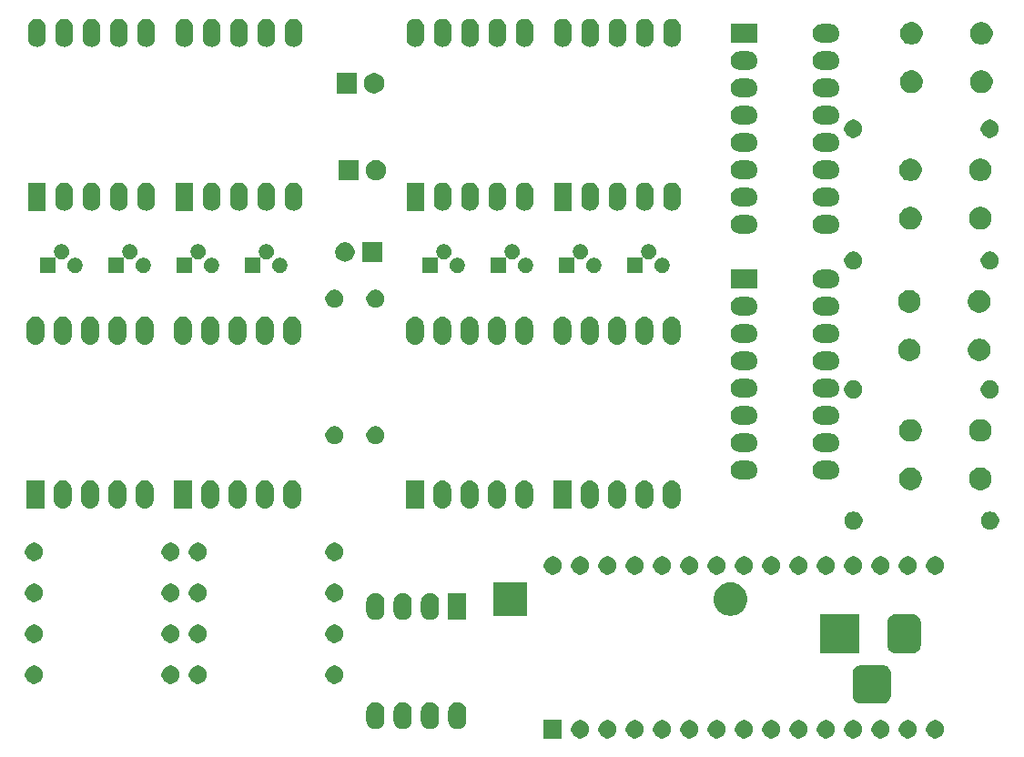
<source format=gts>
G04 #@! TF.GenerationSoftware,KiCad,Pcbnew,(5.1.5)-3*
G04 #@! TF.CreationDate,2020-06-08T21:10:59+09:00*
G04 #@! TF.ProjectId,AlarmClock,416c6172-6d43-46c6-9f63-6b2e6b696361,rev?*
G04 #@! TF.SameCoordinates,Original*
G04 #@! TF.FileFunction,Soldermask,Top*
G04 #@! TF.FilePolarity,Negative*
%FSLAX46Y46*%
G04 Gerber Fmt 4.6, Leading zero omitted, Abs format (unit mm)*
G04 Created by KiCad (PCBNEW (5.1.5)-3) date 2020-06-08 21:10:59*
%MOMM*%
%LPD*%
G04 APERTURE LIST*
%ADD10C,0.100000*%
G04 APERTURE END LIST*
D10*
G36*
X169158228Y-121101703D02*
G01*
X169313100Y-121165853D01*
X169452481Y-121258985D01*
X169571015Y-121377519D01*
X169664147Y-121516900D01*
X169728297Y-121671772D01*
X169761000Y-121836184D01*
X169761000Y-122003816D01*
X169728297Y-122168228D01*
X169664147Y-122323100D01*
X169571015Y-122462481D01*
X169452481Y-122581015D01*
X169313100Y-122674147D01*
X169158228Y-122738297D01*
X168993816Y-122771000D01*
X168826184Y-122771000D01*
X168661772Y-122738297D01*
X168506900Y-122674147D01*
X168367519Y-122581015D01*
X168248985Y-122462481D01*
X168155853Y-122323100D01*
X168091703Y-122168228D01*
X168059000Y-122003816D01*
X168059000Y-121836184D01*
X168091703Y-121671772D01*
X168155853Y-121516900D01*
X168248985Y-121377519D01*
X168367519Y-121258985D01*
X168506900Y-121165853D01*
X168661772Y-121101703D01*
X168826184Y-121069000D01*
X168993816Y-121069000D01*
X169158228Y-121101703D01*
G37*
G36*
X166618228Y-121101703D02*
G01*
X166773100Y-121165853D01*
X166912481Y-121258985D01*
X167031015Y-121377519D01*
X167124147Y-121516900D01*
X167188297Y-121671772D01*
X167221000Y-121836184D01*
X167221000Y-122003816D01*
X167188297Y-122168228D01*
X167124147Y-122323100D01*
X167031015Y-122462481D01*
X166912481Y-122581015D01*
X166773100Y-122674147D01*
X166618228Y-122738297D01*
X166453816Y-122771000D01*
X166286184Y-122771000D01*
X166121772Y-122738297D01*
X165966900Y-122674147D01*
X165827519Y-122581015D01*
X165708985Y-122462481D01*
X165615853Y-122323100D01*
X165551703Y-122168228D01*
X165519000Y-122003816D01*
X165519000Y-121836184D01*
X165551703Y-121671772D01*
X165615853Y-121516900D01*
X165708985Y-121377519D01*
X165827519Y-121258985D01*
X165966900Y-121165853D01*
X166121772Y-121101703D01*
X166286184Y-121069000D01*
X166453816Y-121069000D01*
X166618228Y-121101703D01*
G37*
G36*
X134201000Y-122771000D02*
G01*
X132499000Y-122771000D01*
X132499000Y-121069000D01*
X134201000Y-121069000D01*
X134201000Y-122771000D01*
G37*
G36*
X136138228Y-121101703D02*
G01*
X136293100Y-121165853D01*
X136432481Y-121258985D01*
X136551015Y-121377519D01*
X136644147Y-121516900D01*
X136708297Y-121671772D01*
X136741000Y-121836184D01*
X136741000Y-122003816D01*
X136708297Y-122168228D01*
X136644147Y-122323100D01*
X136551015Y-122462481D01*
X136432481Y-122581015D01*
X136293100Y-122674147D01*
X136138228Y-122738297D01*
X135973816Y-122771000D01*
X135806184Y-122771000D01*
X135641772Y-122738297D01*
X135486900Y-122674147D01*
X135347519Y-122581015D01*
X135228985Y-122462481D01*
X135135853Y-122323100D01*
X135071703Y-122168228D01*
X135039000Y-122003816D01*
X135039000Y-121836184D01*
X135071703Y-121671772D01*
X135135853Y-121516900D01*
X135228985Y-121377519D01*
X135347519Y-121258985D01*
X135486900Y-121165853D01*
X135641772Y-121101703D01*
X135806184Y-121069000D01*
X135973816Y-121069000D01*
X136138228Y-121101703D01*
G37*
G36*
X138678228Y-121101703D02*
G01*
X138833100Y-121165853D01*
X138972481Y-121258985D01*
X139091015Y-121377519D01*
X139184147Y-121516900D01*
X139248297Y-121671772D01*
X139281000Y-121836184D01*
X139281000Y-122003816D01*
X139248297Y-122168228D01*
X139184147Y-122323100D01*
X139091015Y-122462481D01*
X138972481Y-122581015D01*
X138833100Y-122674147D01*
X138678228Y-122738297D01*
X138513816Y-122771000D01*
X138346184Y-122771000D01*
X138181772Y-122738297D01*
X138026900Y-122674147D01*
X137887519Y-122581015D01*
X137768985Y-122462481D01*
X137675853Y-122323100D01*
X137611703Y-122168228D01*
X137579000Y-122003816D01*
X137579000Y-121836184D01*
X137611703Y-121671772D01*
X137675853Y-121516900D01*
X137768985Y-121377519D01*
X137887519Y-121258985D01*
X138026900Y-121165853D01*
X138181772Y-121101703D01*
X138346184Y-121069000D01*
X138513816Y-121069000D01*
X138678228Y-121101703D01*
G37*
G36*
X141218228Y-121101703D02*
G01*
X141373100Y-121165853D01*
X141512481Y-121258985D01*
X141631015Y-121377519D01*
X141724147Y-121516900D01*
X141788297Y-121671772D01*
X141821000Y-121836184D01*
X141821000Y-122003816D01*
X141788297Y-122168228D01*
X141724147Y-122323100D01*
X141631015Y-122462481D01*
X141512481Y-122581015D01*
X141373100Y-122674147D01*
X141218228Y-122738297D01*
X141053816Y-122771000D01*
X140886184Y-122771000D01*
X140721772Y-122738297D01*
X140566900Y-122674147D01*
X140427519Y-122581015D01*
X140308985Y-122462481D01*
X140215853Y-122323100D01*
X140151703Y-122168228D01*
X140119000Y-122003816D01*
X140119000Y-121836184D01*
X140151703Y-121671772D01*
X140215853Y-121516900D01*
X140308985Y-121377519D01*
X140427519Y-121258985D01*
X140566900Y-121165853D01*
X140721772Y-121101703D01*
X140886184Y-121069000D01*
X141053816Y-121069000D01*
X141218228Y-121101703D01*
G37*
G36*
X143758228Y-121101703D02*
G01*
X143913100Y-121165853D01*
X144052481Y-121258985D01*
X144171015Y-121377519D01*
X144264147Y-121516900D01*
X144328297Y-121671772D01*
X144361000Y-121836184D01*
X144361000Y-122003816D01*
X144328297Y-122168228D01*
X144264147Y-122323100D01*
X144171015Y-122462481D01*
X144052481Y-122581015D01*
X143913100Y-122674147D01*
X143758228Y-122738297D01*
X143593816Y-122771000D01*
X143426184Y-122771000D01*
X143261772Y-122738297D01*
X143106900Y-122674147D01*
X142967519Y-122581015D01*
X142848985Y-122462481D01*
X142755853Y-122323100D01*
X142691703Y-122168228D01*
X142659000Y-122003816D01*
X142659000Y-121836184D01*
X142691703Y-121671772D01*
X142755853Y-121516900D01*
X142848985Y-121377519D01*
X142967519Y-121258985D01*
X143106900Y-121165853D01*
X143261772Y-121101703D01*
X143426184Y-121069000D01*
X143593816Y-121069000D01*
X143758228Y-121101703D01*
G37*
G36*
X146298228Y-121101703D02*
G01*
X146453100Y-121165853D01*
X146592481Y-121258985D01*
X146711015Y-121377519D01*
X146804147Y-121516900D01*
X146868297Y-121671772D01*
X146901000Y-121836184D01*
X146901000Y-122003816D01*
X146868297Y-122168228D01*
X146804147Y-122323100D01*
X146711015Y-122462481D01*
X146592481Y-122581015D01*
X146453100Y-122674147D01*
X146298228Y-122738297D01*
X146133816Y-122771000D01*
X145966184Y-122771000D01*
X145801772Y-122738297D01*
X145646900Y-122674147D01*
X145507519Y-122581015D01*
X145388985Y-122462481D01*
X145295853Y-122323100D01*
X145231703Y-122168228D01*
X145199000Y-122003816D01*
X145199000Y-121836184D01*
X145231703Y-121671772D01*
X145295853Y-121516900D01*
X145388985Y-121377519D01*
X145507519Y-121258985D01*
X145646900Y-121165853D01*
X145801772Y-121101703D01*
X145966184Y-121069000D01*
X146133816Y-121069000D01*
X146298228Y-121101703D01*
G37*
G36*
X151378228Y-121101703D02*
G01*
X151533100Y-121165853D01*
X151672481Y-121258985D01*
X151791015Y-121377519D01*
X151884147Y-121516900D01*
X151948297Y-121671772D01*
X151981000Y-121836184D01*
X151981000Y-122003816D01*
X151948297Y-122168228D01*
X151884147Y-122323100D01*
X151791015Y-122462481D01*
X151672481Y-122581015D01*
X151533100Y-122674147D01*
X151378228Y-122738297D01*
X151213816Y-122771000D01*
X151046184Y-122771000D01*
X150881772Y-122738297D01*
X150726900Y-122674147D01*
X150587519Y-122581015D01*
X150468985Y-122462481D01*
X150375853Y-122323100D01*
X150311703Y-122168228D01*
X150279000Y-122003816D01*
X150279000Y-121836184D01*
X150311703Y-121671772D01*
X150375853Y-121516900D01*
X150468985Y-121377519D01*
X150587519Y-121258985D01*
X150726900Y-121165853D01*
X150881772Y-121101703D01*
X151046184Y-121069000D01*
X151213816Y-121069000D01*
X151378228Y-121101703D01*
G37*
G36*
X153918228Y-121101703D02*
G01*
X154073100Y-121165853D01*
X154212481Y-121258985D01*
X154331015Y-121377519D01*
X154424147Y-121516900D01*
X154488297Y-121671772D01*
X154521000Y-121836184D01*
X154521000Y-122003816D01*
X154488297Y-122168228D01*
X154424147Y-122323100D01*
X154331015Y-122462481D01*
X154212481Y-122581015D01*
X154073100Y-122674147D01*
X153918228Y-122738297D01*
X153753816Y-122771000D01*
X153586184Y-122771000D01*
X153421772Y-122738297D01*
X153266900Y-122674147D01*
X153127519Y-122581015D01*
X153008985Y-122462481D01*
X152915853Y-122323100D01*
X152851703Y-122168228D01*
X152819000Y-122003816D01*
X152819000Y-121836184D01*
X152851703Y-121671772D01*
X152915853Y-121516900D01*
X153008985Y-121377519D01*
X153127519Y-121258985D01*
X153266900Y-121165853D01*
X153421772Y-121101703D01*
X153586184Y-121069000D01*
X153753816Y-121069000D01*
X153918228Y-121101703D01*
G37*
G36*
X156458228Y-121101703D02*
G01*
X156613100Y-121165853D01*
X156752481Y-121258985D01*
X156871015Y-121377519D01*
X156964147Y-121516900D01*
X157028297Y-121671772D01*
X157061000Y-121836184D01*
X157061000Y-122003816D01*
X157028297Y-122168228D01*
X156964147Y-122323100D01*
X156871015Y-122462481D01*
X156752481Y-122581015D01*
X156613100Y-122674147D01*
X156458228Y-122738297D01*
X156293816Y-122771000D01*
X156126184Y-122771000D01*
X155961772Y-122738297D01*
X155806900Y-122674147D01*
X155667519Y-122581015D01*
X155548985Y-122462481D01*
X155455853Y-122323100D01*
X155391703Y-122168228D01*
X155359000Y-122003816D01*
X155359000Y-121836184D01*
X155391703Y-121671772D01*
X155455853Y-121516900D01*
X155548985Y-121377519D01*
X155667519Y-121258985D01*
X155806900Y-121165853D01*
X155961772Y-121101703D01*
X156126184Y-121069000D01*
X156293816Y-121069000D01*
X156458228Y-121101703D01*
G37*
G36*
X158998228Y-121101703D02*
G01*
X159153100Y-121165853D01*
X159292481Y-121258985D01*
X159411015Y-121377519D01*
X159504147Y-121516900D01*
X159568297Y-121671772D01*
X159601000Y-121836184D01*
X159601000Y-122003816D01*
X159568297Y-122168228D01*
X159504147Y-122323100D01*
X159411015Y-122462481D01*
X159292481Y-122581015D01*
X159153100Y-122674147D01*
X158998228Y-122738297D01*
X158833816Y-122771000D01*
X158666184Y-122771000D01*
X158501772Y-122738297D01*
X158346900Y-122674147D01*
X158207519Y-122581015D01*
X158088985Y-122462481D01*
X157995853Y-122323100D01*
X157931703Y-122168228D01*
X157899000Y-122003816D01*
X157899000Y-121836184D01*
X157931703Y-121671772D01*
X157995853Y-121516900D01*
X158088985Y-121377519D01*
X158207519Y-121258985D01*
X158346900Y-121165853D01*
X158501772Y-121101703D01*
X158666184Y-121069000D01*
X158833816Y-121069000D01*
X158998228Y-121101703D01*
G37*
G36*
X161538228Y-121101703D02*
G01*
X161693100Y-121165853D01*
X161832481Y-121258985D01*
X161951015Y-121377519D01*
X162044147Y-121516900D01*
X162108297Y-121671772D01*
X162141000Y-121836184D01*
X162141000Y-122003816D01*
X162108297Y-122168228D01*
X162044147Y-122323100D01*
X161951015Y-122462481D01*
X161832481Y-122581015D01*
X161693100Y-122674147D01*
X161538228Y-122738297D01*
X161373816Y-122771000D01*
X161206184Y-122771000D01*
X161041772Y-122738297D01*
X160886900Y-122674147D01*
X160747519Y-122581015D01*
X160628985Y-122462481D01*
X160535853Y-122323100D01*
X160471703Y-122168228D01*
X160439000Y-122003816D01*
X160439000Y-121836184D01*
X160471703Y-121671772D01*
X160535853Y-121516900D01*
X160628985Y-121377519D01*
X160747519Y-121258985D01*
X160886900Y-121165853D01*
X161041772Y-121101703D01*
X161206184Y-121069000D01*
X161373816Y-121069000D01*
X161538228Y-121101703D01*
G37*
G36*
X164078228Y-121101703D02*
G01*
X164233100Y-121165853D01*
X164372481Y-121258985D01*
X164491015Y-121377519D01*
X164584147Y-121516900D01*
X164648297Y-121671772D01*
X164681000Y-121836184D01*
X164681000Y-122003816D01*
X164648297Y-122168228D01*
X164584147Y-122323100D01*
X164491015Y-122462481D01*
X164372481Y-122581015D01*
X164233100Y-122674147D01*
X164078228Y-122738297D01*
X163913816Y-122771000D01*
X163746184Y-122771000D01*
X163581772Y-122738297D01*
X163426900Y-122674147D01*
X163287519Y-122581015D01*
X163168985Y-122462481D01*
X163075853Y-122323100D01*
X163011703Y-122168228D01*
X162979000Y-122003816D01*
X162979000Y-121836184D01*
X163011703Y-121671772D01*
X163075853Y-121516900D01*
X163168985Y-121377519D01*
X163287519Y-121258985D01*
X163426900Y-121165853D01*
X163581772Y-121101703D01*
X163746184Y-121069000D01*
X163913816Y-121069000D01*
X164078228Y-121101703D01*
G37*
G36*
X148838228Y-121101703D02*
G01*
X148993100Y-121165853D01*
X149132481Y-121258985D01*
X149251015Y-121377519D01*
X149344147Y-121516900D01*
X149408297Y-121671772D01*
X149441000Y-121836184D01*
X149441000Y-122003816D01*
X149408297Y-122168228D01*
X149344147Y-122323100D01*
X149251015Y-122462481D01*
X149132481Y-122581015D01*
X148993100Y-122674147D01*
X148838228Y-122738297D01*
X148673816Y-122771000D01*
X148506184Y-122771000D01*
X148341772Y-122738297D01*
X148186900Y-122674147D01*
X148047519Y-122581015D01*
X147928985Y-122462481D01*
X147835853Y-122323100D01*
X147771703Y-122168228D01*
X147739000Y-122003816D01*
X147739000Y-121836184D01*
X147771703Y-121671772D01*
X147835853Y-121516900D01*
X147928985Y-121377519D01*
X148047519Y-121258985D01*
X148186900Y-121165853D01*
X148341772Y-121101703D01*
X148506184Y-121069000D01*
X148673816Y-121069000D01*
X148838228Y-121101703D01*
G37*
G36*
X124626823Y-119411313D02*
G01*
X124787242Y-119459976D01*
X124887747Y-119513697D01*
X124935078Y-119538996D01*
X125064659Y-119645341D01*
X125171004Y-119774922D01*
X125171005Y-119774924D01*
X125250024Y-119922758D01*
X125298687Y-120083178D01*
X125311000Y-120208197D01*
X125311000Y-121091804D01*
X125298687Y-121216823D01*
X125250024Y-121377242D01*
X125249875Y-121377520D01*
X125171004Y-121525078D01*
X125064659Y-121654659D01*
X124935077Y-121761005D01*
X124787241Y-121840024D01*
X124626822Y-121888687D01*
X124460000Y-121905117D01*
X124293177Y-121888687D01*
X124132758Y-121840024D01*
X123984924Y-121761005D01*
X123984922Y-121761004D01*
X123855341Y-121654659D01*
X123748995Y-121525077D01*
X123669976Y-121377241D01*
X123621313Y-121216822D01*
X123609000Y-121091803D01*
X123609000Y-120208197D01*
X123621314Y-120083177D01*
X123669977Y-119922758D01*
X123748996Y-119774924D01*
X123748997Y-119774922D01*
X123855342Y-119645341D01*
X123984923Y-119538996D01*
X124032254Y-119513697D01*
X124132759Y-119459976D01*
X124293178Y-119411313D01*
X124460000Y-119394883D01*
X124626823Y-119411313D01*
G37*
G36*
X119546823Y-119411313D02*
G01*
X119707242Y-119459976D01*
X119807747Y-119513697D01*
X119855078Y-119538996D01*
X119984659Y-119645341D01*
X120091004Y-119774922D01*
X120091005Y-119774924D01*
X120170024Y-119922758D01*
X120218687Y-120083178D01*
X120231000Y-120208197D01*
X120231000Y-121091804D01*
X120218687Y-121216823D01*
X120170024Y-121377242D01*
X120169875Y-121377520D01*
X120091004Y-121525078D01*
X119984659Y-121654659D01*
X119855077Y-121761005D01*
X119707241Y-121840024D01*
X119546822Y-121888687D01*
X119380000Y-121905117D01*
X119213177Y-121888687D01*
X119052758Y-121840024D01*
X118904924Y-121761005D01*
X118904922Y-121761004D01*
X118775341Y-121654659D01*
X118668995Y-121525077D01*
X118589976Y-121377241D01*
X118541313Y-121216822D01*
X118529000Y-121091803D01*
X118529000Y-120208197D01*
X118541314Y-120083177D01*
X118589977Y-119922758D01*
X118668996Y-119774924D01*
X118668997Y-119774922D01*
X118775342Y-119645341D01*
X118904923Y-119538996D01*
X118952254Y-119513697D01*
X119052759Y-119459976D01*
X119213178Y-119411313D01*
X119380000Y-119394883D01*
X119546823Y-119411313D01*
G37*
G36*
X122086823Y-119411313D02*
G01*
X122247242Y-119459976D01*
X122347747Y-119513697D01*
X122395078Y-119538996D01*
X122524659Y-119645341D01*
X122631004Y-119774922D01*
X122631005Y-119774924D01*
X122710024Y-119922758D01*
X122758687Y-120083178D01*
X122771000Y-120208197D01*
X122771000Y-121091804D01*
X122758687Y-121216823D01*
X122710024Y-121377242D01*
X122709875Y-121377520D01*
X122631004Y-121525078D01*
X122524659Y-121654659D01*
X122395077Y-121761005D01*
X122247241Y-121840024D01*
X122086822Y-121888687D01*
X121920000Y-121905117D01*
X121753177Y-121888687D01*
X121592758Y-121840024D01*
X121444924Y-121761005D01*
X121444922Y-121761004D01*
X121315341Y-121654659D01*
X121208995Y-121525077D01*
X121129976Y-121377241D01*
X121081313Y-121216822D01*
X121069000Y-121091803D01*
X121069000Y-120208197D01*
X121081314Y-120083177D01*
X121129977Y-119922758D01*
X121208996Y-119774924D01*
X121208997Y-119774922D01*
X121315342Y-119645341D01*
X121444923Y-119538996D01*
X121492254Y-119513697D01*
X121592759Y-119459976D01*
X121753178Y-119411313D01*
X121920000Y-119394883D01*
X122086823Y-119411313D01*
G37*
G36*
X117006823Y-119411313D02*
G01*
X117167242Y-119459976D01*
X117267747Y-119513697D01*
X117315078Y-119538996D01*
X117444659Y-119645341D01*
X117551004Y-119774922D01*
X117551005Y-119774924D01*
X117630024Y-119922758D01*
X117678687Y-120083178D01*
X117691000Y-120208197D01*
X117691000Y-121091804D01*
X117678687Y-121216823D01*
X117630024Y-121377242D01*
X117629875Y-121377520D01*
X117551004Y-121525078D01*
X117444659Y-121654659D01*
X117315077Y-121761005D01*
X117167241Y-121840024D01*
X117006822Y-121888687D01*
X116840000Y-121905117D01*
X116673177Y-121888687D01*
X116512758Y-121840024D01*
X116364924Y-121761005D01*
X116364922Y-121761004D01*
X116235341Y-121654659D01*
X116128995Y-121525077D01*
X116049976Y-121377241D01*
X116001313Y-121216822D01*
X115989000Y-121091803D01*
X115989000Y-120208197D01*
X116001314Y-120083177D01*
X116049977Y-119922758D01*
X116128996Y-119774924D01*
X116128997Y-119774922D01*
X116235342Y-119645341D01*
X116364923Y-119538996D01*
X116412254Y-119513697D01*
X116512759Y-119459976D01*
X116673178Y-119411313D01*
X116840000Y-119394883D01*
X117006823Y-119411313D01*
G37*
G36*
X164146366Y-115945695D02*
G01*
X164303460Y-115993349D01*
X164448231Y-116070731D01*
X164575128Y-116174872D01*
X164679269Y-116301769D01*
X164756651Y-116446540D01*
X164804305Y-116603634D01*
X164821000Y-116773140D01*
X164821000Y-118686860D01*
X164804305Y-118856366D01*
X164756651Y-119013460D01*
X164679269Y-119158231D01*
X164575128Y-119285128D01*
X164448231Y-119389269D01*
X164303460Y-119466651D01*
X164146366Y-119514305D01*
X163976860Y-119531000D01*
X162063140Y-119531000D01*
X161893634Y-119514305D01*
X161736540Y-119466651D01*
X161591769Y-119389269D01*
X161464872Y-119285128D01*
X161360731Y-119158231D01*
X161283349Y-119013460D01*
X161235695Y-118856366D01*
X161219000Y-118686860D01*
X161219000Y-116773140D01*
X161235695Y-116603634D01*
X161283349Y-116446540D01*
X161360731Y-116301769D01*
X161464872Y-116174872D01*
X161591769Y-116070731D01*
X161736540Y-115993349D01*
X161893634Y-115945695D01*
X162063140Y-115929000D01*
X163976860Y-115929000D01*
X164146366Y-115945695D01*
G37*
G36*
X113278228Y-116021703D02*
G01*
X113433100Y-116085853D01*
X113572481Y-116178985D01*
X113691015Y-116297519D01*
X113784147Y-116436900D01*
X113848297Y-116591772D01*
X113881000Y-116756184D01*
X113881000Y-116923816D01*
X113848297Y-117088228D01*
X113784147Y-117243100D01*
X113691015Y-117382481D01*
X113572481Y-117501015D01*
X113433100Y-117594147D01*
X113278228Y-117658297D01*
X113113816Y-117691000D01*
X112946184Y-117691000D01*
X112781772Y-117658297D01*
X112626900Y-117594147D01*
X112487519Y-117501015D01*
X112368985Y-117382481D01*
X112275853Y-117243100D01*
X112211703Y-117088228D01*
X112179000Y-116923816D01*
X112179000Y-116756184D01*
X112211703Y-116591772D01*
X112275853Y-116436900D01*
X112368985Y-116297519D01*
X112487519Y-116178985D01*
X112626900Y-116085853D01*
X112781772Y-116021703D01*
X112946184Y-115989000D01*
X113113816Y-115989000D01*
X113278228Y-116021703D01*
G37*
G36*
X100578228Y-116021703D02*
G01*
X100733100Y-116085853D01*
X100872481Y-116178985D01*
X100991015Y-116297519D01*
X101084147Y-116436900D01*
X101148297Y-116591772D01*
X101181000Y-116756184D01*
X101181000Y-116923816D01*
X101148297Y-117088228D01*
X101084147Y-117243100D01*
X100991015Y-117382481D01*
X100872481Y-117501015D01*
X100733100Y-117594147D01*
X100578228Y-117658297D01*
X100413816Y-117691000D01*
X100246184Y-117691000D01*
X100081772Y-117658297D01*
X99926900Y-117594147D01*
X99787519Y-117501015D01*
X99668985Y-117382481D01*
X99575853Y-117243100D01*
X99511703Y-117088228D01*
X99479000Y-116923816D01*
X99479000Y-116756184D01*
X99511703Y-116591772D01*
X99575853Y-116436900D01*
X99668985Y-116297519D01*
X99787519Y-116178985D01*
X99926900Y-116085853D01*
X100081772Y-116021703D01*
X100246184Y-115989000D01*
X100413816Y-115989000D01*
X100578228Y-116021703D01*
G37*
G36*
X85338228Y-116021703D02*
G01*
X85493100Y-116085853D01*
X85632481Y-116178985D01*
X85751015Y-116297519D01*
X85844147Y-116436900D01*
X85908297Y-116591772D01*
X85941000Y-116756184D01*
X85941000Y-116923816D01*
X85908297Y-117088228D01*
X85844147Y-117243100D01*
X85751015Y-117382481D01*
X85632481Y-117501015D01*
X85493100Y-117594147D01*
X85338228Y-117658297D01*
X85173816Y-117691000D01*
X85006184Y-117691000D01*
X84841772Y-117658297D01*
X84686900Y-117594147D01*
X84547519Y-117501015D01*
X84428985Y-117382481D01*
X84335853Y-117243100D01*
X84271703Y-117088228D01*
X84239000Y-116923816D01*
X84239000Y-116756184D01*
X84271703Y-116591772D01*
X84335853Y-116436900D01*
X84428985Y-116297519D01*
X84547519Y-116178985D01*
X84686900Y-116085853D01*
X84841772Y-116021703D01*
X85006184Y-115989000D01*
X85173816Y-115989000D01*
X85338228Y-116021703D01*
G37*
G36*
X98038228Y-116021703D02*
G01*
X98193100Y-116085853D01*
X98332481Y-116178985D01*
X98451015Y-116297519D01*
X98544147Y-116436900D01*
X98608297Y-116591772D01*
X98641000Y-116756184D01*
X98641000Y-116923816D01*
X98608297Y-117088228D01*
X98544147Y-117243100D01*
X98451015Y-117382481D01*
X98332481Y-117501015D01*
X98193100Y-117594147D01*
X98038228Y-117658297D01*
X97873816Y-117691000D01*
X97706184Y-117691000D01*
X97541772Y-117658297D01*
X97386900Y-117594147D01*
X97247519Y-117501015D01*
X97128985Y-117382481D01*
X97035853Y-117243100D01*
X96971703Y-117088228D01*
X96939000Y-116923816D01*
X96939000Y-116756184D01*
X96971703Y-116591772D01*
X97035853Y-116436900D01*
X97128985Y-116297519D01*
X97247519Y-116178985D01*
X97386900Y-116085853D01*
X97541772Y-116021703D01*
X97706184Y-115989000D01*
X97873816Y-115989000D01*
X98038228Y-116021703D01*
G37*
G36*
X161821000Y-114831000D02*
G01*
X158219000Y-114831000D01*
X158219000Y-111229000D01*
X161821000Y-111229000D01*
X161821000Y-114831000D01*
G37*
G36*
X166996979Y-111243293D02*
G01*
X167130625Y-111283834D01*
X167253784Y-111349664D01*
X167361740Y-111438260D01*
X167450336Y-111546216D01*
X167516166Y-111669375D01*
X167556707Y-111803021D01*
X167571000Y-111948140D01*
X167571000Y-114111860D01*
X167556707Y-114256979D01*
X167516166Y-114390625D01*
X167450336Y-114513784D01*
X167361740Y-114621740D01*
X167253784Y-114710336D01*
X167130625Y-114776166D01*
X166996979Y-114816707D01*
X166851860Y-114831000D01*
X165188140Y-114831000D01*
X165043021Y-114816707D01*
X164909375Y-114776166D01*
X164786216Y-114710336D01*
X164678260Y-114621740D01*
X164589664Y-114513784D01*
X164523834Y-114390625D01*
X164483293Y-114256979D01*
X164469000Y-114111860D01*
X164469000Y-111948140D01*
X164483293Y-111803021D01*
X164523834Y-111669375D01*
X164589664Y-111546216D01*
X164678260Y-111438260D01*
X164786216Y-111349664D01*
X164909375Y-111283834D01*
X165043021Y-111243293D01*
X165188140Y-111229000D01*
X166851860Y-111229000D01*
X166996979Y-111243293D01*
G37*
G36*
X85338228Y-112211703D02*
G01*
X85493100Y-112275853D01*
X85632481Y-112368985D01*
X85751015Y-112487519D01*
X85844147Y-112626900D01*
X85908297Y-112781772D01*
X85941000Y-112946184D01*
X85941000Y-113113816D01*
X85908297Y-113278228D01*
X85844147Y-113433100D01*
X85751015Y-113572481D01*
X85632481Y-113691015D01*
X85493100Y-113784147D01*
X85338228Y-113848297D01*
X85173816Y-113881000D01*
X85006184Y-113881000D01*
X84841772Y-113848297D01*
X84686900Y-113784147D01*
X84547519Y-113691015D01*
X84428985Y-113572481D01*
X84335853Y-113433100D01*
X84271703Y-113278228D01*
X84239000Y-113113816D01*
X84239000Y-112946184D01*
X84271703Y-112781772D01*
X84335853Y-112626900D01*
X84428985Y-112487519D01*
X84547519Y-112368985D01*
X84686900Y-112275853D01*
X84841772Y-112211703D01*
X85006184Y-112179000D01*
X85173816Y-112179000D01*
X85338228Y-112211703D01*
G37*
G36*
X113278228Y-112211703D02*
G01*
X113433100Y-112275853D01*
X113572481Y-112368985D01*
X113691015Y-112487519D01*
X113784147Y-112626900D01*
X113848297Y-112781772D01*
X113881000Y-112946184D01*
X113881000Y-113113816D01*
X113848297Y-113278228D01*
X113784147Y-113433100D01*
X113691015Y-113572481D01*
X113572481Y-113691015D01*
X113433100Y-113784147D01*
X113278228Y-113848297D01*
X113113816Y-113881000D01*
X112946184Y-113881000D01*
X112781772Y-113848297D01*
X112626900Y-113784147D01*
X112487519Y-113691015D01*
X112368985Y-113572481D01*
X112275853Y-113433100D01*
X112211703Y-113278228D01*
X112179000Y-113113816D01*
X112179000Y-112946184D01*
X112211703Y-112781772D01*
X112275853Y-112626900D01*
X112368985Y-112487519D01*
X112487519Y-112368985D01*
X112626900Y-112275853D01*
X112781772Y-112211703D01*
X112946184Y-112179000D01*
X113113816Y-112179000D01*
X113278228Y-112211703D01*
G37*
G36*
X98038228Y-112211703D02*
G01*
X98193100Y-112275853D01*
X98332481Y-112368985D01*
X98451015Y-112487519D01*
X98544147Y-112626900D01*
X98608297Y-112781772D01*
X98641000Y-112946184D01*
X98641000Y-113113816D01*
X98608297Y-113278228D01*
X98544147Y-113433100D01*
X98451015Y-113572481D01*
X98332481Y-113691015D01*
X98193100Y-113784147D01*
X98038228Y-113848297D01*
X97873816Y-113881000D01*
X97706184Y-113881000D01*
X97541772Y-113848297D01*
X97386900Y-113784147D01*
X97247519Y-113691015D01*
X97128985Y-113572481D01*
X97035853Y-113433100D01*
X96971703Y-113278228D01*
X96939000Y-113113816D01*
X96939000Y-112946184D01*
X96971703Y-112781772D01*
X97035853Y-112626900D01*
X97128985Y-112487519D01*
X97247519Y-112368985D01*
X97386900Y-112275853D01*
X97541772Y-112211703D01*
X97706184Y-112179000D01*
X97873816Y-112179000D01*
X98038228Y-112211703D01*
G37*
G36*
X100578228Y-112211703D02*
G01*
X100733100Y-112275853D01*
X100872481Y-112368985D01*
X100991015Y-112487519D01*
X101084147Y-112626900D01*
X101148297Y-112781772D01*
X101181000Y-112946184D01*
X101181000Y-113113816D01*
X101148297Y-113278228D01*
X101084147Y-113433100D01*
X100991015Y-113572481D01*
X100872481Y-113691015D01*
X100733100Y-113784147D01*
X100578228Y-113848297D01*
X100413816Y-113881000D01*
X100246184Y-113881000D01*
X100081772Y-113848297D01*
X99926900Y-113784147D01*
X99787519Y-113691015D01*
X99668985Y-113572481D01*
X99575853Y-113433100D01*
X99511703Y-113278228D01*
X99479000Y-113113816D01*
X99479000Y-112946184D01*
X99511703Y-112781772D01*
X99575853Y-112626900D01*
X99668985Y-112487519D01*
X99787519Y-112368985D01*
X99926900Y-112275853D01*
X100081772Y-112211703D01*
X100246184Y-112179000D01*
X100413816Y-112179000D01*
X100578228Y-112211703D01*
G37*
G36*
X122086823Y-109251313D02*
G01*
X122247242Y-109299976D01*
X122336321Y-109347590D01*
X122395078Y-109378996D01*
X122524659Y-109485341D01*
X122631004Y-109614922D01*
X122631005Y-109614924D01*
X122710024Y-109762758D01*
X122758687Y-109923178D01*
X122771000Y-110048197D01*
X122771000Y-110931804D01*
X122758687Y-111056823D01*
X122710024Y-111217242D01*
X122672186Y-111288031D01*
X122631004Y-111365078D01*
X122556272Y-111456139D01*
X122524659Y-111494659D01*
X122395077Y-111601005D01*
X122247241Y-111680024D01*
X122086822Y-111728687D01*
X121920000Y-111745117D01*
X121753177Y-111728687D01*
X121592758Y-111680024D01*
X121444924Y-111601005D01*
X121444922Y-111601004D01*
X121315341Y-111494659D01*
X121208995Y-111365077D01*
X121129976Y-111217241D01*
X121081313Y-111056822D01*
X121069000Y-110931803D01*
X121069000Y-110048197D01*
X121081314Y-109923177D01*
X121129977Y-109762758D01*
X121208996Y-109614924D01*
X121208997Y-109614922D01*
X121315342Y-109485341D01*
X121444923Y-109378996D01*
X121503680Y-109347590D01*
X121592759Y-109299976D01*
X121753178Y-109251313D01*
X121920000Y-109234883D01*
X122086823Y-109251313D01*
G37*
G36*
X119546823Y-109251313D02*
G01*
X119707242Y-109299976D01*
X119796321Y-109347590D01*
X119855078Y-109378996D01*
X119984659Y-109485341D01*
X120091004Y-109614922D01*
X120091005Y-109614924D01*
X120170024Y-109762758D01*
X120218687Y-109923178D01*
X120231000Y-110048197D01*
X120231000Y-110931804D01*
X120218687Y-111056823D01*
X120170024Y-111217242D01*
X120132186Y-111288031D01*
X120091004Y-111365078D01*
X120016272Y-111456139D01*
X119984659Y-111494659D01*
X119855077Y-111601005D01*
X119707241Y-111680024D01*
X119546822Y-111728687D01*
X119380000Y-111745117D01*
X119213177Y-111728687D01*
X119052758Y-111680024D01*
X118904924Y-111601005D01*
X118904922Y-111601004D01*
X118775341Y-111494659D01*
X118668995Y-111365077D01*
X118589976Y-111217241D01*
X118541313Y-111056822D01*
X118529000Y-110931803D01*
X118529000Y-110048197D01*
X118541314Y-109923177D01*
X118589977Y-109762758D01*
X118668996Y-109614924D01*
X118668997Y-109614922D01*
X118775342Y-109485341D01*
X118904923Y-109378996D01*
X118963680Y-109347590D01*
X119052759Y-109299976D01*
X119213178Y-109251313D01*
X119380000Y-109234883D01*
X119546823Y-109251313D01*
G37*
G36*
X117006823Y-109251313D02*
G01*
X117167242Y-109299976D01*
X117256321Y-109347590D01*
X117315078Y-109378996D01*
X117444659Y-109485341D01*
X117551004Y-109614922D01*
X117551005Y-109614924D01*
X117630024Y-109762758D01*
X117678687Y-109923178D01*
X117691000Y-110048197D01*
X117691000Y-110931804D01*
X117678687Y-111056823D01*
X117630024Y-111217242D01*
X117592186Y-111288031D01*
X117551004Y-111365078D01*
X117476272Y-111456139D01*
X117444659Y-111494659D01*
X117315077Y-111601005D01*
X117167241Y-111680024D01*
X117006822Y-111728687D01*
X116840000Y-111745117D01*
X116673177Y-111728687D01*
X116512758Y-111680024D01*
X116364924Y-111601005D01*
X116364922Y-111601004D01*
X116235341Y-111494659D01*
X116128995Y-111365077D01*
X116049976Y-111217241D01*
X116001313Y-111056822D01*
X115989000Y-110931803D01*
X115989000Y-110048197D01*
X116001314Y-109923177D01*
X116049977Y-109762758D01*
X116128996Y-109614924D01*
X116128997Y-109614922D01*
X116235342Y-109485341D01*
X116364923Y-109378996D01*
X116423680Y-109347590D01*
X116512759Y-109299976D01*
X116673178Y-109251313D01*
X116840000Y-109234883D01*
X117006823Y-109251313D01*
G37*
G36*
X125311000Y-111741000D02*
G01*
X123609000Y-111741000D01*
X123609000Y-109239000D01*
X125311000Y-109239000D01*
X125311000Y-111741000D01*
G37*
G36*
X150162585Y-108278802D02*
G01*
X150312410Y-108308604D01*
X150594674Y-108425521D01*
X150848705Y-108595259D01*
X151064741Y-108811295D01*
X151234479Y-109065326D01*
X151333264Y-109303816D01*
X151351396Y-109347591D01*
X151411000Y-109647239D01*
X151411000Y-109952761D01*
X151392016Y-110048200D01*
X151351396Y-110252410D01*
X151234479Y-110534674D01*
X151064741Y-110788705D01*
X150848705Y-111004741D01*
X150594674Y-111174479D01*
X150312410Y-111291396D01*
X150162585Y-111321198D01*
X150012761Y-111351000D01*
X149707239Y-111351000D01*
X149557415Y-111321198D01*
X149407590Y-111291396D01*
X149125326Y-111174479D01*
X148871295Y-111004741D01*
X148655259Y-110788705D01*
X148485521Y-110534674D01*
X148368604Y-110252410D01*
X148327984Y-110048200D01*
X148309000Y-109952761D01*
X148309000Y-109647239D01*
X148368604Y-109347591D01*
X148386736Y-109303816D01*
X148485521Y-109065326D01*
X148655259Y-108811295D01*
X148871295Y-108595259D01*
X149125326Y-108425521D01*
X149407590Y-108308604D01*
X149557415Y-108278802D01*
X149707239Y-108249000D01*
X150012761Y-108249000D01*
X150162585Y-108278802D01*
G37*
G36*
X130921000Y-111351000D02*
G01*
X127819000Y-111351000D01*
X127819000Y-108249000D01*
X130921000Y-108249000D01*
X130921000Y-111351000D01*
G37*
G36*
X98038228Y-108401703D02*
G01*
X98193100Y-108465853D01*
X98332481Y-108558985D01*
X98451015Y-108677519D01*
X98544147Y-108816900D01*
X98608297Y-108971772D01*
X98641000Y-109136184D01*
X98641000Y-109303816D01*
X98608297Y-109468228D01*
X98544147Y-109623100D01*
X98451015Y-109762481D01*
X98332481Y-109881015D01*
X98193100Y-109974147D01*
X98038228Y-110038297D01*
X97873816Y-110071000D01*
X97706184Y-110071000D01*
X97541772Y-110038297D01*
X97386900Y-109974147D01*
X97247519Y-109881015D01*
X97128985Y-109762481D01*
X97035853Y-109623100D01*
X96971703Y-109468228D01*
X96939000Y-109303816D01*
X96939000Y-109136184D01*
X96971703Y-108971772D01*
X97035853Y-108816900D01*
X97128985Y-108677519D01*
X97247519Y-108558985D01*
X97386900Y-108465853D01*
X97541772Y-108401703D01*
X97706184Y-108369000D01*
X97873816Y-108369000D01*
X98038228Y-108401703D01*
G37*
G36*
X113278228Y-108401703D02*
G01*
X113433100Y-108465853D01*
X113572481Y-108558985D01*
X113691015Y-108677519D01*
X113784147Y-108816900D01*
X113848297Y-108971772D01*
X113881000Y-109136184D01*
X113881000Y-109303816D01*
X113848297Y-109468228D01*
X113784147Y-109623100D01*
X113691015Y-109762481D01*
X113572481Y-109881015D01*
X113433100Y-109974147D01*
X113278228Y-110038297D01*
X113113816Y-110071000D01*
X112946184Y-110071000D01*
X112781772Y-110038297D01*
X112626900Y-109974147D01*
X112487519Y-109881015D01*
X112368985Y-109762481D01*
X112275853Y-109623100D01*
X112211703Y-109468228D01*
X112179000Y-109303816D01*
X112179000Y-109136184D01*
X112211703Y-108971772D01*
X112275853Y-108816900D01*
X112368985Y-108677519D01*
X112487519Y-108558985D01*
X112626900Y-108465853D01*
X112781772Y-108401703D01*
X112946184Y-108369000D01*
X113113816Y-108369000D01*
X113278228Y-108401703D01*
G37*
G36*
X85338228Y-108401703D02*
G01*
X85493100Y-108465853D01*
X85632481Y-108558985D01*
X85751015Y-108677519D01*
X85844147Y-108816900D01*
X85908297Y-108971772D01*
X85941000Y-109136184D01*
X85941000Y-109303816D01*
X85908297Y-109468228D01*
X85844147Y-109623100D01*
X85751015Y-109762481D01*
X85632481Y-109881015D01*
X85493100Y-109974147D01*
X85338228Y-110038297D01*
X85173816Y-110071000D01*
X85006184Y-110071000D01*
X84841772Y-110038297D01*
X84686900Y-109974147D01*
X84547519Y-109881015D01*
X84428985Y-109762481D01*
X84335853Y-109623100D01*
X84271703Y-109468228D01*
X84239000Y-109303816D01*
X84239000Y-109136184D01*
X84271703Y-108971772D01*
X84335853Y-108816900D01*
X84428985Y-108677519D01*
X84547519Y-108558985D01*
X84686900Y-108465853D01*
X84841772Y-108401703D01*
X85006184Y-108369000D01*
X85173816Y-108369000D01*
X85338228Y-108401703D01*
G37*
G36*
X100578228Y-108401703D02*
G01*
X100733100Y-108465853D01*
X100872481Y-108558985D01*
X100991015Y-108677519D01*
X101084147Y-108816900D01*
X101148297Y-108971772D01*
X101181000Y-109136184D01*
X101181000Y-109303816D01*
X101148297Y-109468228D01*
X101084147Y-109623100D01*
X100991015Y-109762481D01*
X100872481Y-109881015D01*
X100733100Y-109974147D01*
X100578228Y-110038297D01*
X100413816Y-110071000D01*
X100246184Y-110071000D01*
X100081772Y-110038297D01*
X99926900Y-109974147D01*
X99787519Y-109881015D01*
X99668985Y-109762481D01*
X99575853Y-109623100D01*
X99511703Y-109468228D01*
X99479000Y-109303816D01*
X99479000Y-109136184D01*
X99511703Y-108971772D01*
X99575853Y-108816900D01*
X99668985Y-108677519D01*
X99787519Y-108558985D01*
X99926900Y-108465853D01*
X100081772Y-108401703D01*
X100246184Y-108369000D01*
X100413816Y-108369000D01*
X100578228Y-108401703D01*
G37*
G36*
X138678228Y-105861703D02*
G01*
X138833100Y-105925853D01*
X138972481Y-106018985D01*
X139091015Y-106137519D01*
X139184147Y-106276900D01*
X139248297Y-106431772D01*
X139281000Y-106596184D01*
X139281000Y-106763816D01*
X139248297Y-106928228D01*
X139184147Y-107083100D01*
X139091015Y-107222481D01*
X138972481Y-107341015D01*
X138833100Y-107434147D01*
X138678228Y-107498297D01*
X138513816Y-107531000D01*
X138346184Y-107531000D01*
X138181772Y-107498297D01*
X138026900Y-107434147D01*
X137887519Y-107341015D01*
X137768985Y-107222481D01*
X137675853Y-107083100D01*
X137611703Y-106928228D01*
X137579000Y-106763816D01*
X137579000Y-106596184D01*
X137611703Y-106431772D01*
X137675853Y-106276900D01*
X137768985Y-106137519D01*
X137887519Y-106018985D01*
X138026900Y-105925853D01*
X138181772Y-105861703D01*
X138346184Y-105829000D01*
X138513816Y-105829000D01*
X138678228Y-105861703D01*
G37*
G36*
X169158228Y-105861703D02*
G01*
X169313100Y-105925853D01*
X169452481Y-106018985D01*
X169571015Y-106137519D01*
X169664147Y-106276900D01*
X169728297Y-106431772D01*
X169761000Y-106596184D01*
X169761000Y-106763816D01*
X169728297Y-106928228D01*
X169664147Y-107083100D01*
X169571015Y-107222481D01*
X169452481Y-107341015D01*
X169313100Y-107434147D01*
X169158228Y-107498297D01*
X168993816Y-107531000D01*
X168826184Y-107531000D01*
X168661772Y-107498297D01*
X168506900Y-107434147D01*
X168367519Y-107341015D01*
X168248985Y-107222481D01*
X168155853Y-107083100D01*
X168091703Y-106928228D01*
X168059000Y-106763816D01*
X168059000Y-106596184D01*
X168091703Y-106431772D01*
X168155853Y-106276900D01*
X168248985Y-106137519D01*
X168367519Y-106018985D01*
X168506900Y-105925853D01*
X168661772Y-105861703D01*
X168826184Y-105829000D01*
X168993816Y-105829000D01*
X169158228Y-105861703D01*
G37*
G36*
X133598228Y-105861703D02*
G01*
X133753100Y-105925853D01*
X133892481Y-106018985D01*
X134011015Y-106137519D01*
X134104147Y-106276900D01*
X134168297Y-106431772D01*
X134201000Y-106596184D01*
X134201000Y-106763816D01*
X134168297Y-106928228D01*
X134104147Y-107083100D01*
X134011015Y-107222481D01*
X133892481Y-107341015D01*
X133753100Y-107434147D01*
X133598228Y-107498297D01*
X133433816Y-107531000D01*
X133266184Y-107531000D01*
X133101772Y-107498297D01*
X132946900Y-107434147D01*
X132807519Y-107341015D01*
X132688985Y-107222481D01*
X132595853Y-107083100D01*
X132531703Y-106928228D01*
X132499000Y-106763816D01*
X132499000Y-106596184D01*
X132531703Y-106431772D01*
X132595853Y-106276900D01*
X132688985Y-106137519D01*
X132807519Y-106018985D01*
X132946900Y-105925853D01*
X133101772Y-105861703D01*
X133266184Y-105829000D01*
X133433816Y-105829000D01*
X133598228Y-105861703D01*
G37*
G36*
X166618228Y-105861703D02*
G01*
X166773100Y-105925853D01*
X166912481Y-106018985D01*
X167031015Y-106137519D01*
X167124147Y-106276900D01*
X167188297Y-106431772D01*
X167221000Y-106596184D01*
X167221000Y-106763816D01*
X167188297Y-106928228D01*
X167124147Y-107083100D01*
X167031015Y-107222481D01*
X166912481Y-107341015D01*
X166773100Y-107434147D01*
X166618228Y-107498297D01*
X166453816Y-107531000D01*
X166286184Y-107531000D01*
X166121772Y-107498297D01*
X165966900Y-107434147D01*
X165827519Y-107341015D01*
X165708985Y-107222481D01*
X165615853Y-107083100D01*
X165551703Y-106928228D01*
X165519000Y-106763816D01*
X165519000Y-106596184D01*
X165551703Y-106431772D01*
X165615853Y-106276900D01*
X165708985Y-106137519D01*
X165827519Y-106018985D01*
X165966900Y-105925853D01*
X166121772Y-105861703D01*
X166286184Y-105829000D01*
X166453816Y-105829000D01*
X166618228Y-105861703D01*
G37*
G36*
X164078228Y-105861703D02*
G01*
X164233100Y-105925853D01*
X164372481Y-106018985D01*
X164491015Y-106137519D01*
X164584147Y-106276900D01*
X164648297Y-106431772D01*
X164681000Y-106596184D01*
X164681000Y-106763816D01*
X164648297Y-106928228D01*
X164584147Y-107083100D01*
X164491015Y-107222481D01*
X164372481Y-107341015D01*
X164233100Y-107434147D01*
X164078228Y-107498297D01*
X163913816Y-107531000D01*
X163746184Y-107531000D01*
X163581772Y-107498297D01*
X163426900Y-107434147D01*
X163287519Y-107341015D01*
X163168985Y-107222481D01*
X163075853Y-107083100D01*
X163011703Y-106928228D01*
X162979000Y-106763816D01*
X162979000Y-106596184D01*
X163011703Y-106431772D01*
X163075853Y-106276900D01*
X163168985Y-106137519D01*
X163287519Y-106018985D01*
X163426900Y-105925853D01*
X163581772Y-105861703D01*
X163746184Y-105829000D01*
X163913816Y-105829000D01*
X164078228Y-105861703D01*
G37*
G36*
X161538228Y-105861703D02*
G01*
X161693100Y-105925853D01*
X161832481Y-106018985D01*
X161951015Y-106137519D01*
X162044147Y-106276900D01*
X162108297Y-106431772D01*
X162141000Y-106596184D01*
X162141000Y-106763816D01*
X162108297Y-106928228D01*
X162044147Y-107083100D01*
X161951015Y-107222481D01*
X161832481Y-107341015D01*
X161693100Y-107434147D01*
X161538228Y-107498297D01*
X161373816Y-107531000D01*
X161206184Y-107531000D01*
X161041772Y-107498297D01*
X160886900Y-107434147D01*
X160747519Y-107341015D01*
X160628985Y-107222481D01*
X160535853Y-107083100D01*
X160471703Y-106928228D01*
X160439000Y-106763816D01*
X160439000Y-106596184D01*
X160471703Y-106431772D01*
X160535853Y-106276900D01*
X160628985Y-106137519D01*
X160747519Y-106018985D01*
X160886900Y-105925853D01*
X161041772Y-105861703D01*
X161206184Y-105829000D01*
X161373816Y-105829000D01*
X161538228Y-105861703D01*
G37*
G36*
X158998228Y-105861703D02*
G01*
X159153100Y-105925853D01*
X159292481Y-106018985D01*
X159411015Y-106137519D01*
X159504147Y-106276900D01*
X159568297Y-106431772D01*
X159601000Y-106596184D01*
X159601000Y-106763816D01*
X159568297Y-106928228D01*
X159504147Y-107083100D01*
X159411015Y-107222481D01*
X159292481Y-107341015D01*
X159153100Y-107434147D01*
X158998228Y-107498297D01*
X158833816Y-107531000D01*
X158666184Y-107531000D01*
X158501772Y-107498297D01*
X158346900Y-107434147D01*
X158207519Y-107341015D01*
X158088985Y-107222481D01*
X157995853Y-107083100D01*
X157931703Y-106928228D01*
X157899000Y-106763816D01*
X157899000Y-106596184D01*
X157931703Y-106431772D01*
X157995853Y-106276900D01*
X158088985Y-106137519D01*
X158207519Y-106018985D01*
X158346900Y-105925853D01*
X158501772Y-105861703D01*
X158666184Y-105829000D01*
X158833816Y-105829000D01*
X158998228Y-105861703D01*
G37*
G36*
X156458228Y-105861703D02*
G01*
X156613100Y-105925853D01*
X156752481Y-106018985D01*
X156871015Y-106137519D01*
X156964147Y-106276900D01*
X157028297Y-106431772D01*
X157061000Y-106596184D01*
X157061000Y-106763816D01*
X157028297Y-106928228D01*
X156964147Y-107083100D01*
X156871015Y-107222481D01*
X156752481Y-107341015D01*
X156613100Y-107434147D01*
X156458228Y-107498297D01*
X156293816Y-107531000D01*
X156126184Y-107531000D01*
X155961772Y-107498297D01*
X155806900Y-107434147D01*
X155667519Y-107341015D01*
X155548985Y-107222481D01*
X155455853Y-107083100D01*
X155391703Y-106928228D01*
X155359000Y-106763816D01*
X155359000Y-106596184D01*
X155391703Y-106431772D01*
X155455853Y-106276900D01*
X155548985Y-106137519D01*
X155667519Y-106018985D01*
X155806900Y-105925853D01*
X155961772Y-105861703D01*
X156126184Y-105829000D01*
X156293816Y-105829000D01*
X156458228Y-105861703D01*
G37*
G36*
X153918228Y-105861703D02*
G01*
X154073100Y-105925853D01*
X154212481Y-106018985D01*
X154331015Y-106137519D01*
X154424147Y-106276900D01*
X154488297Y-106431772D01*
X154521000Y-106596184D01*
X154521000Y-106763816D01*
X154488297Y-106928228D01*
X154424147Y-107083100D01*
X154331015Y-107222481D01*
X154212481Y-107341015D01*
X154073100Y-107434147D01*
X153918228Y-107498297D01*
X153753816Y-107531000D01*
X153586184Y-107531000D01*
X153421772Y-107498297D01*
X153266900Y-107434147D01*
X153127519Y-107341015D01*
X153008985Y-107222481D01*
X152915853Y-107083100D01*
X152851703Y-106928228D01*
X152819000Y-106763816D01*
X152819000Y-106596184D01*
X152851703Y-106431772D01*
X152915853Y-106276900D01*
X153008985Y-106137519D01*
X153127519Y-106018985D01*
X153266900Y-105925853D01*
X153421772Y-105861703D01*
X153586184Y-105829000D01*
X153753816Y-105829000D01*
X153918228Y-105861703D01*
G37*
G36*
X151378228Y-105861703D02*
G01*
X151533100Y-105925853D01*
X151672481Y-106018985D01*
X151791015Y-106137519D01*
X151884147Y-106276900D01*
X151948297Y-106431772D01*
X151981000Y-106596184D01*
X151981000Y-106763816D01*
X151948297Y-106928228D01*
X151884147Y-107083100D01*
X151791015Y-107222481D01*
X151672481Y-107341015D01*
X151533100Y-107434147D01*
X151378228Y-107498297D01*
X151213816Y-107531000D01*
X151046184Y-107531000D01*
X150881772Y-107498297D01*
X150726900Y-107434147D01*
X150587519Y-107341015D01*
X150468985Y-107222481D01*
X150375853Y-107083100D01*
X150311703Y-106928228D01*
X150279000Y-106763816D01*
X150279000Y-106596184D01*
X150311703Y-106431772D01*
X150375853Y-106276900D01*
X150468985Y-106137519D01*
X150587519Y-106018985D01*
X150726900Y-105925853D01*
X150881772Y-105861703D01*
X151046184Y-105829000D01*
X151213816Y-105829000D01*
X151378228Y-105861703D01*
G37*
G36*
X148838228Y-105861703D02*
G01*
X148993100Y-105925853D01*
X149132481Y-106018985D01*
X149251015Y-106137519D01*
X149344147Y-106276900D01*
X149408297Y-106431772D01*
X149441000Y-106596184D01*
X149441000Y-106763816D01*
X149408297Y-106928228D01*
X149344147Y-107083100D01*
X149251015Y-107222481D01*
X149132481Y-107341015D01*
X148993100Y-107434147D01*
X148838228Y-107498297D01*
X148673816Y-107531000D01*
X148506184Y-107531000D01*
X148341772Y-107498297D01*
X148186900Y-107434147D01*
X148047519Y-107341015D01*
X147928985Y-107222481D01*
X147835853Y-107083100D01*
X147771703Y-106928228D01*
X147739000Y-106763816D01*
X147739000Y-106596184D01*
X147771703Y-106431772D01*
X147835853Y-106276900D01*
X147928985Y-106137519D01*
X148047519Y-106018985D01*
X148186900Y-105925853D01*
X148341772Y-105861703D01*
X148506184Y-105829000D01*
X148673816Y-105829000D01*
X148838228Y-105861703D01*
G37*
G36*
X146298228Y-105861703D02*
G01*
X146453100Y-105925853D01*
X146592481Y-106018985D01*
X146711015Y-106137519D01*
X146804147Y-106276900D01*
X146868297Y-106431772D01*
X146901000Y-106596184D01*
X146901000Y-106763816D01*
X146868297Y-106928228D01*
X146804147Y-107083100D01*
X146711015Y-107222481D01*
X146592481Y-107341015D01*
X146453100Y-107434147D01*
X146298228Y-107498297D01*
X146133816Y-107531000D01*
X145966184Y-107531000D01*
X145801772Y-107498297D01*
X145646900Y-107434147D01*
X145507519Y-107341015D01*
X145388985Y-107222481D01*
X145295853Y-107083100D01*
X145231703Y-106928228D01*
X145199000Y-106763816D01*
X145199000Y-106596184D01*
X145231703Y-106431772D01*
X145295853Y-106276900D01*
X145388985Y-106137519D01*
X145507519Y-106018985D01*
X145646900Y-105925853D01*
X145801772Y-105861703D01*
X145966184Y-105829000D01*
X146133816Y-105829000D01*
X146298228Y-105861703D01*
G37*
G36*
X141218228Y-105861703D02*
G01*
X141373100Y-105925853D01*
X141512481Y-106018985D01*
X141631015Y-106137519D01*
X141724147Y-106276900D01*
X141788297Y-106431772D01*
X141821000Y-106596184D01*
X141821000Y-106763816D01*
X141788297Y-106928228D01*
X141724147Y-107083100D01*
X141631015Y-107222481D01*
X141512481Y-107341015D01*
X141373100Y-107434147D01*
X141218228Y-107498297D01*
X141053816Y-107531000D01*
X140886184Y-107531000D01*
X140721772Y-107498297D01*
X140566900Y-107434147D01*
X140427519Y-107341015D01*
X140308985Y-107222481D01*
X140215853Y-107083100D01*
X140151703Y-106928228D01*
X140119000Y-106763816D01*
X140119000Y-106596184D01*
X140151703Y-106431772D01*
X140215853Y-106276900D01*
X140308985Y-106137519D01*
X140427519Y-106018985D01*
X140566900Y-105925853D01*
X140721772Y-105861703D01*
X140886184Y-105829000D01*
X141053816Y-105829000D01*
X141218228Y-105861703D01*
G37*
G36*
X143758228Y-105861703D02*
G01*
X143913100Y-105925853D01*
X144052481Y-106018985D01*
X144171015Y-106137519D01*
X144264147Y-106276900D01*
X144328297Y-106431772D01*
X144361000Y-106596184D01*
X144361000Y-106763816D01*
X144328297Y-106928228D01*
X144264147Y-107083100D01*
X144171015Y-107222481D01*
X144052481Y-107341015D01*
X143913100Y-107434147D01*
X143758228Y-107498297D01*
X143593816Y-107531000D01*
X143426184Y-107531000D01*
X143261772Y-107498297D01*
X143106900Y-107434147D01*
X142967519Y-107341015D01*
X142848985Y-107222481D01*
X142755853Y-107083100D01*
X142691703Y-106928228D01*
X142659000Y-106763816D01*
X142659000Y-106596184D01*
X142691703Y-106431772D01*
X142755853Y-106276900D01*
X142848985Y-106137519D01*
X142967519Y-106018985D01*
X143106900Y-105925853D01*
X143261772Y-105861703D01*
X143426184Y-105829000D01*
X143593816Y-105829000D01*
X143758228Y-105861703D01*
G37*
G36*
X136138228Y-105861703D02*
G01*
X136293100Y-105925853D01*
X136432481Y-106018985D01*
X136551015Y-106137519D01*
X136644147Y-106276900D01*
X136708297Y-106431772D01*
X136741000Y-106596184D01*
X136741000Y-106763816D01*
X136708297Y-106928228D01*
X136644147Y-107083100D01*
X136551015Y-107222481D01*
X136432481Y-107341015D01*
X136293100Y-107434147D01*
X136138228Y-107498297D01*
X135973816Y-107531000D01*
X135806184Y-107531000D01*
X135641772Y-107498297D01*
X135486900Y-107434147D01*
X135347519Y-107341015D01*
X135228985Y-107222481D01*
X135135853Y-107083100D01*
X135071703Y-106928228D01*
X135039000Y-106763816D01*
X135039000Y-106596184D01*
X135071703Y-106431772D01*
X135135853Y-106276900D01*
X135228985Y-106137519D01*
X135347519Y-106018985D01*
X135486900Y-105925853D01*
X135641772Y-105861703D01*
X135806184Y-105829000D01*
X135973816Y-105829000D01*
X136138228Y-105861703D01*
G37*
G36*
X98038228Y-104591703D02*
G01*
X98193100Y-104655853D01*
X98332481Y-104748985D01*
X98451015Y-104867519D01*
X98544147Y-105006900D01*
X98608297Y-105161772D01*
X98641000Y-105326184D01*
X98641000Y-105493816D01*
X98608297Y-105658228D01*
X98544147Y-105813100D01*
X98451015Y-105952481D01*
X98332481Y-106071015D01*
X98193100Y-106164147D01*
X98038228Y-106228297D01*
X97873816Y-106261000D01*
X97706184Y-106261000D01*
X97541772Y-106228297D01*
X97386900Y-106164147D01*
X97247519Y-106071015D01*
X97128985Y-105952481D01*
X97035853Y-105813100D01*
X96971703Y-105658228D01*
X96939000Y-105493816D01*
X96939000Y-105326184D01*
X96971703Y-105161772D01*
X97035853Y-105006900D01*
X97128985Y-104867519D01*
X97247519Y-104748985D01*
X97386900Y-104655853D01*
X97541772Y-104591703D01*
X97706184Y-104559000D01*
X97873816Y-104559000D01*
X98038228Y-104591703D01*
G37*
G36*
X113278228Y-104591703D02*
G01*
X113433100Y-104655853D01*
X113572481Y-104748985D01*
X113691015Y-104867519D01*
X113784147Y-105006900D01*
X113848297Y-105161772D01*
X113881000Y-105326184D01*
X113881000Y-105493816D01*
X113848297Y-105658228D01*
X113784147Y-105813100D01*
X113691015Y-105952481D01*
X113572481Y-106071015D01*
X113433100Y-106164147D01*
X113278228Y-106228297D01*
X113113816Y-106261000D01*
X112946184Y-106261000D01*
X112781772Y-106228297D01*
X112626900Y-106164147D01*
X112487519Y-106071015D01*
X112368985Y-105952481D01*
X112275853Y-105813100D01*
X112211703Y-105658228D01*
X112179000Y-105493816D01*
X112179000Y-105326184D01*
X112211703Y-105161772D01*
X112275853Y-105006900D01*
X112368985Y-104867519D01*
X112487519Y-104748985D01*
X112626900Y-104655853D01*
X112781772Y-104591703D01*
X112946184Y-104559000D01*
X113113816Y-104559000D01*
X113278228Y-104591703D01*
G37*
G36*
X100578228Y-104591703D02*
G01*
X100733100Y-104655853D01*
X100872481Y-104748985D01*
X100991015Y-104867519D01*
X101084147Y-105006900D01*
X101148297Y-105161772D01*
X101181000Y-105326184D01*
X101181000Y-105493816D01*
X101148297Y-105658228D01*
X101084147Y-105813100D01*
X100991015Y-105952481D01*
X100872481Y-106071015D01*
X100733100Y-106164147D01*
X100578228Y-106228297D01*
X100413816Y-106261000D01*
X100246184Y-106261000D01*
X100081772Y-106228297D01*
X99926900Y-106164147D01*
X99787519Y-106071015D01*
X99668985Y-105952481D01*
X99575853Y-105813100D01*
X99511703Y-105658228D01*
X99479000Y-105493816D01*
X99479000Y-105326184D01*
X99511703Y-105161772D01*
X99575853Y-105006900D01*
X99668985Y-104867519D01*
X99787519Y-104748985D01*
X99926900Y-104655853D01*
X100081772Y-104591703D01*
X100246184Y-104559000D01*
X100413816Y-104559000D01*
X100578228Y-104591703D01*
G37*
G36*
X85338228Y-104591703D02*
G01*
X85493100Y-104655853D01*
X85632481Y-104748985D01*
X85751015Y-104867519D01*
X85844147Y-105006900D01*
X85908297Y-105161772D01*
X85941000Y-105326184D01*
X85941000Y-105493816D01*
X85908297Y-105658228D01*
X85844147Y-105813100D01*
X85751015Y-105952481D01*
X85632481Y-106071015D01*
X85493100Y-106164147D01*
X85338228Y-106228297D01*
X85173816Y-106261000D01*
X85006184Y-106261000D01*
X84841772Y-106228297D01*
X84686900Y-106164147D01*
X84547519Y-106071015D01*
X84428985Y-105952481D01*
X84335853Y-105813100D01*
X84271703Y-105658228D01*
X84239000Y-105493816D01*
X84239000Y-105326184D01*
X84271703Y-105161772D01*
X84335853Y-105006900D01*
X84428985Y-104867519D01*
X84547519Y-104748985D01*
X84686900Y-104655853D01*
X84841772Y-104591703D01*
X85006184Y-104559000D01*
X85173816Y-104559000D01*
X85338228Y-104591703D01*
G37*
G36*
X174248228Y-101681703D02*
G01*
X174403100Y-101745853D01*
X174542481Y-101838985D01*
X174661015Y-101957519D01*
X174754147Y-102096900D01*
X174818297Y-102251772D01*
X174851000Y-102416184D01*
X174851000Y-102583816D01*
X174818297Y-102748228D01*
X174754147Y-102903100D01*
X174661015Y-103042481D01*
X174542481Y-103161015D01*
X174403100Y-103254147D01*
X174248228Y-103318297D01*
X174083816Y-103351000D01*
X173916184Y-103351000D01*
X173751772Y-103318297D01*
X173596900Y-103254147D01*
X173457519Y-103161015D01*
X173338985Y-103042481D01*
X173245853Y-102903100D01*
X173181703Y-102748228D01*
X173149000Y-102583816D01*
X173149000Y-102416184D01*
X173181703Y-102251772D01*
X173245853Y-102096900D01*
X173338985Y-101957519D01*
X173457519Y-101838985D01*
X173596900Y-101745853D01*
X173751772Y-101681703D01*
X173916184Y-101649000D01*
X174083816Y-101649000D01*
X174248228Y-101681703D01*
G37*
G36*
X161548228Y-101681703D02*
G01*
X161703100Y-101745853D01*
X161842481Y-101838985D01*
X161961015Y-101957519D01*
X162054147Y-102096900D01*
X162118297Y-102251772D01*
X162151000Y-102416184D01*
X162151000Y-102583816D01*
X162118297Y-102748228D01*
X162054147Y-102903100D01*
X161961015Y-103042481D01*
X161842481Y-103161015D01*
X161703100Y-103254147D01*
X161548228Y-103318297D01*
X161383816Y-103351000D01*
X161216184Y-103351000D01*
X161051772Y-103318297D01*
X160896900Y-103254147D01*
X160757519Y-103161015D01*
X160638985Y-103042481D01*
X160545853Y-102903100D01*
X160481703Y-102748228D01*
X160449000Y-102583816D01*
X160449000Y-102416184D01*
X160481703Y-102251772D01*
X160545853Y-102096900D01*
X160638985Y-101957519D01*
X160757519Y-101838985D01*
X160896900Y-101745853D01*
X161051772Y-101681703D01*
X161216184Y-101649000D01*
X161383816Y-101649000D01*
X161548228Y-101681703D01*
G37*
G36*
X130842375Y-98774764D02*
G01*
X130995626Y-98821252D01*
X130995629Y-98821253D01*
X131136863Y-98896744D01*
X131260659Y-98998341D01*
X131362256Y-99122137D01*
X131437747Y-99263370D01*
X131437747Y-99263371D01*
X131437748Y-99263373D01*
X131484236Y-99416624D01*
X131496000Y-99536067D01*
X131496000Y-100615933D01*
X131484236Y-100735376D01*
X131445028Y-100864627D01*
X131437747Y-100888630D01*
X131362256Y-101029863D01*
X131260659Y-101153659D01*
X131136863Y-101255256D01*
X130995630Y-101330747D01*
X130995627Y-101330748D01*
X130842376Y-101377236D01*
X130683000Y-101392933D01*
X130523625Y-101377236D01*
X130370374Y-101330748D01*
X130370371Y-101330747D01*
X130229138Y-101255256D01*
X130105342Y-101153659D01*
X130003745Y-101029863D01*
X129928254Y-100888630D01*
X129920973Y-100864627D01*
X129881765Y-100735376D01*
X129870001Y-100615933D01*
X129870000Y-99536068D01*
X129881764Y-99416625D01*
X129928252Y-99263374D01*
X129928253Y-99263371D01*
X130003744Y-99122137D01*
X130105341Y-98998341D01*
X130229137Y-98896744D01*
X130370370Y-98821253D01*
X130370373Y-98821252D01*
X130523624Y-98774764D01*
X130683000Y-98759067D01*
X130842375Y-98774764D01*
G37*
G36*
X125762375Y-98774764D02*
G01*
X125915626Y-98821252D01*
X125915629Y-98821253D01*
X126056863Y-98896744D01*
X126180659Y-98998341D01*
X126282256Y-99122137D01*
X126357747Y-99263370D01*
X126357747Y-99263371D01*
X126357748Y-99263373D01*
X126404236Y-99416624D01*
X126416000Y-99536067D01*
X126416000Y-100615933D01*
X126404236Y-100735376D01*
X126365028Y-100864627D01*
X126357747Y-100888630D01*
X126282256Y-101029863D01*
X126180659Y-101153659D01*
X126056863Y-101255256D01*
X125915630Y-101330747D01*
X125915627Y-101330748D01*
X125762376Y-101377236D01*
X125603000Y-101392933D01*
X125443625Y-101377236D01*
X125290374Y-101330748D01*
X125290371Y-101330747D01*
X125149138Y-101255256D01*
X125025342Y-101153659D01*
X124923745Y-101029863D01*
X124848254Y-100888630D01*
X124840973Y-100864627D01*
X124801765Y-100735376D01*
X124790001Y-100615933D01*
X124790000Y-99536068D01*
X124801764Y-99416625D01*
X124848252Y-99263374D01*
X124848253Y-99263371D01*
X124923744Y-99122137D01*
X125025341Y-98998341D01*
X125149137Y-98896744D01*
X125290370Y-98821253D01*
X125290373Y-98821252D01*
X125443624Y-98774764D01*
X125603000Y-98759067D01*
X125762375Y-98774764D01*
G37*
G36*
X123222375Y-98774764D02*
G01*
X123375626Y-98821252D01*
X123375629Y-98821253D01*
X123516863Y-98896744D01*
X123640659Y-98998341D01*
X123742256Y-99122137D01*
X123817747Y-99263370D01*
X123817747Y-99263371D01*
X123817748Y-99263373D01*
X123864236Y-99416624D01*
X123876000Y-99536067D01*
X123876000Y-100615933D01*
X123864236Y-100735376D01*
X123825028Y-100864627D01*
X123817747Y-100888630D01*
X123742256Y-101029863D01*
X123640659Y-101153659D01*
X123516863Y-101255256D01*
X123375630Y-101330747D01*
X123375627Y-101330748D01*
X123222376Y-101377236D01*
X123063000Y-101392933D01*
X122903625Y-101377236D01*
X122750374Y-101330748D01*
X122750371Y-101330747D01*
X122609138Y-101255256D01*
X122485342Y-101153659D01*
X122383745Y-101029863D01*
X122308254Y-100888630D01*
X122300973Y-100864627D01*
X122261765Y-100735376D01*
X122250001Y-100615933D01*
X122250000Y-99536068D01*
X122261764Y-99416625D01*
X122308252Y-99263374D01*
X122308253Y-99263371D01*
X122383744Y-99122137D01*
X122485341Y-98998341D01*
X122609137Y-98896744D01*
X122750370Y-98821253D01*
X122750373Y-98821252D01*
X122903624Y-98774764D01*
X123063000Y-98759067D01*
X123222375Y-98774764D01*
G37*
G36*
X128302375Y-98774764D02*
G01*
X128455626Y-98821252D01*
X128455629Y-98821253D01*
X128596863Y-98896744D01*
X128720659Y-98998341D01*
X128822256Y-99122137D01*
X128897747Y-99263370D01*
X128897747Y-99263371D01*
X128897748Y-99263373D01*
X128944236Y-99416624D01*
X128956000Y-99536067D01*
X128956000Y-100615933D01*
X128944236Y-100735376D01*
X128905028Y-100864627D01*
X128897747Y-100888630D01*
X128822256Y-101029863D01*
X128720659Y-101153659D01*
X128596863Y-101255256D01*
X128455630Y-101330747D01*
X128455627Y-101330748D01*
X128302376Y-101377236D01*
X128143000Y-101392933D01*
X127983625Y-101377236D01*
X127830374Y-101330748D01*
X127830371Y-101330747D01*
X127689138Y-101255256D01*
X127565342Y-101153659D01*
X127463745Y-101029863D01*
X127388254Y-100888630D01*
X127380973Y-100864627D01*
X127341765Y-100735376D01*
X127330001Y-100615933D01*
X127330000Y-99536068D01*
X127341764Y-99416625D01*
X127388252Y-99263374D01*
X127388253Y-99263371D01*
X127463744Y-99122137D01*
X127565341Y-98998341D01*
X127689137Y-98896744D01*
X127830370Y-98821253D01*
X127830373Y-98821252D01*
X127983624Y-98774764D01*
X128143000Y-98759067D01*
X128302375Y-98774764D01*
G37*
G36*
X144558375Y-98774764D02*
G01*
X144711626Y-98821252D01*
X144711629Y-98821253D01*
X144852863Y-98896744D01*
X144976659Y-98998341D01*
X145078256Y-99122137D01*
X145153747Y-99263370D01*
X145153747Y-99263371D01*
X145153748Y-99263373D01*
X145200236Y-99416624D01*
X145212000Y-99536067D01*
X145212000Y-100615933D01*
X145200236Y-100735376D01*
X145161028Y-100864627D01*
X145153747Y-100888630D01*
X145078256Y-101029863D01*
X144976659Y-101153659D01*
X144852863Y-101255256D01*
X144711630Y-101330747D01*
X144711627Y-101330748D01*
X144558376Y-101377236D01*
X144399000Y-101392933D01*
X144239625Y-101377236D01*
X144086374Y-101330748D01*
X144086371Y-101330747D01*
X143945138Y-101255256D01*
X143821342Y-101153659D01*
X143719745Y-101029863D01*
X143644254Y-100888630D01*
X143636973Y-100864627D01*
X143597765Y-100735376D01*
X143586001Y-100615933D01*
X143586000Y-99536068D01*
X143597764Y-99416625D01*
X143644252Y-99263374D01*
X143644253Y-99263371D01*
X143719744Y-99122137D01*
X143821341Y-98998341D01*
X143945137Y-98896744D01*
X144086370Y-98821253D01*
X144086373Y-98821252D01*
X144239624Y-98774764D01*
X144399000Y-98759067D01*
X144558375Y-98774764D01*
G37*
G36*
X142018375Y-98774764D02*
G01*
X142171626Y-98821252D01*
X142171629Y-98821253D01*
X142312863Y-98896744D01*
X142436659Y-98998341D01*
X142538256Y-99122137D01*
X142613747Y-99263370D01*
X142613747Y-99263371D01*
X142613748Y-99263373D01*
X142660236Y-99416624D01*
X142672000Y-99536067D01*
X142672000Y-100615933D01*
X142660236Y-100735376D01*
X142621028Y-100864627D01*
X142613747Y-100888630D01*
X142538256Y-101029863D01*
X142436659Y-101153659D01*
X142312863Y-101255256D01*
X142171630Y-101330747D01*
X142171627Y-101330748D01*
X142018376Y-101377236D01*
X141859000Y-101392933D01*
X141699625Y-101377236D01*
X141546374Y-101330748D01*
X141546371Y-101330747D01*
X141405138Y-101255256D01*
X141281342Y-101153659D01*
X141179745Y-101029863D01*
X141104254Y-100888630D01*
X141096973Y-100864627D01*
X141057765Y-100735376D01*
X141046001Y-100615933D01*
X141046000Y-99536068D01*
X141057764Y-99416625D01*
X141104252Y-99263374D01*
X141104253Y-99263371D01*
X141179744Y-99122137D01*
X141281341Y-98998341D01*
X141405137Y-98896744D01*
X141546370Y-98821253D01*
X141546373Y-98821252D01*
X141699624Y-98774764D01*
X141859000Y-98759067D01*
X142018375Y-98774764D01*
G37*
G36*
X139478375Y-98774764D02*
G01*
X139631626Y-98821252D01*
X139631629Y-98821253D01*
X139772863Y-98896744D01*
X139896659Y-98998341D01*
X139998256Y-99122137D01*
X140073747Y-99263370D01*
X140073747Y-99263371D01*
X140073748Y-99263373D01*
X140120236Y-99416624D01*
X140132000Y-99536067D01*
X140132000Y-100615933D01*
X140120236Y-100735376D01*
X140081028Y-100864627D01*
X140073747Y-100888630D01*
X139998256Y-101029863D01*
X139896659Y-101153659D01*
X139772863Y-101255256D01*
X139631630Y-101330747D01*
X139631627Y-101330748D01*
X139478376Y-101377236D01*
X139319000Y-101392933D01*
X139159625Y-101377236D01*
X139006374Y-101330748D01*
X139006371Y-101330747D01*
X138865138Y-101255256D01*
X138741342Y-101153659D01*
X138639745Y-101029863D01*
X138564254Y-100888630D01*
X138556973Y-100864627D01*
X138517765Y-100735376D01*
X138506001Y-100615933D01*
X138506000Y-99536068D01*
X138517764Y-99416625D01*
X138564252Y-99263374D01*
X138564253Y-99263371D01*
X138639744Y-99122137D01*
X138741341Y-98998341D01*
X138865137Y-98896744D01*
X139006370Y-98821253D01*
X139006373Y-98821252D01*
X139159624Y-98774764D01*
X139319000Y-98759067D01*
X139478375Y-98774764D01*
G37*
G36*
X136938375Y-98774764D02*
G01*
X137091626Y-98821252D01*
X137091629Y-98821253D01*
X137232863Y-98896744D01*
X137356659Y-98998341D01*
X137458256Y-99122137D01*
X137533747Y-99263370D01*
X137533747Y-99263371D01*
X137533748Y-99263373D01*
X137580236Y-99416624D01*
X137592000Y-99536067D01*
X137592000Y-100615933D01*
X137580236Y-100735376D01*
X137541028Y-100864627D01*
X137533747Y-100888630D01*
X137458256Y-101029863D01*
X137356659Y-101153659D01*
X137232863Y-101255256D01*
X137091630Y-101330747D01*
X137091627Y-101330748D01*
X136938376Y-101377236D01*
X136779000Y-101392933D01*
X136619625Y-101377236D01*
X136466374Y-101330748D01*
X136466371Y-101330747D01*
X136325138Y-101255256D01*
X136201342Y-101153659D01*
X136099745Y-101029863D01*
X136024254Y-100888630D01*
X136016973Y-100864627D01*
X135977765Y-100735376D01*
X135966001Y-100615933D01*
X135966000Y-99536068D01*
X135977764Y-99416625D01*
X136024252Y-99263374D01*
X136024253Y-99263371D01*
X136099744Y-99122137D01*
X136201341Y-98998341D01*
X136325137Y-98896744D01*
X136466370Y-98821253D01*
X136466373Y-98821252D01*
X136619624Y-98774764D01*
X136779000Y-98759067D01*
X136938375Y-98774764D01*
G37*
G36*
X135052000Y-101389000D02*
G01*
X133426000Y-101389000D01*
X133426000Y-98763000D01*
X135052000Y-98763000D01*
X135052000Y-101389000D01*
G37*
G36*
X121336000Y-101389000D02*
G01*
X119710000Y-101389000D01*
X119710000Y-98763000D01*
X121336000Y-98763000D01*
X121336000Y-101389000D01*
G37*
G36*
X106709375Y-98750764D02*
G01*
X106862626Y-98797252D01*
X106862629Y-98797253D01*
X107003863Y-98872744D01*
X107127659Y-98974341D01*
X107229256Y-99098137D01*
X107304747Y-99239370D01*
X107304747Y-99239371D01*
X107304748Y-99239373D01*
X107351236Y-99392624D01*
X107363000Y-99512067D01*
X107363000Y-100591933D01*
X107351236Y-100711376D01*
X107304748Y-100864627D01*
X107304747Y-100864630D01*
X107229256Y-101005863D01*
X107127659Y-101129659D01*
X107003863Y-101231256D01*
X106862630Y-101306747D01*
X106862627Y-101306748D01*
X106709376Y-101353236D01*
X106550000Y-101368933D01*
X106390625Y-101353236D01*
X106237374Y-101306748D01*
X106237371Y-101306747D01*
X106096138Y-101231256D01*
X105972342Y-101129659D01*
X105870745Y-101005863D01*
X105795254Y-100864630D01*
X105795253Y-100864627D01*
X105748765Y-100711376D01*
X105737001Y-100591933D01*
X105737000Y-99512068D01*
X105748764Y-99392625D01*
X105795252Y-99239374D01*
X105795253Y-99239371D01*
X105870744Y-99098137D01*
X105972341Y-98974341D01*
X106096137Y-98872744D01*
X106237370Y-98797253D01*
X106237373Y-98797252D01*
X106390624Y-98750764D01*
X106550000Y-98735067D01*
X106709375Y-98750764D01*
G37*
G36*
X104169375Y-98750764D02*
G01*
X104322626Y-98797252D01*
X104322629Y-98797253D01*
X104463863Y-98872744D01*
X104587659Y-98974341D01*
X104689256Y-99098137D01*
X104764747Y-99239370D01*
X104764747Y-99239371D01*
X104764748Y-99239373D01*
X104811236Y-99392624D01*
X104823000Y-99512067D01*
X104823000Y-100591933D01*
X104811236Y-100711376D01*
X104764748Y-100864627D01*
X104764747Y-100864630D01*
X104689256Y-101005863D01*
X104587659Y-101129659D01*
X104463863Y-101231256D01*
X104322630Y-101306747D01*
X104322627Y-101306748D01*
X104169376Y-101353236D01*
X104010000Y-101368933D01*
X103850625Y-101353236D01*
X103697374Y-101306748D01*
X103697371Y-101306747D01*
X103556138Y-101231256D01*
X103432342Y-101129659D01*
X103330745Y-101005863D01*
X103255254Y-100864630D01*
X103255253Y-100864627D01*
X103208765Y-100711376D01*
X103197001Y-100591933D01*
X103197000Y-99512068D01*
X103208764Y-99392625D01*
X103255252Y-99239374D01*
X103255253Y-99239371D01*
X103330744Y-99098137D01*
X103432341Y-98974341D01*
X103556137Y-98872744D01*
X103697370Y-98797253D01*
X103697373Y-98797252D01*
X103850624Y-98750764D01*
X104010000Y-98735067D01*
X104169375Y-98750764D01*
G37*
G36*
X101629375Y-98750764D02*
G01*
X101782626Y-98797252D01*
X101782629Y-98797253D01*
X101923863Y-98872744D01*
X102047659Y-98974341D01*
X102149256Y-99098137D01*
X102224747Y-99239370D01*
X102224747Y-99239371D01*
X102224748Y-99239373D01*
X102271236Y-99392624D01*
X102283000Y-99512067D01*
X102283000Y-100591933D01*
X102271236Y-100711376D01*
X102224748Y-100864627D01*
X102224747Y-100864630D01*
X102149256Y-101005863D01*
X102047659Y-101129659D01*
X101923863Y-101231256D01*
X101782630Y-101306747D01*
X101782627Y-101306748D01*
X101629376Y-101353236D01*
X101470000Y-101368933D01*
X101310625Y-101353236D01*
X101157374Y-101306748D01*
X101157371Y-101306747D01*
X101016138Y-101231256D01*
X100892342Y-101129659D01*
X100790745Y-101005863D01*
X100715254Y-100864630D01*
X100715253Y-100864627D01*
X100668765Y-100711376D01*
X100657001Y-100591933D01*
X100657000Y-99512068D01*
X100668764Y-99392625D01*
X100715252Y-99239374D01*
X100715253Y-99239371D01*
X100790744Y-99098137D01*
X100892341Y-98974341D01*
X101016137Y-98872744D01*
X101157370Y-98797253D01*
X101157373Y-98797252D01*
X101310624Y-98750764D01*
X101470000Y-98735067D01*
X101629375Y-98750764D01*
G37*
G36*
X95533375Y-98750764D02*
G01*
X95686626Y-98797252D01*
X95686629Y-98797253D01*
X95827863Y-98872744D01*
X95951659Y-98974341D01*
X96053256Y-99098137D01*
X96128747Y-99239370D01*
X96128747Y-99239371D01*
X96128748Y-99239373D01*
X96175236Y-99392624D01*
X96187000Y-99512067D01*
X96187000Y-100591933D01*
X96175236Y-100711376D01*
X96128748Y-100864627D01*
X96128747Y-100864630D01*
X96053256Y-101005863D01*
X95951659Y-101129659D01*
X95827863Y-101231256D01*
X95686630Y-101306747D01*
X95686627Y-101306748D01*
X95533376Y-101353236D01*
X95374000Y-101368933D01*
X95214625Y-101353236D01*
X95061374Y-101306748D01*
X95061371Y-101306747D01*
X94920138Y-101231256D01*
X94796342Y-101129659D01*
X94694745Y-101005863D01*
X94619254Y-100864630D01*
X94619253Y-100864627D01*
X94572765Y-100711376D01*
X94561001Y-100591933D01*
X94561000Y-99512068D01*
X94572764Y-99392625D01*
X94619252Y-99239374D01*
X94619253Y-99239371D01*
X94694744Y-99098137D01*
X94796341Y-98974341D01*
X94920137Y-98872744D01*
X95061370Y-98797253D01*
X95061373Y-98797252D01*
X95214624Y-98750764D01*
X95374000Y-98735067D01*
X95533375Y-98750764D01*
G37*
G36*
X92993375Y-98750764D02*
G01*
X93146626Y-98797252D01*
X93146629Y-98797253D01*
X93287863Y-98872744D01*
X93411659Y-98974341D01*
X93513256Y-99098137D01*
X93588747Y-99239370D01*
X93588747Y-99239371D01*
X93588748Y-99239373D01*
X93635236Y-99392624D01*
X93647000Y-99512067D01*
X93647000Y-100591933D01*
X93635236Y-100711376D01*
X93588748Y-100864627D01*
X93588747Y-100864630D01*
X93513256Y-101005863D01*
X93411659Y-101129659D01*
X93287863Y-101231256D01*
X93146630Y-101306747D01*
X93146627Y-101306748D01*
X92993376Y-101353236D01*
X92834000Y-101368933D01*
X92674625Y-101353236D01*
X92521374Y-101306748D01*
X92521371Y-101306747D01*
X92380138Y-101231256D01*
X92256342Y-101129659D01*
X92154745Y-101005863D01*
X92079254Y-100864630D01*
X92079253Y-100864627D01*
X92032765Y-100711376D01*
X92021001Y-100591933D01*
X92021000Y-99512068D01*
X92032764Y-99392625D01*
X92079252Y-99239374D01*
X92079253Y-99239371D01*
X92154744Y-99098137D01*
X92256341Y-98974341D01*
X92380137Y-98872744D01*
X92521370Y-98797253D01*
X92521373Y-98797252D01*
X92674624Y-98750764D01*
X92834000Y-98735067D01*
X92993375Y-98750764D01*
G37*
G36*
X90453375Y-98750764D02*
G01*
X90606626Y-98797252D01*
X90606629Y-98797253D01*
X90747863Y-98872744D01*
X90871659Y-98974341D01*
X90973256Y-99098137D01*
X91048747Y-99239370D01*
X91048747Y-99239371D01*
X91048748Y-99239373D01*
X91095236Y-99392624D01*
X91107000Y-99512067D01*
X91107000Y-100591933D01*
X91095236Y-100711376D01*
X91048748Y-100864627D01*
X91048747Y-100864630D01*
X90973256Y-101005863D01*
X90871659Y-101129659D01*
X90747863Y-101231256D01*
X90606630Y-101306747D01*
X90606627Y-101306748D01*
X90453376Y-101353236D01*
X90294000Y-101368933D01*
X90134625Y-101353236D01*
X89981374Y-101306748D01*
X89981371Y-101306747D01*
X89840138Y-101231256D01*
X89716342Y-101129659D01*
X89614745Y-101005863D01*
X89539254Y-100864630D01*
X89539253Y-100864627D01*
X89492765Y-100711376D01*
X89481001Y-100591933D01*
X89481000Y-99512068D01*
X89492764Y-99392625D01*
X89539252Y-99239374D01*
X89539253Y-99239371D01*
X89614744Y-99098137D01*
X89716341Y-98974341D01*
X89840137Y-98872744D01*
X89981370Y-98797253D01*
X89981373Y-98797252D01*
X90134624Y-98750764D01*
X90294000Y-98735067D01*
X90453375Y-98750764D01*
G37*
G36*
X109249375Y-98750764D02*
G01*
X109402626Y-98797252D01*
X109402629Y-98797253D01*
X109543863Y-98872744D01*
X109667659Y-98974341D01*
X109769256Y-99098137D01*
X109844747Y-99239370D01*
X109844747Y-99239371D01*
X109844748Y-99239373D01*
X109891236Y-99392624D01*
X109903000Y-99512067D01*
X109903000Y-100591933D01*
X109891236Y-100711376D01*
X109844748Y-100864627D01*
X109844747Y-100864630D01*
X109769256Y-101005863D01*
X109667659Y-101129659D01*
X109543863Y-101231256D01*
X109402630Y-101306747D01*
X109402627Y-101306748D01*
X109249376Y-101353236D01*
X109090000Y-101368933D01*
X108930625Y-101353236D01*
X108777374Y-101306748D01*
X108777371Y-101306747D01*
X108636138Y-101231256D01*
X108512342Y-101129659D01*
X108410745Y-101005863D01*
X108335254Y-100864630D01*
X108335253Y-100864627D01*
X108288765Y-100711376D01*
X108277001Y-100591933D01*
X108277000Y-99512068D01*
X108288764Y-99392625D01*
X108335252Y-99239374D01*
X108335253Y-99239371D01*
X108410744Y-99098137D01*
X108512341Y-98974341D01*
X108636137Y-98872744D01*
X108777370Y-98797253D01*
X108777373Y-98797252D01*
X108930624Y-98750764D01*
X109090000Y-98735067D01*
X109249375Y-98750764D01*
G37*
G36*
X87913375Y-98750764D02*
G01*
X88066626Y-98797252D01*
X88066629Y-98797253D01*
X88207863Y-98872744D01*
X88331659Y-98974341D01*
X88433256Y-99098137D01*
X88508747Y-99239370D01*
X88508747Y-99239371D01*
X88508748Y-99239373D01*
X88555236Y-99392624D01*
X88567000Y-99512067D01*
X88567000Y-100591933D01*
X88555236Y-100711376D01*
X88508748Y-100864627D01*
X88508747Y-100864630D01*
X88433256Y-101005863D01*
X88331659Y-101129659D01*
X88207863Y-101231256D01*
X88066630Y-101306747D01*
X88066627Y-101306748D01*
X87913376Y-101353236D01*
X87754000Y-101368933D01*
X87594625Y-101353236D01*
X87441374Y-101306748D01*
X87441371Y-101306747D01*
X87300138Y-101231256D01*
X87176342Y-101129659D01*
X87074745Y-101005863D01*
X86999254Y-100864630D01*
X86999253Y-100864627D01*
X86952765Y-100711376D01*
X86941001Y-100591933D01*
X86941000Y-99512068D01*
X86952764Y-99392625D01*
X86999252Y-99239374D01*
X86999253Y-99239371D01*
X87074744Y-99098137D01*
X87176341Y-98974341D01*
X87300137Y-98872744D01*
X87441370Y-98797253D01*
X87441373Y-98797252D01*
X87594624Y-98750764D01*
X87754000Y-98735067D01*
X87913375Y-98750764D01*
G37*
G36*
X86027000Y-101365000D02*
G01*
X84401000Y-101365000D01*
X84401000Y-98739000D01*
X86027000Y-98739000D01*
X86027000Y-101365000D01*
G37*
G36*
X99743000Y-101365000D02*
G01*
X98117000Y-101365000D01*
X98117000Y-98739000D01*
X99743000Y-98739000D01*
X99743000Y-101365000D01*
G37*
G36*
X166906564Y-97599389D02*
G01*
X167097833Y-97678615D01*
X167097835Y-97678616D01*
X167264533Y-97790000D01*
X167269973Y-97793635D01*
X167416365Y-97940027D01*
X167531385Y-98112167D01*
X167610611Y-98303436D01*
X167651000Y-98506484D01*
X167651000Y-98713516D01*
X167610611Y-98916564D01*
X167535401Y-99098137D01*
X167531384Y-99107835D01*
X167416365Y-99279973D01*
X167269973Y-99426365D01*
X167097835Y-99541384D01*
X167097834Y-99541385D01*
X167097833Y-99541385D01*
X166906564Y-99620611D01*
X166703516Y-99661000D01*
X166496484Y-99661000D01*
X166293436Y-99620611D01*
X166102167Y-99541385D01*
X166102166Y-99541385D01*
X166102165Y-99541384D01*
X165930027Y-99426365D01*
X165783635Y-99279973D01*
X165668616Y-99107835D01*
X165664599Y-99098137D01*
X165589389Y-98916564D01*
X165549000Y-98713516D01*
X165549000Y-98506484D01*
X165589389Y-98303436D01*
X165668615Y-98112167D01*
X165783635Y-97940027D01*
X165930027Y-97793635D01*
X165935467Y-97790000D01*
X166102165Y-97678616D01*
X166102167Y-97678615D01*
X166293436Y-97599389D01*
X166496484Y-97559000D01*
X166703516Y-97559000D01*
X166906564Y-97599389D01*
G37*
G36*
X173406564Y-97599389D02*
G01*
X173597833Y-97678615D01*
X173597835Y-97678616D01*
X173764533Y-97790000D01*
X173769973Y-97793635D01*
X173916365Y-97940027D01*
X174031385Y-98112167D01*
X174110611Y-98303436D01*
X174151000Y-98506484D01*
X174151000Y-98713516D01*
X174110611Y-98916564D01*
X174035401Y-99098137D01*
X174031384Y-99107835D01*
X173916365Y-99279973D01*
X173769973Y-99426365D01*
X173597835Y-99541384D01*
X173597834Y-99541385D01*
X173597833Y-99541385D01*
X173406564Y-99620611D01*
X173203516Y-99661000D01*
X172996484Y-99661000D01*
X172793436Y-99620611D01*
X172602167Y-99541385D01*
X172602166Y-99541385D01*
X172602165Y-99541384D01*
X172430027Y-99426365D01*
X172283635Y-99279973D01*
X172168616Y-99107835D01*
X172164599Y-99098137D01*
X172089389Y-98916564D01*
X172049000Y-98713516D01*
X172049000Y-98506484D01*
X172089389Y-98303436D01*
X172168615Y-98112167D01*
X172283635Y-97940027D01*
X172430027Y-97793635D01*
X172435467Y-97790000D01*
X172602165Y-97678616D01*
X172602167Y-97678615D01*
X172793436Y-97599389D01*
X172996484Y-97559000D01*
X173203516Y-97559000D01*
X173406564Y-97599389D01*
G37*
G36*
X151696823Y-96951313D02*
G01*
X151857242Y-96999976D01*
X151989906Y-97070886D01*
X152005078Y-97078996D01*
X152134659Y-97185341D01*
X152241004Y-97314922D01*
X152241005Y-97314924D01*
X152320024Y-97462758D01*
X152368687Y-97623177D01*
X152385117Y-97790000D01*
X152368687Y-97956823D01*
X152368686Y-97956825D01*
X152321564Y-98112167D01*
X152320024Y-98117242D01*
X152249114Y-98249906D01*
X152241004Y-98265078D01*
X152134659Y-98394659D01*
X152005078Y-98501004D01*
X152005076Y-98501005D01*
X151857242Y-98580024D01*
X151696823Y-98628687D01*
X151571804Y-98641000D01*
X150688196Y-98641000D01*
X150563177Y-98628687D01*
X150402758Y-98580024D01*
X150254924Y-98501005D01*
X150254922Y-98501004D01*
X150125341Y-98394659D01*
X150018996Y-98265078D01*
X150010886Y-98249906D01*
X149939976Y-98117242D01*
X149938437Y-98112167D01*
X149891314Y-97956825D01*
X149891313Y-97956823D01*
X149874883Y-97790000D01*
X149891313Y-97623177D01*
X149939976Y-97462758D01*
X150018995Y-97314924D01*
X150018996Y-97314922D01*
X150125341Y-97185341D01*
X150254922Y-97078996D01*
X150270094Y-97070886D01*
X150402758Y-96999976D01*
X150563177Y-96951313D01*
X150688196Y-96939000D01*
X151571804Y-96939000D01*
X151696823Y-96951313D01*
G37*
G36*
X159316823Y-96951313D02*
G01*
X159477242Y-96999976D01*
X159609906Y-97070886D01*
X159625078Y-97078996D01*
X159754659Y-97185341D01*
X159861004Y-97314922D01*
X159861005Y-97314924D01*
X159940024Y-97462758D01*
X159988687Y-97623177D01*
X160005117Y-97790000D01*
X159988687Y-97956823D01*
X159988686Y-97956825D01*
X159941564Y-98112167D01*
X159940024Y-98117242D01*
X159869114Y-98249906D01*
X159861004Y-98265078D01*
X159754659Y-98394659D01*
X159625078Y-98501004D01*
X159625076Y-98501005D01*
X159477242Y-98580024D01*
X159316823Y-98628687D01*
X159191804Y-98641000D01*
X158308196Y-98641000D01*
X158183177Y-98628687D01*
X158022758Y-98580024D01*
X157874924Y-98501005D01*
X157874922Y-98501004D01*
X157745341Y-98394659D01*
X157638996Y-98265078D01*
X157630886Y-98249906D01*
X157559976Y-98117242D01*
X157558437Y-98112167D01*
X157511314Y-97956825D01*
X157511313Y-97956823D01*
X157494883Y-97790000D01*
X157511313Y-97623177D01*
X157559976Y-97462758D01*
X157638995Y-97314924D01*
X157638996Y-97314922D01*
X157745341Y-97185341D01*
X157874922Y-97078996D01*
X157890094Y-97070886D01*
X158022758Y-96999976D01*
X158183177Y-96951313D01*
X158308196Y-96939000D01*
X159191804Y-96939000D01*
X159316823Y-96951313D01*
G37*
G36*
X159316823Y-94411313D02*
G01*
X159477242Y-94459976D01*
X159609906Y-94530886D01*
X159625078Y-94538996D01*
X159754659Y-94645341D01*
X159861004Y-94774922D01*
X159861005Y-94774924D01*
X159940024Y-94922758D01*
X159988687Y-95083177D01*
X160005117Y-95250000D01*
X159988687Y-95416823D01*
X159940024Y-95577242D01*
X159869114Y-95709906D01*
X159861004Y-95725078D01*
X159754659Y-95854659D01*
X159625078Y-95961004D01*
X159625076Y-95961005D01*
X159477242Y-96040024D01*
X159316823Y-96088687D01*
X159191804Y-96101000D01*
X158308196Y-96101000D01*
X158183177Y-96088687D01*
X158022758Y-96040024D01*
X157874924Y-95961005D01*
X157874922Y-95961004D01*
X157745341Y-95854659D01*
X157638996Y-95725078D01*
X157630886Y-95709906D01*
X157559976Y-95577242D01*
X157511313Y-95416823D01*
X157494883Y-95250000D01*
X157511313Y-95083177D01*
X157559976Y-94922758D01*
X157638995Y-94774924D01*
X157638996Y-94774922D01*
X157745341Y-94645341D01*
X157874922Y-94538996D01*
X157890094Y-94530886D01*
X158022758Y-94459976D01*
X158183177Y-94411313D01*
X158308196Y-94399000D01*
X159191804Y-94399000D01*
X159316823Y-94411313D01*
G37*
G36*
X151696823Y-94411313D02*
G01*
X151857242Y-94459976D01*
X151989906Y-94530886D01*
X152005078Y-94538996D01*
X152134659Y-94645341D01*
X152241004Y-94774922D01*
X152241005Y-94774924D01*
X152320024Y-94922758D01*
X152368687Y-95083177D01*
X152385117Y-95250000D01*
X152368687Y-95416823D01*
X152320024Y-95577242D01*
X152249114Y-95709906D01*
X152241004Y-95725078D01*
X152134659Y-95854659D01*
X152005078Y-95961004D01*
X152005076Y-95961005D01*
X151857242Y-96040024D01*
X151696823Y-96088687D01*
X151571804Y-96101000D01*
X150688196Y-96101000D01*
X150563177Y-96088687D01*
X150402758Y-96040024D01*
X150254924Y-95961005D01*
X150254922Y-95961004D01*
X150125341Y-95854659D01*
X150018996Y-95725078D01*
X150010886Y-95709906D01*
X149939976Y-95577242D01*
X149891313Y-95416823D01*
X149874883Y-95250000D01*
X149891313Y-95083177D01*
X149939976Y-94922758D01*
X150018995Y-94774924D01*
X150018996Y-94774922D01*
X150125341Y-94645341D01*
X150254922Y-94538996D01*
X150270094Y-94530886D01*
X150402758Y-94459976D01*
X150563177Y-94411313D01*
X150688196Y-94399000D01*
X151571804Y-94399000D01*
X151696823Y-94411313D01*
G37*
G36*
X117088228Y-93741703D02*
G01*
X117243100Y-93805853D01*
X117382481Y-93898985D01*
X117501015Y-94017519D01*
X117594147Y-94156900D01*
X117658297Y-94311772D01*
X117691000Y-94476184D01*
X117691000Y-94643816D01*
X117658297Y-94808228D01*
X117594147Y-94963100D01*
X117501015Y-95102481D01*
X117382481Y-95221015D01*
X117243100Y-95314147D01*
X117088228Y-95378297D01*
X116923816Y-95411000D01*
X116756184Y-95411000D01*
X116591772Y-95378297D01*
X116436900Y-95314147D01*
X116297519Y-95221015D01*
X116178985Y-95102481D01*
X116085853Y-94963100D01*
X116021703Y-94808228D01*
X115989000Y-94643816D01*
X115989000Y-94476184D01*
X116021703Y-94311772D01*
X116085853Y-94156900D01*
X116178985Y-94017519D01*
X116297519Y-93898985D01*
X116436900Y-93805853D01*
X116591772Y-93741703D01*
X116756184Y-93709000D01*
X116923816Y-93709000D01*
X117088228Y-93741703D01*
G37*
G36*
X113278228Y-93741703D02*
G01*
X113433100Y-93805853D01*
X113572481Y-93898985D01*
X113691015Y-94017519D01*
X113784147Y-94156900D01*
X113848297Y-94311772D01*
X113881000Y-94476184D01*
X113881000Y-94643816D01*
X113848297Y-94808228D01*
X113784147Y-94963100D01*
X113691015Y-95102481D01*
X113572481Y-95221015D01*
X113433100Y-95314147D01*
X113278228Y-95378297D01*
X113113816Y-95411000D01*
X112946184Y-95411000D01*
X112781772Y-95378297D01*
X112626900Y-95314147D01*
X112487519Y-95221015D01*
X112368985Y-95102481D01*
X112275853Y-94963100D01*
X112211703Y-94808228D01*
X112179000Y-94643816D01*
X112179000Y-94476184D01*
X112211703Y-94311772D01*
X112275853Y-94156900D01*
X112368985Y-94017519D01*
X112487519Y-93898985D01*
X112626900Y-93805853D01*
X112781772Y-93741703D01*
X112946184Y-93709000D01*
X113113816Y-93709000D01*
X113278228Y-93741703D01*
G37*
G36*
X166906564Y-93099389D02*
G01*
X167097833Y-93178615D01*
X167097835Y-93178616D01*
X167269973Y-93293635D01*
X167416365Y-93440027D01*
X167497197Y-93561000D01*
X167531385Y-93612167D01*
X167610611Y-93803436D01*
X167651000Y-94006484D01*
X167651000Y-94213516D01*
X167610611Y-94416564D01*
X167559898Y-94538996D01*
X167531384Y-94607835D01*
X167416365Y-94779973D01*
X167269973Y-94926365D01*
X167097835Y-95041384D01*
X167097834Y-95041385D01*
X167097833Y-95041385D01*
X166906564Y-95120611D01*
X166703516Y-95161000D01*
X166496484Y-95161000D01*
X166293436Y-95120611D01*
X166102167Y-95041385D01*
X166102166Y-95041385D01*
X166102165Y-95041384D01*
X165930027Y-94926365D01*
X165783635Y-94779973D01*
X165668616Y-94607835D01*
X165640102Y-94538996D01*
X165589389Y-94416564D01*
X165549000Y-94213516D01*
X165549000Y-94006484D01*
X165589389Y-93803436D01*
X165668615Y-93612167D01*
X165702804Y-93561000D01*
X165783635Y-93440027D01*
X165930027Y-93293635D01*
X166102165Y-93178616D01*
X166102167Y-93178615D01*
X166293436Y-93099389D01*
X166496484Y-93059000D01*
X166703516Y-93059000D01*
X166906564Y-93099389D01*
G37*
G36*
X173406564Y-93099389D02*
G01*
X173597833Y-93178615D01*
X173597835Y-93178616D01*
X173769973Y-93293635D01*
X173916365Y-93440027D01*
X173997197Y-93561000D01*
X174031385Y-93612167D01*
X174110611Y-93803436D01*
X174151000Y-94006484D01*
X174151000Y-94213516D01*
X174110611Y-94416564D01*
X174059898Y-94538996D01*
X174031384Y-94607835D01*
X173916365Y-94779973D01*
X173769973Y-94926365D01*
X173597835Y-95041384D01*
X173597834Y-95041385D01*
X173597833Y-95041385D01*
X173406564Y-95120611D01*
X173203516Y-95161000D01*
X172996484Y-95161000D01*
X172793436Y-95120611D01*
X172602167Y-95041385D01*
X172602166Y-95041385D01*
X172602165Y-95041384D01*
X172430027Y-94926365D01*
X172283635Y-94779973D01*
X172168616Y-94607835D01*
X172140102Y-94538996D01*
X172089389Y-94416564D01*
X172049000Y-94213516D01*
X172049000Y-94006484D01*
X172089389Y-93803436D01*
X172168615Y-93612167D01*
X172202804Y-93561000D01*
X172283635Y-93440027D01*
X172430027Y-93293635D01*
X172602165Y-93178616D01*
X172602167Y-93178615D01*
X172793436Y-93099389D01*
X172996484Y-93059000D01*
X173203516Y-93059000D01*
X173406564Y-93099389D01*
G37*
G36*
X151696823Y-91871313D02*
G01*
X151857242Y-91919976D01*
X151989906Y-91990886D01*
X152005078Y-91998996D01*
X152134659Y-92105341D01*
X152241004Y-92234922D01*
X152241005Y-92234924D01*
X152320024Y-92382758D01*
X152368687Y-92543177D01*
X152385117Y-92710000D01*
X152368687Y-92876823D01*
X152320024Y-93037242D01*
X152286805Y-93099390D01*
X152241004Y-93185078D01*
X152134659Y-93314659D01*
X152005078Y-93421004D01*
X152005076Y-93421005D01*
X151857242Y-93500024D01*
X151696823Y-93548687D01*
X151571804Y-93561000D01*
X150688196Y-93561000D01*
X150563177Y-93548687D01*
X150402758Y-93500024D01*
X150254924Y-93421005D01*
X150254922Y-93421004D01*
X150125341Y-93314659D01*
X150018996Y-93185078D01*
X149973195Y-93099390D01*
X149939976Y-93037242D01*
X149891313Y-92876823D01*
X149874883Y-92710000D01*
X149891313Y-92543177D01*
X149939976Y-92382758D01*
X150018995Y-92234924D01*
X150018996Y-92234922D01*
X150125341Y-92105341D01*
X150254922Y-91998996D01*
X150270094Y-91990886D01*
X150402758Y-91919976D01*
X150563177Y-91871313D01*
X150688196Y-91859000D01*
X151571804Y-91859000D01*
X151696823Y-91871313D01*
G37*
G36*
X159316823Y-91871313D02*
G01*
X159477242Y-91919976D01*
X159609906Y-91990886D01*
X159625078Y-91998996D01*
X159754659Y-92105341D01*
X159861004Y-92234922D01*
X159861005Y-92234924D01*
X159940024Y-92382758D01*
X159988687Y-92543177D01*
X160005117Y-92710000D01*
X159988687Y-92876823D01*
X159940024Y-93037242D01*
X159906805Y-93099390D01*
X159861004Y-93185078D01*
X159754659Y-93314659D01*
X159625078Y-93421004D01*
X159625076Y-93421005D01*
X159477242Y-93500024D01*
X159316823Y-93548687D01*
X159191804Y-93561000D01*
X158308196Y-93561000D01*
X158183177Y-93548687D01*
X158022758Y-93500024D01*
X157874924Y-93421005D01*
X157874922Y-93421004D01*
X157745341Y-93314659D01*
X157638996Y-93185078D01*
X157593195Y-93099390D01*
X157559976Y-93037242D01*
X157511313Y-92876823D01*
X157494883Y-92710000D01*
X157511313Y-92543177D01*
X157559976Y-92382758D01*
X157638995Y-92234924D01*
X157638996Y-92234922D01*
X157745341Y-92105341D01*
X157874922Y-91998996D01*
X157890094Y-91990886D01*
X158022758Y-91919976D01*
X158183177Y-91871313D01*
X158308196Y-91859000D01*
X159191804Y-91859000D01*
X159316823Y-91871313D01*
G37*
G36*
X161538228Y-89481703D02*
G01*
X161693100Y-89545853D01*
X161832481Y-89638985D01*
X161951015Y-89757519D01*
X162044147Y-89896900D01*
X162108297Y-90051772D01*
X162141000Y-90216184D01*
X162141000Y-90383816D01*
X162108297Y-90548228D01*
X162044147Y-90703100D01*
X161951015Y-90842481D01*
X161832481Y-90961015D01*
X161693100Y-91054147D01*
X161538228Y-91118297D01*
X161373816Y-91151000D01*
X161206184Y-91151000D01*
X161041772Y-91118297D01*
X160886900Y-91054147D01*
X160747519Y-90961015D01*
X160628985Y-90842481D01*
X160535853Y-90703100D01*
X160471703Y-90548228D01*
X160439000Y-90383816D01*
X160439000Y-90216184D01*
X160471703Y-90051772D01*
X160535853Y-89896900D01*
X160628985Y-89757519D01*
X160747519Y-89638985D01*
X160886900Y-89545853D01*
X161041772Y-89481703D01*
X161206184Y-89449000D01*
X161373816Y-89449000D01*
X161538228Y-89481703D01*
G37*
G36*
X174238228Y-89481703D02*
G01*
X174393100Y-89545853D01*
X174532481Y-89638985D01*
X174651015Y-89757519D01*
X174744147Y-89896900D01*
X174808297Y-90051772D01*
X174841000Y-90216184D01*
X174841000Y-90383816D01*
X174808297Y-90548228D01*
X174744147Y-90703100D01*
X174651015Y-90842481D01*
X174532481Y-90961015D01*
X174393100Y-91054147D01*
X174238228Y-91118297D01*
X174073816Y-91151000D01*
X173906184Y-91151000D01*
X173741772Y-91118297D01*
X173586900Y-91054147D01*
X173447519Y-90961015D01*
X173328985Y-90842481D01*
X173235853Y-90703100D01*
X173171703Y-90548228D01*
X173139000Y-90383816D01*
X173139000Y-90216184D01*
X173171703Y-90051772D01*
X173235853Y-89896900D01*
X173328985Y-89757519D01*
X173447519Y-89638985D01*
X173586900Y-89545853D01*
X173741772Y-89481703D01*
X173906184Y-89449000D01*
X174073816Y-89449000D01*
X174238228Y-89481703D01*
G37*
G36*
X151696823Y-89331313D02*
G01*
X151857242Y-89379976D01*
X151986377Y-89449000D01*
X152005078Y-89458996D01*
X152134659Y-89565341D01*
X152241004Y-89694922D01*
X152241005Y-89694924D01*
X152320024Y-89842758D01*
X152368687Y-90003177D01*
X152385117Y-90170000D01*
X152368687Y-90336823D01*
X152320024Y-90497242D01*
X152249114Y-90629906D01*
X152241004Y-90645078D01*
X152134659Y-90774659D01*
X152005078Y-90881004D01*
X152005076Y-90881005D01*
X151857242Y-90960024D01*
X151696823Y-91008687D01*
X151571804Y-91021000D01*
X150688196Y-91021000D01*
X150563177Y-91008687D01*
X150402758Y-90960024D01*
X150254924Y-90881005D01*
X150254922Y-90881004D01*
X150125341Y-90774659D01*
X150018996Y-90645078D01*
X150010886Y-90629906D01*
X149939976Y-90497242D01*
X149891313Y-90336823D01*
X149874883Y-90170000D01*
X149891313Y-90003177D01*
X149939976Y-89842758D01*
X150018995Y-89694924D01*
X150018996Y-89694922D01*
X150125341Y-89565341D01*
X150254922Y-89458996D01*
X150273623Y-89449000D01*
X150402758Y-89379976D01*
X150563177Y-89331313D01*
X150688196Y-89319000D01*
X151571804Y-89319000D01*
X151696823Y-89331313D01*
G37*
G36*
X159316823Y-89331313D02*
G01*
X159477242Y-89379976D01*
X159606377Y-89449000D01*
X159625078Y-89458996D01*
X159754659Y-89565341D01*
X159861004Y-89694922D01*
X159861005Y-89694924D01*
X159940024Y-89842758D01*
X159988687Y-90003177D01*
X160005117Y-90170000D01*
X159988687Y-90336823D01*
X159940024Y-90497242D01*
X159869114Y-90629906D01*
X159861004Y-90645078D01*
X159754659Y-90774659D01*
X159625078Y-90881004D01*
X159625076Y-90881005D01*
X159477242Y-90960024D01*
X159316823Y-91008687D01*
X159191804Y-91021000D01*
X158308196Y-91021000D01*
X158183177Y-91008687D01*
X158022758Y-90960024D01*
X157874924Y-90881005D01*
X157874922Y-90881004D01*
X157745341Y-90774659D01*
X157638996Y-90645078D01*
X157630886Y-90629906D01*
X157559976Y-90497242D01*
X157511313Y-90336823D01*
X157494883Y-90170000D01*
X157511313Y-90003177D01*
X157559976Y-89842758D01*
X157638995Y-89694924D01*
X157638996Y-89694922D01*
X157745341Y-89565341D01*
X157874922Y-89458996D01*
X157893623Y-89449000D01*
X158022758Y-89379976D01*
X158183177Y-89331313D01*
X158308196Y-89319000D01*
X159191804Y-89319000D01*
X159316823Y-89331313D01*
G37*
G36*
X151696823Y-86791313D02*
G01*
X151857242Y-86839976D01*
X151989906Y-86910886D01*
X152005078Y-86918996D01*
X152134659Y-87025341D01*
X152241004Y-87154922D01*
X152241005Y-87154924D01*
X152320024Y-87302758D01*
X152368687Y-87463177D01*
X152385117Y-87630000D01*
X152368687Y-87796823D01*
X152320024Y-87957242D01*
X152249114Y-88089906D01*
X152241004Y-88105078D01*
X152134659Y-88234659D01*
X152005078Y-88341004D01*
X152005076Y-88341005D01*
X151857242Y-88420024D01*
X151696823Y-88468687D01*
X151571804Y-88481000D01*
X150688196Y-88481000D01*
X150563177Y-88468687D01*
X150402758Y-88420024D01*
X150254924Y-88341005D01*
X150254922Y-88341004D01*
X150125341Y-88234659D01*
X150018996Y-88105078D01*
X150010886Y-88089906D01*
X149939976Y-87957242D01*
X149891313Y-87796823D01*
X149874883Y-87630000D01*
X149891313Y-87463177D01*
X149939976Y-87302758D01*
X150018995Y-87154924D01*
X150018996Y-87154922D01*
X150125341Y-87025341D01*
X150254922Y-86918996D01*
X150270094Y-86910886D01*
X150402758Y-86839976D01*
X150563177Y-86791313D01*
X150688196Y-86779000D01*
X151571804Y-86779000D01*
X151696823Y-86791313D01*
G37*
G36*
X159316823Y-86791313D02*
G01*
X159477242Y-86839976D01*
X159609906Y-86910886D01*
X159625078Y-86918996D01*
X159754659Y-87025341D01*
X159861004Y-87154922D01*
X159861005Y-87154924D01*
X159940024Y-87302758D01*
X159988687Y-87463177D01*
X160005117Y-87630000D01*
X159988687Y-87796823D01*
X159940024Y-87957242D01*
X159869114Y-88089906D01*
X159861004Y-88105078D01*
X159754659Y-88234659D01*
X159625078Y-88341004D01*
X159625076Y-88341005D01*
X159477242Y-88420024D01*
X159316823Y-88468687D01*
X159191804Y-88481000D01*
X158308196Y-88481000D01*
X158183177Y-88468687D01*
X158022758Y-88420024D01*
X157874924Y-88341005D01*
X157874922Y-88341004D01*
X157745341Y-88234659D01*
X157638996Y-88105078D01*
X157630886Y-88089906D01*
X157559976Y-87957242D01*
X157511313Y-87796823D01*
X157494883Y-87630000D01*
X157511313Y-87463177D01*
X157559976Y-87302758D01*
X157638995Y-87154924D01*
X157638996Y-87154922D01*
X157745341Y-87025341D01*
X157874922Y-86918996D01*
X157890094Y-86910886D01*
X158022758Y-86839976D01*
X158183177Y-86791313D01*
X158308196Y-86779000D01*
X159191804Y-86779000D01*
X159316823Y-86791313D01*
G37*
G36*
X166806564Y-85599389D02*
G01*
X166997833Y-85678615D01*
X166997835Y-85678616D01*
X167169973Y-85793635D01*
X167316365Y-85940027D01*
X167417074Y-86090748D01*
X167431385Y-86112167D01*
X167510611Y-86303436D01*
X167551000Y-86506484D01*
X167551000Y-86713516D01*
X167510611Y-86916564D01*
X167465554Y-87025341D01*
X167431384Y-87107835D01*
X167316365Y-87279973D01*
X167169973Y-87426365D01*
X166997835Y-87541384D01*
X166997834Y-87541385D01*
X166997833Y-87541385D01*
X166806564Y-87620611D01*
X166603516Y-87661000D01*
X166396484Y-87661000D01*
X166193436Y-87620611D01*
X166002167Y-87541385D01*
X166002166Y-87541385D01*
X166002165Y-87541384D01*
X165830027Y-87426365D01*
X165683635Y-87279973D01*
X165568616Y-87107835D01*
X165534446Y-87025341D01*
X165489389Y-86916564D01*
X165449000Y-86713516D01*
X165449000Y-86506484D01*
X165489389Y-86303436D01*
X165568615Y-86112167D01*
X165582927Y-86090748D01*
X165683635Y-85940027D01*
X165830027Y-85793635D01*
X166002165Y-85678616D01*
X166002167Y-85678615D01*
X166193436Y-85599389D01*
X166396484Y-85559000D01*
X166603516Y-85559000D01*
X166806564Y-85599389D01*
G37*
G36*
X173306564Y-85599389D02*
G01*
X173497833Y-85678615D01*
X173497835Y-85678616D01*
X173669973Y-85793635D01*
X173816365Y-85940027D01*
X173917074Y-86090748D01*
X173931385Y-86112167D01*
X174010611Y-86303436D01*
X174051000Y-86506484D01*
X174051000Y-86713516D01*
X174010611Y-86916564D01*
X173965554Y-87025341D01*
X173931384Y-87107835D01*
X173816365Y-87279973D01*
X173669973Y-87426365D01*
X173497835Y-87541384D01*
X173497834Y-87541385D01*
X173497833Y-87541385D01*
X173306564Y-87620611D01*
X173103516Y-87661000D01*
X172896484Y-87661000D01*
X172693436Y-87620611D01*
X172502167Y-87541385D01*
X172502166Y-87541385D01*
X172502165Y-87541384D01*
X172330027Y-87426365D01*
X172183635Y-87279973D01*
X172068616Y-87107835D01*
X172034446Y-87025341D01*
X171989389Y-86916564D01*
X171949000Y-86713516D01*
X171949000Y-86506484D01*
X171989389Y-86303436D01*
X172068615Y-86112167D01*
X172082927Y-86090748D01*
X172183635Y-85940027D01*
X172330027Y-85793635D01*
X172502165Y-85678616D01*
X172502167Y-85678615D01*
X172693436Y-85599389D01*
X172896484Y-85559000D01*
X173103516Y-85559000D01*
X173306564Y-85599389D01*
G37*
G36*
X144558375Y-83534764D02*
G01*
X144711626Y-83581252D01*
X144711629Y-83581253D01*
X144852863Y-83656744D01*
X144976659Y-83758341D01*
X145078256Y-83882137D01*
X145153747Y-84023370D01*
X145153747Y-84023371D01*
X145153748Y-84023373D01*
X145200236Y-84176624D01*
X145212000Y-84296067D01*
X145212000Y-85375933D01*
X145200236Y-85495376D01*
X145179092Y-85565078D01*
X145153747Y-85648630D01*
X145078256Y-85789863D01*
X144976659Y-85913659D01*
X144852863Y-86015256D01*
X144711630Y-86090747D01*
X144711627Y-86090748D01*
X144558376Y-86137236D01*
X144399000Y-86152933D01*
X144239625Y-86137236D01*
X144086374Y-86090748D01*
X144086371Y-86090747D01*
X143945138Y-86015256D01*
X143821342Y-85913659D01*
X143719745Y-85789863D01*
X143644254Y-85648630D01*
X143618909Y-85565078D01*
X143597765Y-85495376D01*
X143586001Y-85375933D01*
X143586000Y-84296068D01*
X143597764Y-84176625D01*
X143644252Y-84023374D01*
X143644253Y-84023371D01*
X143719744Y-83882137D01*
X143821341Y-83758341D01*
X143945137Y-83656744D01*
X144086370Y-83581253D01*
X144086373Y-83581252D01*
X144239624Y-83534764D01*
X144399000Y-83519067D01*
X144558375Y-83534764D01*
G37*
G36*
X136938375Y-83534764D02*
G01*
X137091626Y-83581252D01*
X137091629Y-83581253D01*
X137232863Y-83656744D01*
X137356659Y-83758341D01*
X137458256Y-83882137D01*
X137533747Y-84023370D01*
X137533747Y-84023371D01*
X137533748Y-84023373D01*
X137580236Y-84176624D01*
X137592000Y-84296067D01*
X137592000Y-85375933D01*
X137580236Y-85495376D01*
X137559092Y-85565078D01*
X137533747Y-85648630D01*
X137458256Y-85789863D01*
X137356659Y-85913659D01*
X137232863Y-86015256D01*
X137091630Y-86090747D01*
X137091627Y-86090748D01*
X136938376Y-86137236D01*
X136779000Y-86152933D01*
X136619625Y-86137236D01*
X136466374Y-86090748D01*
X136466371Y-86090747D01*
X136325138Y-86015256D01*
X136201342Y-85913659D01*
X136099745Y-85789863D01*
X136024254Y-85648630D01*
X135998909Y-85565078D01*
X135977765Y-85495376D01*
X135966001Y-85375933D01*
X135966000Y-84296068D01*
X135977764Y-84176625D01*
X136024252Y-84023374D01*
X136024253Y-84023371D01*
X136099744Y-83882137D01*
X136201341Y-83758341D01*
X136325137Y-83656744D01*
X136466370Y-83581253D01*
X136466373Y-83581252D01*
X136619624Y-83534764D01*
X136779000Y-83519067D01*
X136938375Y-83534764D01*
G37*
G36*
X134398375Y-83534764D02*
G01*
X134551626Y-83581252D01*
X134551629Y-83581253D01*
X134692863Y-83656744D01*
X134816659Y-83758341D01*
X134918256Y-83882137D01*
X134993747Y-84023370D01*
X134993747Y-84023371D01*
X134993748Y-84023373D01*
X135040236Y-84176624D01*
X135052000Y-84296067D01*
X135052000Y-85375933D01*
X135040236Y-85495376D01*
X135019092Y-85565078D01*
X134993747Y-85648630D01*
X134918256Y-85789863D01*
X134816659Y-85913659D01*
X134692863Y-86015256D01*
X134551630Y-86090747D01*
X134551627Y-86090748D01*
X134398376Y-86137236D01*
X134239000Y-86152933D01*
X134079625Y-86137236D01*
X133926374Y-86090748D01*
X133926371Y-86090747D01*
X133785138Y-86015256D01*
X133661342Y-85913659D01*
X133559745Y-85789863D01*
X133484254Y-85648630D01*
X133458909Y-85565078D01*
X133437765Y-85495376D01*
X133426001Y-85375933D01*
X133426000Y-84296068D01*
X133437764Y-84176625D01*
X133484252Y-84023374D01*
X133484253Y-84023371D01*
X133559744Y-83882137D01*
X133661341Y-83758341D01*
X133785137Y-83656744D01*
X133926370Y-83581253D01*
X133926373Y-83581252D01*
X134079624Y-83534764D01*
X134239000Y-83519067D01*
X134398375Y-83534764D01*
G37*
G36*
X142018375Y-83534764D02*
G01*
X142171626Y-83581252D01*
X142171629Y-83581253D01*
X142312863Y-83656744D01*
X142436659Y-83758341D01*
X142538256Y-83882137D01*
X142613747Y-84023370D01*
X142613747Y-84023371D01*
X142613748Y-84023373D01*
X142660236Y-84176624D01*
X142672000Y-84296067D01*
X142672000Y-85375933D01*
X142660236Y-85495376D01*
X142639092Y-85565078D01*
X142613747Y-85648630D01*
X142538256Y-85789863D01*
X142436659Y-85913659D01*
X142312863Y-86015256D01*
X142171630Y-86090747D01*
X142171627Y-86090748D01*
X142018376Y-86137236D01*
X141859000Y-86152933D01*
X141699625Y-86137236D01*
X141546374Y-86090748D01*
X141546371Y-86090747D01*
X141405138Y-86015256D01*
X141281342Y-85913659D01*
X141179745Y-85789863D01*
X141104254Y-85648630D01*
X141078909Y-85565078D01*
X141057765Y-85495376D01*
X141046001Y-85375933D01*
X141046000Y-84296068D01*
X141057764Y-84176625D01*
X141104252Y-84023374D01*
X141104253Y-84023371D01*
X141179744Y-83882137D01*
X141281341Y-83758341D01*
X141405137Y-83656744D01*
X141546370Y-83581253D01*
X141546373Y-83581252D01*
X141699624Y-83534764D01*
X141859000Y-83519067D01*
X142018375Y-83534764D01*
G37*
G36*
X130842375Y-83534764D02*
G01*
X130995626Y-83581252D01*
X130995629Y-83581253D01*
X131136863Y-83656744D01*
X131260659Y-83758341D01*
X131362256Y-83882137D01*
X131437747Y-84023370D01*
X131437747Y-84023371D01*
X131437748Y-84023373D01*
X131484236Y-84176624D01*
X131496000Y-84296067D01*
X131496000Y-85375933D01*
X131484236Y-85495376D01*
X131463092Y-85565078D01*
X131437747Y-85648630D01*
X131362256Y-85789863D01*
X131260659Y-85913659D01*
X131136863Y-86015256D01*
X130995630Y-86090747D01*
X130995627Y-86090748D01*
X130842376Y-86137236D01*
X130683000Y-86152933D01*
X130523625Y-86137236D01*
X130370374Y-86090748D01*
X130370371Y-86090747D01*
X130229138Y-86015256D01*
X130105342Y-85913659D01*
X130003745Y-85789863D01*
X129928254Y-85648630D01*
X129902909Y-85565078D01*
X129881765Y-85495376D01*
X129870001Y-85375933D01*
X129870000Y-84296068D01*
X129881764Y-84176625D01*
X129928252Y-84023374D01*
X129928253Y-84023371D01*
X130003744Y-83882137D01*
X130105341Y-83758341D01*
X130229137Y-83656744D01*
X130370370Y-83581253D01*
X130370373Y-83581252D01*
X130523624Y-83534764D01*
X130683000Y-83519067D01*
X130842375Y-83534764D01*
G37*
G36*
X128302375Y-83534764D02*
G01*
X128455626Y-83581252D01*
X128455629Y-83581253D01*
X128596863Y-83656744D01*
X128720659Y-83758341D01*
X128822256Y-83882137D01*
X128897747Y-84023370D01*
X128897747Y-84023371D01*
X128897748Y-84023373D01*
X128944236Y-84176624D01*
X128956000Y-84296067D01*
X128956000Y-85375933D01*
X128944236Y-85495376D01*
X128923092Y-85565078D01*
X128897747Y-85648630D01*
X128822256Y-85789863D01*
X128720659Y-85913659D01*
X128596863Y-86015256D01*
X128455630Y-86090747D01*
X128455627Y-86090748D01*
X128302376Y-86137236D01*
X128143000Y-86152933D01*
X127983625Y-86137236D01*
X127830374Y-86090748D01*
X127830371Y-86090747D01*
X127689138Y-86015256D01*
X127565342Y-85913659D01*
X127463745Y-85789863D01*
X127388254Y-85648630D01*
X127362909Y-85565078D01*
X127341765Y-85495376D01*
X127330001Y-85375933D01*
X127330000Y-84296068D01*
X127341764Y-84176625D01*
X127388252Y-84023374D01*
X127388253Y-84023371D01*
X127463744Y-83882137D01*
X127565341Y-83758341D01*
X127689137Y-83656744D01*
X127830370Y-83581253D01*
X127830373Y-83581252D01*
X127983624Y-83534764D01*
X128143000Y-83519067D01*
X128302375Y-83534764D01*
G37*
G36*
X125762375Y-83534764D02*
G01*
X125915626Y-83581252D01*
X125915629Y-83581253D01*
X126056863Y-83656744D01*
X126180659Y-83758341D01*
X126282256Y-83882137D01*
X126357747Y-84023370D01*
X126357747Y-84023371D01*
X126357748Y-84023373D01*
X126404236Y-84176624D01*
X126416000Y-84296067D01*
X126416000Y-85375933D01*
X126404236Y-85495376D01*
X126383092Y-85565078D01*
X126357747Y-85648630D01*
X126282256Y-85789863D01*
X126180659Y-85913659D01*
X126056863Y-86015256D01*
X125915630Y-86090747D01*
X125915627Y-86090748D01*
X125762376Y-86137236D01*
X125603000Y-86152933D01*
X125443625Y-86137236D01*
X125290374Y-86090748D01*
X125290371Y-86090747D01*
X125149138Y-86015256D01*
X125025342Y-85913659D01*
X124923745Y-85789863D01*
X124848254Y-85648630D01*
X124822909Y-85565078D01*
X124801765Y-85495376D01*
X124790001Y-85375933D01*
X124790000Y-84296068D01*
X124801764Y-84176625D01*
X124848252Y-84023374D01*
X124848253Y-84023371D01*
X124923744Y-83882137D01*
X125025341Y-83758341D01*
X125149137Y-83656744D01*
X125290370Y-83581253D01*
X125290373Y-83581252D01*
X125443624Y-83534764D01*
X125603000Y-83519067D01*
X125762375Y-83534764D01*
G37*
G36*
X123222375Y-83534764D02*
G01*
X123375626Y-83581252D01*
X123375629Y-83581253D01*
X123516863Y-83656744D01*
X123640659Y-83758341D01*
X123742256Y-83882137D01*
X123817747Y-84023370D01*
X123817747Y-84023371D01*
X123817748Y-84023373D01*
X123864236Y-84176624D01*
X123876000Y-84296067D01*
X123876000Y-85375933D01*
X123864236Y-85495376D01*
X123843092Y-85565078D01*
X123817747Y-85648630D01*
X123742256Y-85789863D01*
X123640659Y-85913659D01*
X123516863Y-86015256D01*
X123375630Y-86090747D01*
X123375627Y-86090748D01*
X123222376Y-86137236D01*
X123063000Y-86152933D01*
X122903625Y-86137236D01*
X122750374Y-86090748D01*
X122750371Y-86090747D01*
X122609138Y-86015256D01*
X122485342Y-85913659D01*
X122383745Y-85789863D01*
X122308254Y-85648630D01*
X122282909Y-85565078D01*
X122261765Y-85495376D01*
X122250001Y-85375933D01*
X122250000Y-84296068D01*
X122261764Y-84176625D01*
X122308252Y-84023374D01*
X122308253Y-84023371D01*
X122383744Y-83882137D01*
X122485341Y-83758341D01*
X122609137Y-83656744D01*
X122750370Y-83581253D01*
X122750373Y-83581252D01*
X122903624Y-83534764D01*
X123063000Y-83519067D01*
X123222375Y-83534764D01*
G37*
G36*
X120682375Y-83534764D02*
G01*
X120835626Y-83581252D01*
X120835629Y-83581253D01*
X120976863Y-83656744D01*
X121100659Y-83758341D01*
X121202256Y-83882137D01*
X121277747Y-84023370D01*
X121277747Y-84023371D01*
X121277748Y-84023373D01*
X121324236Y-84176624D01*
X121336000Y-84296067D01*
X121336000Y-85375933D01*
X121324236Y-85495376D01*
X121303092Y-85565078D01*
X121277747Y-85648630D01*
X121202256Y-85789863D01*
X121100659Y-85913659D01*
X120976863Y-86015256D01*
X120835630Y-86090747D01*
X120835627Y-86090748D01*
X120682376Y-86137236D01*
X120523000Y-86152933D01*
X120363625Y-86137236D01*
X120210374Y-86090748D01*
X120210371Y-86090747D01*
X120069138Y-86015256D01*
X119945342Y-85913659D01*
X119843745Y-85789863D01*
X119768254Y-85648630D01*
X119742909Y-85565078D01*
X119721765Y-85495376D01*
X119710001Y-85375933D01*
X119710000Y-84296068D01*
X119721764Y-84176625D01*
X119768252Y-84023374D01*
X119768253Y-84023371D01*
X119843744Y-83882137D01*
X119945341Y-83758341D01*
X120069137Y-83656744D01*
X120210370Y-83581253D01*
X120210373Y-83581252D01*
X120363624Y-83534764D01*
X120523000Y-83519067D01*
X120682375Y-83534764D01*
G37*
G36*
X139478375Y-83534764D02*
G01*
X139631626Y-83581252D01*
X139631629Y-83581253D01*
X139772863Y-83656744D01*
X139896659Y-83758341D01*
X139998256Y-83882137D01*
X140073747Y-84023370D01*
X140073747Y-84023371D01*
X140073748Y-84023373D01*
X140120236Y-84176624D01*
X140132000Y-84296067D01*
X140132000Y-85375933D01*
X140120236Y-85495376D01*
X140099092Y-85565078D01*
X140073747Y-85648630D01*
X139998256Y-85789863D01*
X139896659Y-85913659D01*
X139772863Y-86015256D01*
X139631630Y-86090747D01*
X139631627Y-86090748D01*
X139478376Y-86137236D01*
X139319000Y-86152933D01*
X139159625Y-86137236D01*
X139006374Y-86090748D01*
X139006371Y-86090747D01*
X138865138Y-86015256D01*
X138741342Y-85913659D01*
X138639745Y-85789863D01*
X138564254Y-85648630D01*
X138538909Y-85565078D01*
X138517765Y-85495376D01*
X138506001Y-85375933D01*
X138506000Y-84296068D01*
X138517764Y-84176625D01*
X138564252Y-84023374D01*
X138564253Y-84023371D01*
X138639744Y-83882137D01*
X138741341Y-83758341D01*
X138865137Y-83656744D01*
X139006370Y-83581253D01*
X139006373Y-83581252D01*
X139159624Y-83534764D01*
X139319000Y-83519067D01*
X139478375Y-83534764D01*
G37*
G36*
X101629375Y-83510764D02*
G01*
X101782626Y-83557252D01*
X101782629Y-83557253D01*
X101923863Y-83632744D01*
X102047659Y-83734341D01*
X102149256Y-83858137D01*
X102224747Y-83999370D01*
X102224747Y-83999371D01*
X102224748Y-83999373D01*
X102271236Y-84152624D01*
X102283000Y-84272067D01*
X102283000Y-85351933D01*
X102271236Y-85471376D01*
X102224748Y-85624627D01*
X102224747Y-85624630D01*
X102149256Y-85765863D01*
X102047659Y-85889659D01*
X101923863Y-85991256D01*
X101782630Y-86066747D01*
X101782627Y-86066748D01*
X101629376Y-86113236D01*
X101470000Y-86128933D01*
X101310625Y-86113236D01*
X101157374Y-86066748D01*
X101157371Y-86066747D01*
X101016138Y-85991256D01*
X100892342Y-85889659D01*
X100790745Y-85765863D01*
X100715254Y-85624630D01*
X100715253Y-85624627D01*
X100668765Y-85471376D01*
X100657001Y-85351933D01*
X100657000Y-84272068D01*
X100668764Y-84152625D01*
X100715252Y-83999374D01*
X100715253Y-83999371D01*
X100790744Y-83858137D01*
X100892341Y-83734341D01*
X101016137Y-83632744D01*
X101157370Y-83557253D01*
X101157373Y-83557252D01*
X101310624Y-83510764D01*
X101470000Y-83495067D01*
X101629375Y-83510764D01*
G37*
G36*
X104169375Y-83510764D02*
G01*
X104322626Y-83557252D01*
X104322629Y-83557253D01*
X104463863Y-83632744D01*
X104587659Y-83734341D01*
X104689256Y-83858137D01*
X104764747Y-83999370D01*
X104764747Y-83999371D01*
X104764748Y-83999373D01*
X104811236Y-84152624D01*
X104823000Y-84272067D01*
X104823000Y-85351933D01*
X104811236Y-85471376D01*
X104764748Y-85624627D01*
X104764747Y-85624630D01*
X104689256Y-85765863D01*
X104587659Y-85889659D01*
X104463863Y-85991256D01*
X104322630Y-86066747D01*
X104322627Y-86066748D01*
X104169376Y-86113236D01*
X104010000Y-86128933D01*
X103850625Y-86113236D01*
X103697374Y-86066748D01*
X103697371Y-86066747D01*
X103556138Y-85991256D01*
X103432342Y-85889659D01*
X103330745Y-85765863D01*
X103255254Y-85624630D01*
X103255253Y-85624627D01*
X103208765Y-85471376D01*
X103197001Y-85351933D01*
X103197000Y-84272068D01*
X103208764Y-84152625D01*
X103255252Y-83999374D01*
X103255253Y-83999371D01*
X103330744Y-83858137D01*
X103432341Y-83734341D01*
X103556137Y-83632744D01*
X103697370Y-83557253D01*
X103697373Y-83557252D01*
X103850624Y-83510764D01*
X104010000Y-83495067D01*
X104169375Y-83510764D01*
G37*
G36*
X106709375Y-83510764D02*
G01*
X106862626Y-83557252D01*
X106862629Y-83557253D01*
X107003863Y-83632744D01*
X107127659Y-83734341D01*
X107229256Y-83858137D01*
X107304747Y-83999370D01*
X107304747Y-83999371D01*
X107304748Y-83999373D01*
X107351236Y-84152624D01*
X107363000Y-84272067D01*
X107363000Y-85351933D01*
X107351236Y-85471376D01*
X107304748Y-85624627D01*
X107304747Y-85624630D01*
X107229256Y-85765863D01*
X107127659Y-85889659D01*
X107003863Y-85991256D01*
X106862630Y-86066747D01*
X106862627Y-86066748D01*
X106709376Y-86113236D01*
X106550000Y-86128933D01*
X106390625Y-86113236D01*
X106237374Y-86066748D01*
X106237371Y-86066747D01*
X106096138Y-85991256D01*
X105972342Y-85889659D01*
X105870745Y-85765863D01*
X105795254Y-85624630D01*
X105795253Y-85624627D01*
X105748765Y-85471376D01*
X105737001Y-85351933D01*
X105737000Y-84272068D01*
X105748764Y-84152625D01*
X105795252Y-83999374D01*
X105795253Y-83999371D01*
X105870744Y-83858137D01*
X105972341Y-83734341D01*
X106096137Y-83632744D01*
X106237370Y-83557253D01*
X106237373Y-83557252D01*
X106390624Y-83510764D01*
X106550000Y-83495067D01*
X106709375Y-83510764D01*
G37*
G36*
X109249375Y-83510764D02*
G01*
X109402626Y-83557252D01*
X109402629Y-83557253D01*
X109543863Y-83632744D01*
X109667659Y-83734341D01*
X109769256Y-83858137D01*
X109844747Y-83999370D01*
X109844747Y-83999371D01*
X109844748Y-83999373D01*
X109891236Y-84152624D01*
X109903000Y-84272067D01*
X109903000Y-85351933D01*
X109891236Y-85471376D01*
X109844748Y-85624627D01*
X109844747Y-85624630D01*
X109769256Y-85765863D01*
X109667659Y-85889659D01*
X109543863Y-85991256D01*
X109402630Y-86066747D01*
X109402627Y-86066748D01*
X109249376Y-86113236D01*
X109090000Y-86128933D01*
X108930625Y-86113236D01*
X108777374Y-86066748D01*
X108777371Y-86066747D01*
X108636138Y-85991256D01*
X108512342Y-85889659D01*
X108410745Y-85765863D01*
X108335254Y-85624630D01*
X108335253Y-85624627D01*
X108288765Y-85471376D01*
X108277001Y-85351933D01*
X108277000Y-84272068D01*
X108288764Y-84152625D01*
X108335252Y-83999374D01*
X108335253Y-83999371D01*
X108410744Y-83858137D01*
X108512341Y-83734341D01*
X108636137Y-83632744D01*
X108777370Y-83557253D01*
X108777373Y-83557252D01*
X108930624Y-83510764D01*
X109090000Y-83495067D01*
X109249375Y-83510764D01*
G37*
G36*
X92993375Y-83510764D02*
G01*
X93146626Y-83557252D01*
X93146629Y-83557253D01*
X93287863Y-83632744D01*
X93411659Y-83734341D01*
X93513256Y-83858137D01*
X93588747Y-83999370D01*
X93588747Y-83999371D01*
X93588748Y-83999373D01*
X93635236Y-84152624D01*
X93647000Y-84272067D01*
X93647000Y-85351933D01*
X93635236Y-85471376D01*
X93588748Y-85624627D01*
X93588747Y-85624630D01*
X93513256Y-85765863D01*
X93411659Y-85889659D01*
X93287863Y-85991256D01*
X93146630Y-86066747D01*
X93146627Y-86066748D01*
X92993376Y-86113236D01*
X92834000Y-86128933D01*
X92674625Y-86113236D01*
X92521374Y-86066748D01*
X92521371Y-86066747D01*
X92380138Y-85991256D01*
X92256342Y-85889659D01*
X92154745Y-85765863D01*
X92079254Y-85624630D01*
X92079253Y-85624627D01*
X92032765Y-85471376D01*
X92021001Y-85351933D01*
X92021000Y-84272068D01*
X92032764Y-84152625D01*
X92079252Y-83999374D01*
X92079253Y-83999371D01*
X92154744Y-83858137D01*
X92256341Y-83734341D01*
X92380137Y-83632744D01*
X92521370Y-83557253D01*
X92521373Y-83557252D01*
X92674624Y-83510764D01*
X92834000Y-83495067D01*
X92993375Y-83510764D01*
G37*
G36*
X95533375Y-83510764D02*
G01*
X95686626Y-83557252D01*
X95686629Y-83557253D01*
X95827863Y-83632744D01*
X95951659Y-83734341D01*
X96053256Y-83858137D01*
X96128747Y-83999370D01*
X96128747Y-83999371D01*
X96128748Y-83999373D01*
X96175236Y-84152624D01*
X96187000Y-84272067D01*
X96187000Y-85351933D01*
X96175236Y-85471376D01*
X96128748Y-85624627D01*
X96128747Y-85624630D01*
X96053256Y-85765863D01*
X95951659Y-85889659D01*
X95827863Y-85991256D01*
X95686630Y-86066747D01*
X95686627Y-86066748D01*
X95533376Y-86113236D01*
X95374000Y-86128933D01*
X95214625Y-86113236D01*
X95061374Y-86066748D01*
X95061371Y-86066747D01*
X94920138Y-85991256D01*
X94796342Y-85889659D01*
X94694745Y-85765863D01*
X94619254Y-85624630D01*
X94619253Y-85624627D01*
X94572765Y-85471376D01*
X94561001Y-85351933D01*
X94561000Y-84272068D01*
X94572764Y-84152625D01*
X94619252Y-83999374D01*
X94619253Y-83999371D01*
X94694744Y-83858137D01*
X94796341Y-83734341D01*
X94920137Y-83632744D01*
X95061370Y-83557253D01*
X95061373Y-83557252D01*
X95214624Y-83510764D01*
X95374000Y-83495067D01*
X95533375Y-83510764D01*
G37*
G36*
X90453375Y-83510764D02*
G01*
X90606626Y-83557252D01*
X90606629Y-83557253D01*
X90747863Y-83632744D01*
X90871659Y-83734341D01*
X90973256Y-83858137D01*
X91048747Y-83999370D01*
X91048747Y-83999371D01*
X91048748Y-83999373D01*
X91095236Y-84152624D01*
X91107000Y-84272067D01*
X91107000Y-85351933D01*
X91095236Y-85471376D01*
X91048748Y-85624627D01*
X91048747Y-85624630D01*
X90973256Y-85765863D01*
X90871659Y-85889659D01*
X90747863Y-85991256D01*
X90606630Y-86066747D01*
X90606627Y-86066748D01*
X90453376Y-86113236D01*
X90294000Y-86128933D01*
X90134625Y-86113236D01*
X89981374Y-86066748D01*
X89981371Y-86066747D01*
X89840138Y-85991256D01*
X89716342Y-85889659D01*
X89614745Y-85765863D01*
X89539254Y-85624630D01*
X89539253Y-85624627D01*
X89492765Y-85471376D01*
X89481001Y-85351933D01*
X89481000Y-84272068D01*
X89492764Y-84152625D01*
X89539252Y-83999374D01*
X89539253Y-83999371D01*
X89614744Y-83858137D01*
X89716341Y-83734341D01*
X89840137Y-83632744D01*
X89981370Y-83557253D01*
X89981373Y-83557252D01*
X90134624Y-83510764D01*
X90294000Y-83495067D01*
X90453375Y-83510764D01*
G37*
G36*
X87913375Y-83510764D02*
G01*
X88066626Y-83557252D01*
X88066629Y-83557253D01*
X88207863Y-83632744D01*
X88331659Y-83734341D01*
X88433256Y-83858137D01*
X88508747Y-83999370D01*
X88508747Y-83999371D01*
X88508748Y-83999373D01*
X88555236Y-84152624D01*
X88567000Y-84272067D01*
X88567000Y-85351933D01*
X88555236Y-85471376D01*
X88508748Y-85624627D01*
X88508747Y-85624630D01*
X88433256Y-85765863D01*
X88331659Y-85889659D01*
X88207863Y-85991256D01*
X88066630Y-86066747D01*
X88066627Y-86066748D01*
X87913376Y-86113236D01*
X87754000Y-86128933D01*
X87594625Y-86113236D01*
X87441374Y-86066748D01*
X87441371Y-86066747D01*
X87300138Y-85991256D01*
X87176342Y-85889659D01*
X87074745Y-85765863D01*
X86999254Y-85624630D01*
X86999253Y-85624627D01*
X86952765Y-85471376D01*
X86941001Y-85351933D01*
X86941000Y-84272068D01*
X86952764Y-84152625D01*
X86999252Y-83999374D01*
X86999253Y-83999371D01*
X87074744Y-83858137D01*
X87176341Y-83734341D01*
X87300137Y-83632744D01*
X87441370Y-83557253D01*
X87441373Y-83557252D01*
X87594624Y-83510764D01*
X87754000Y-83495067D01*
X87913375Y-83510764D01*
G37*
G36*
X85373375Y-83510764D02*
G01*
X85526626Y-83557252D01*
X85526629Y-83557253D01*
X85667863Y-83632744D01*
X85791659Y-83734341D01*
X85893256Y-83858137D01*
X85968747Y-83999370D01*
X85968747Y-83999371D01*
X85968748Y-83999373D01*
X86015236Y-84152624D01*
X86027000Y-84272067D01*
X86027000Y-85351933D01*
X86015236Y-85471376D01*
X85968748Y-85624627D01*
X85968747Y-85624630D01*
X85893256Y-85765863D01*
X85791659Y-85889659D01*
X85667863Y-85991256D01*
X85526630Y-86066747D01*
X85526627Y-86066748D01*
X85373376Y-86113236D01*
X85214000Y-86128933D01*
X85054625Y-86113236D01*
X84901374Y-86066748D01*
X84901371Y-86066747D01*
X84760138Y-85991256D01*
X84636342Y-85889659D01*
X84534745Y-85765863D01*
X84459254Y-85624630D01*
X84459253Y-85624627D01*
X84412765Y-85471376D01*
X84401001Y-85351933D01*
X84401000Y-84272068D01*
X84412764Y-84152625D01*
X84459252Y-83999374D01*
X84459253Y-83999371D01*
X84534744Y-83858137D01*
X84636341Y-83734341D01*
X84760137Y-83632744D01*
X84901370Y-83557253D01*
X84901373Y-83557252D01*
X85054624Y-83510764D01*
X85214000Y-83495067D01*
X85373375Y-83510764D01*
G37*
G36*
X99089375Y-83510764D02*
G01*
X99242626Y-83557252D01*
X99242629Y-83557253D01*
X99383863Y-83632744D01*
X99507659Y-83734341D01*
X99609256Y-83858137D01*
X99684747Y-83999370D01*
X99684747Y-83999371D01*
X99684748Y-83999373D01*
X99731236Y-84152624D01*
X99743000Y-84272067D01*
X99743000Y-85351933D01*
X99731236Y-85471376D01*
X99684748Y-85624627D01*
X99684747Y-85624630D01*
X99609256Y-85765863D01*
X99507659Y-85889659D01*
X99383863Y-85991256D01*
X99242630Y-86066747D01*
X99242627Y-86066748D01*
X99089376Y-86113236D01*
X98930000Y-86128933D01*
X98770625Y-86113236D01*
X98617374Y-86066748D01*
X98617371Y-86066747D01*
X98476138Y-85991256D01*
X98352342Y-85889659D01*
X98250745Y-85765863D01*
X98175254Y-85624630D01*
X98175253Y-85624627D01*
X98128765Y-85471376D01*
X98117001Y-85351933D01*
X98117000Y-84272068D01*
X98128764Y-84152625D01*
X98175252Y-83999374D01*
X98175253Y-83999371D01*
X98250744Y-83858137D01*
X98352341Y-83734341D01*
X98476137Y-83632744D01*
X98617370Y-83557253D01*
X98617373Y-83557252D01*
X98770624Y-83510764D01*
X98930000Y-83495067D01*
X99089375Y-83510764D01*
G37*
G36*
X159316823Y-84251313D02*
G01*
X159477242Y-84299976D01*
X159609906Y-84370886D01*
X159625078Y-84378996D01*
X159754659Y-84485341D01*
X159861004Y-84614922D01*
X159861005Y-84614924D01*
X159940024Y-84762758D01*
X159988687Y-84923177D01*
X160005117Y-85090000D01*
X159988687Y-85256823D01*
X159940024Y-85417242D01*
X159898260Y-85495376D01*
X159861004Y-85565078D01*
X159754659Y-85694659D01*
X159625078Y-85801004D01*
X159625076Y-85801005D01*
X159477242Y-85880024D01*
X159316823Y-85928687D01*
X159191804Y-85941000D01*
X158308196Y-85941000D01*
X158183177Y-85928687D01*
X158022758Y-85880024D01*
X157874924Y-85801005D01*
X157874922Y-85801004D01*
X157745341Y-85694659D01*
X157638996Y-85565078D01*
X157601740Y-85495376D01*
X157559976Y-85417242D01*
X157511313Y-85256823D01*
X157494883Y-85090000D01*
X157511313Y-84923177D01*
X157559976Y-84762758D01*
X157638995Y-84614924D01*
X157638996Y-84614922D01*
X157745341Y-84485341D01*
X157874922Y-84378996D01*
X157890094Y-84370886D01*
X158022758Y-84299976D01*
X158183177Y-84251313D01*
X158308196Y-84239000D01*
X159191804Y-84239000D01*
X159316823Y-84251313D01*
G37*
G36*
X151696823Y-84251313D02*
G01*
X151857242Y-84299976D01*
X151989906Y-84370886D01*
X152005078Y-84378996D01*
X152134659Y-84485341D01*
X152241004Y-84614922D01*
X152241005Y-84614924D01*
X152320024Y-84762758D01*
X152368687Y-84923177D01*
X152385117Y-85090000D01*
X152368687Y-85256823D01*
X152320024Y-85417242D01*
X152278260Y-85495376D01*
X152241004Y-85565078D01*
X152134659Y-85694659D01*
X152005078Y-85801004D01*
X152005076Y-85801005D01*
X151857242Y-85880024D01*
X151696823Y-85928687D01*
X151571804Y-85941000D01*
X150688196Y-85941000D01*
X150563177Y-85928687D01*
X150402758Y-85880024D01*
X150254924Y-85801005D01*
X150254922Y-85801004D01*
X150125341Y-85694659D01*
X150018996Y-85565078D01*
X149981740Y-85495376D01*
X149939976Y-85417242D01*
X149891313Y-85256823D01*
X149874883Y-85090000D01*
X149891313Y-84923177D01*
X149939976Y-84762758D01*
X150018995Y-84614924D01*
X150018996Y-84614922D01*
X150125341Y-84485341D01*
X150254922Y-84378996D01*
X150270094Y-84370886D01*
X150402758Y-84299976D01*
X150563177Y-84251313D01*
X150688196Y-84239000D01*
X151571804Y-84239000D01*
X151696823Y-84251313D01*
G37*
G36*
X151696823Y-81711313D02*
G01*
X151857242Y-81759976D01*
X151989906Y-81830886D01*
X152005078Y-81838996D01*
X152134659Y-81945341D01*
X152241004Y-82074922D01*
X152241005Y-82074924D01*
X152320024Y-82222758D01*
X152368687Y-82383177D01*
X152385117Y-82550000D01*
X152368687Y-82716823D01*
X152320024Y-82877242D01*
X152293767Y-82926365D01*
X152241004Y-83025078D01*
X152134659Y-83154659D01*
X152005078Y-83261004D01*
X152005076Y-83261005D01*
X151857242Y-83340024D01*
X151696823Y-83388687D01*
X151571804Y-83401000D01*
X150688196Y-83401000D01*
X150563177Y-83388687D01*
X150402758Y-83340024D01*
X150254924Y-83261005D01*
X150254922Y-83261004D01*
X150125341Y-83154659D01*
X150018996Y-83025078D01*
X149966233Y-82926365D01*
X149939976Y-82877242D01*
X149891313Y-82716823D01*
X149874883Y-82550000D01*
X149891313Y-82383177D01*
X149939976Y-82222758D01*
X150018995Y-82074924D01*
X150018996Y-82074922D01*
X150125341Y-81945341D01*
X150254922Y-81838996D01*
X150270094Y-81830886D01*
X150402758Y-81759976D01*
X150563177Y-81711313D01*
X150688196Y-81699000D01*
X151571804Y-81699000D01*
X151696823Y-81711313D01*
G37*
G36*
X159316823Y-81711313D02*
G01*
X159477242Y-81759976D01*
X159609906Y-81830886D01*
X159625078Y-81838996D01*
X159754659Y-81945341D01*
X159861004Y-82074922D01*
X159861005Y-82074924D01*
X159940024Y-82222758D01*
X159988687Y-82383177D01*
X160005117Y-82550000D01*
X159988687Y-82716823D01*
X159940024Y-82877242D01*
X159913767Y-82926365D01*
X159861004Y-83025078D01*
X159754659Y-83154659D01*
X159625078Y-83261004D01*
X159625076Y-83261005D01*
X159477242Y-83340024D01*
X159316823Y-83388687D01*
X159191804Y-83401000D01*
X158308196Y-83401000D01*
X158183177Y-83388687D01*
X158022758Y-83340024D01*
X157874924Y-83261005D01*
X157874922Y-83261004D01*
X157745341Y-83154659D01*
X157638996Y-83025078D01*
X157586233Y-82926365D01*
X157559976Y-82877242D01*
X157511313Y-82716823D01*
X157494883Y-82550000D01*
X157511313Y-82383177D01*
X157559976Y-82222758D01*
X157638995Y-82074924D01*
X157638996Y-82074922D01*
X157745341Y-81945341D01*
X157874922Y-81838996D01*
X157890094Y-81830886D01*
X158022758Y-81759976D01*
X158183177Y-81711313D01*
X158308196Y-81699000D01*
X159191804Y-81699000D01*
X159316823Y-81711313D01*
G37*
G36*
X166806564Y-81099389D02*
G01*
X166997833Y-81178615D01*
X166997835Y-81178616D01*
X167169973Y-81293635D01*
X167316365Y-81440027D01*
X167431121Y-81611771D01*
X167431385Y-81612167D01*
X167510611Y-81803436D01*
X167551000Y-82006484D01*
X167551000Y-82213516D01*
X167510611Y-82416564D01*
X167467346Y-82521015D01*
X167431384Y-82607835D01*
X167316365Y-82779973D01*
X167169973Y-82926365D01*
X166997835Y-83041384D01*
X166997834Y-83041385D01*
X166997833Y-83041385D01*
X166806564Y-83120611D01*
X166603516Y-83161000D01*
X166396484Y-83161000D01*
X166193436Y-83120611D01*
X166002167Y-83041385D01*
X166002166Y-83041385D01*
X166002165Y-83041384D01*
X165830027Y-82926365D01*
X165683635Y-82779973D01*
X165568616Y-82607835D01*
X165532654Y-82521015D01*
X165489389Y-82416564D01*
X165449000Y-82213516D01*
X165449000Y-82006484D01*
X165489389Y-81803436D01*
X165568615Y-81612167D01*
X165568880Y-81611771D01*
X165683635Y-81440027D01*
X165830027Y-81293635D01*
X166002165Y-81178616D01*
X166002167Y-81178615D01*
X166193436Y-81099389D01*
X166396484Y-81059000D01*
X166603516Y-81059000D01*
X166806564Y-81099389D01*
G37*
G36*
X173306564Y-81099389D02*
G01*
X173497833Y-81178615D01*
X173497835Y-81178616D01*
X173669973Y-81293635D01*
X173816365Y-81440027D01*
X173931121Y-81611771D01*
X173931385Y-81612167D01*
X174010611Y-81803436D01*
X174051000Y-82006484D01*
X174051000Y-82213516D01*
X174010611Y-82416564D01*
X173967346Y-82521015D01*
X173931384Y-82607835D01*
X173816365Y-82779973D01*
X173669973Y-82926365D01*
X173497835Y-83041384D01*
X173497834Y-83041385D01*
X173497833Y-83041385D01*
X173306564Y-83120611D01*
X173103516Y-83161000D01*
X172896484Y-83161000D01*
X172693436Y-83120611D01*
X172502167Y-83041385D01*
X172502166Y-83041385D01*
X172502165Y-83041384D01*
X172330027Y-82926365D01*
X172183635Y-82779973D01*
X172068616Y-82607835D01*
X172032654Y-82521015D01*
X171989389Y-82416564D01*
X171949000Y-82213516D01*
X171949000Y-82006484D01*
X171989389Y-81803436D01*
X172068615Y-81612167D01*
X172068880Y-81611771D01*
X172183635Y-81440027D01*
X172330027Y-81293635D01*
X172502165Y-81178616D01*
X172502167Y-81178615D01*
X172693436Y-81099389D01*
X172896484Y-81059000D01*
X173103516Y-81059000D01*
X173306564Y-81099389D01*
G37*
G36*
X117088228Y-81041703D02*
G01*
X117243100Y-81105853D01*
X117382481Y-81198985D01*
X117501015Y-81317519D01*
X117594147Y-81456900D01*
X117658297Y-81611772D01*
X117691000Y-81776184D01*
X117691000Y-81943816D01*
X117658297Y-82108228D01*
X117594147Y-82263100D01*
X117501015Y-82402481D01*
X117382481Y-82521015D01*
X117243100Y-82614147D01*
X117088228Y-82678297D01*
X116923816Y-82711000D01*
X116756184Y-82711000D01*
X116591772Y-82678297D01*
X116436900Y-82614147D01*
X116297519Y-82521015D01*
X116178985Y-82402481D01*
X116085853Y-82263100D01*
X116021703Y-82108228D01*
X115989000Y-81943816D01*
X115989000Y-81776184D01*
X116021703Y-81611772D01*
X116085853Y-81456900D01*
X116178985Y-81317519D01*
X116297519Y-81198985D01*
X116436900Y-81105853D01*
X116591772Y-81041703D01*
X116756184Y-81009000D01*
X116923816Y-81009000D01*
X117088228Y-81041703D01*
G37*
G36*
X113278228Y-81041703D02*
G01*
X113433100Y-81105853D01*
X113572481Y-81198985D01*
X113691015Y-81317519D01*
X113784147Y-81456900D01*
X113848297Y-81611772D01*
X113881000Y-81776184D01*
X113881000Y-81943816D01*
X113848297Y-82108228D01*
X113784147Y-82263100D01*
X113691015Y-82402481D01*
X113572481Y-82521015D01*
X113433100Y-82614147D01*
X113278228Y-82678297D01*
X113113816Y-82711000D01*
X112946184Y-82711000D01*
X112781772Y-82678297D01*
X112626900Y-82614147D01*
X112487519Y-82521015D01*
X112368985Y-82402481D01*
X112275853Y-82263100D01*
X112211703Y-82108228D01*
X112179000Y-81943816D01*
X112179000Y-81776184D01*
X112211703Y-81611772D01*
X112275853Y-81456900D01*
X112368985Y-81317519D01*
X112487519Y-81198985D01*
X112626900Y-81105853D01*
X112781772Y-81041703D01*
X112946184Y-81009000D01*
X113113816Y-81009000D01*
X113278228Y-81041703D01*
G37*
G36*
X159316823Y-79171313D02*
G01*
X159477242Y-79219976D01*
X159597967Y-79284505D01*
X159625078Y-79298996D01*
X159754659Y-79405341D01*
X159861004Y-79534922D01*
X159861005Y-79534924D01*
X159940024Y-79682758D01*
X159988687Y-79843177D01*
X160005117Y-80010000D01*
X159988687Y-80176823D01*
X159940024Y-80337242D01*
X159869114Y-80469906D01*
X159861004Y-80485078D01*
X159754659Y-80614659D01*
X159625078Y-80721004D01*
X159625076Y-80721005D01*
X159477242Y-80800024D01*
X159316823Y-80848687D01*
X159191804Y-80861000D01*
X158308196Y-80861000D01*
X158183177Y-80848687D01*
X158022758Y-80800024D01*
X157874924Y-80721005D01*
X157874922Y-80721004D01*
X157745341Y-80614659D01*
X157638996Y-80485078D01*
X157630886Y-80469906D01*
X157559976Y-80337242D01*
X157511313Y-80176823D01*
X157494883Y-80010000D01*
X157511313Y-79843177D01*
X157559976Y-79682758D01*
X157638995Y-79534924D01*
X157638996Y-79534922D01*
X157745341Y-79405341D01*
X157874922Y-79298996D01*
X157902033Y-79284505D01*
X158022758Y-79219976D01*
X158183177Y-79171313D01*
X158308196Y-79159000D01*
X159191804Y-79159000D01*
X159316823Y-79171313D01*
G37*
G36*
X152381000Y-80861000D02*
G01*
X149879000Y-80861000D01*
X149879000Y-79159000D01*
X152381000Y-79159000D01*
X152381000Y-80861000D01*
G37*
G36*
X101804473Y-78065938D02*
G01*
X101932049Y-78118782D01*
X102046859Y-78195495D01*
X102144505Y-78293141D01*
X102221218Y-78407951D01*
X102274062Y-78535527D01*
X102301000Y-78670956D01*
X102301000Y-78809044D01*
X102274062Y-78944473D01*
X102221218Y-79072049D01*
X102144505Y-79186859D01*
X102046859Y-79284505D01*
X101932049Y-79361218D01*
X101804473Y-79414062D01*
X101669044Y-79441000D01*
X101530956Y-79441000D01*
X101395527Y-79414062D01*
X101267951Y-79361218D01*
X101153141Y-79284505D01*
X101055495Y-79186859D01*
X100978782Y-79072049D01*
X100925938Y-78944473D01*
X100899000Y-78809044D01*
X100899000Y-78670956D01*
X100925938Y-78535527D01*
X100978782Y-78407951D01*
X101055495Y-78293141D01*
X101153141Y-78195495D01*
X101267951Y-78118782D01*
X101395527Y-78065938D01*
X101530956Y-78039000D01*
X101669044Y-78039000D01*
X101804473Y-78065938D01*
G37*
G36*
X142454473Y-76795938D02*
G01*
X142582049Y-76848782D01*
X142696859Y-76925495D01*
X142794505Y-77023141D01*
X142871218Y-77137951D01*
X142924062Y-77265527D01*
X142951000Y-77400956D01*
X142951000Y-77539044D01*
X142924062Y-77674473D01*
X142871218Y-77802049D01*
X142794505Y-77916859D01*
X142696859Y-78014505D01*
X142582049Y-78091218D01*
X142454473Y-78144062D01*
X142319044Y-78171000D01*
X142180956Y-78171000D01*
X142045527Y-78144062D01*
X141917951Y-78091218D01*
X141865444Y-78056134D01*
X141843834Y-78044583D01*
X141820385Y-78037470D01*
X141795999Y-78035068D01*
X141771613Y-78037470D01*
X141748164Y-78044583D01*
X141726553Y-78056134D01*
X141707611Y-78071680D01*
X141692066Y-78090622D01*
X141680515Y-78112232D01*
X141673402Y-78135681D01*
X141671000Y-78160067D01*
X141671000Y-79441000D01*
X140269000Y-79441000D01*
X140269000Y-78039000D01*
X141553251Y-78039000D01*
X141577637Y-78036598D01*
X141601086Y-78029485D01*
X141622697Y-78017934D01*
X141641639Y-78002389D01*
X141657184Y-77983447D01*
X141668735Y-77961836D01*
X141675848Y-77938387D01*
X141678250Y-77914001D01*
X141675848Y-77889615D01*
X141668735Y-77866166D01*
X141657184Y-77844556D01*
X141628782Y-77802049D01*
X141575938Y-77674473D01*
X141549000Y-77539044D01*
X141549000Y-77400956D01*
X141575938Y-77265527D01*
X141628782Y-77137951D01*
X141705495Y-77023141D01*
X141803141Y-76925495D01*
X141917951Y-76848782D01*
X142045527Y-76795938D01*
X142180956Y-76769000D01*
X142319044Y-76769000D01*
X142454473Y-76795938D01*
G37*
G36*
X143714473Y-78065938D02*
G01*
X143842049Y-78118782D01*
X143956859Y-78195495D01*
X144054505Y-78293141D01*
X144131218Y-78407951D01*
X144184062Y-78535527D01*
X144211000Y-78670956D01*
X144211000Y-78809044D01*
X144184062Y-78944473D01*
X144131218Y-79072049D01*
X144054505Y-79186859D01*
X143956859Y-79284505D01*
X143842049Y-79361218D01*
X143714473Y-79414062D01*
X143579044Y-79441000D01*
X143440956Y-79441000D01*
X143305527Y-79414062D01*
X143177951Y-79361218D01*
X143063141Y-79284505D01*
X142965495Y-79186859D01*
X142888782Y-79072049D01*
X142835938Y-78944473D01*
X142809000Y-78809044D01*
X142809000Y-78670956D01*
X142835938Y-78535527D01*
X142888782Y-78407951D01*
X142965495Y-78293141D01*
X143063141Y-78195495D01*
X143177951Y-78118782D01*
X143305527Y-78065938D01*
X143440956Y-78039000D01*
X143579044Y-78039000D01*
X143714473Y-78065938D01*
G37*
G36*
X87844473Y-76795938D02*
G01*
X87972049Y-76848782D01*
X88086859Y-76925495D01*
X88184505Y-77023141D01*
X88261218Y-77137951D01*
X88314062Y-77265527D01*
X88341000Y-77400956D01*
X88341000Y-77539044D01*
X88314062Y-77674473D01*
X88261218Y-77802049D01*
X88184505Y-77916859D01*
X88086859Y-78014505D01*
X87972049Y-78091218D01*
X87844473Y-78144062D01*
X87709044Y-78171000D01*
X87570956Y-78171000D01*
X87435527Y-78144062D01*
X87307951Y-78091218D01*
X87255444Y-78056134D01*
X87233834Y-78044583D01*
X87210385Y-78037470D01*
X87185999Y-78035068D01*
X87161613Y-78037470D01*
X87138164Y-78044583D01*
X87116553Y-78056134D01*
X87097611Y-78071680D01*
X87082066Y-78090622D01*
X87070515Y-78112232D01*
X87063402Y-78135681D01*
X87061000Y-78160067D01*
X87061000Y-79441000D01*
X85659000Y-79441000D01*
X85659000Y-78039000D01*
X86943251Y-78039000D01*
X86967637Y-78036598D01*
X86991086Y-78029485D01*
X87012697Y-78017934D01*
X87031639Y-78002389D01*
X87047184Y-77983447D01*
X87058735Y-77961836D01*
X87065848Y-77938387D01*
X87068250Y-77914001D01*
X87065848Y-77889615D01*
X87058735Y-77866166D01*
X87047184Y-77844556D01*
X87018782Y-77802049D01*
X86965938Y-77674473D01*
X86939000Y-77539044D01*
X86939000Y-77400956D01*
X86965938Y-77265527D01*
X87018782Y-77137951D01*
X87095495Y-77023141D01*
X87193141Y-76925495D01*
X87307951Y-76848782D01*
X87435527Y-76795938D01*
X87570956Y-76769000D01*
X87709044Y-76769000D01*
X87844473Y-76795938D01*
G37*
G36*
X89104473Y-78065938D02*
G01*
X89232049Y-78118782D01*
X89346859Y-78195495D01*
X89444505Y-78293141D01*
X89521218Y-78407951D01*
X89574062Y-78535527D01*
X89601000Y-78670956D01*
X89601000Y-78809044D01*
X89574062Y-78944473D01*
X89521218Y-79072049D01*
X89444505Y-79186859D01*
X89346859Y-79284505D01*
X89232049Y-79361218D01*
X89104473Y-79414062D01*
X88969044Y-79441000D01*
X88830956Y-79441000D01*
X88695527Y-79414062D01*
X88567951Y-79361218D01*
X88453141Y-79284505D01*
X88355495Y-79186859D01*
X88278782Y-79072049D01*
X88225938Y-78944473D01*
X88199000Y-78809044D01*
X88199000Y-78670956D01*
X88225938Y-78535527D01*
X88278782Y-78407951D01*
X88355495Y-78293141D01*
X88453141Y-78195495D01*
X88567951Y-78118782D01*
X88695527Y-78065938D01*
X88830956Y-78039000D01*
X88969044Y-78039000D01*
X89104473Y-78065938D01*
G37*
G36*
X94194473Y-76795938D02*
G01*
X94322049Y-76848782D01*
X94436859Y-76925495D01*
X94534505Y-77023141D01*
X94611218Y-77137951D01*
X94664062Y-77265527D01*
X94691000Y-77400956D01*
X94691000Y-77539044D01*
X94664062Y-77674473D01*
X94611218Y-77802049D01*
X94534505Y-77916859D01*
X94436859Y-78014505D01*
X94322049Y-78091218D01*
X94194473Y-78144062D01*
X94059044Y-78171000D01*
X93920956Y-78171000D01*
X93785527Y-78144062D01*
X93657951Y-78091218D01*
X93605444Y-78056134D01*
X93583834Y-78044583D01*
X93560385Y-78037470D01*
X93535999Y-78035068D01*
X93511613Y-78037470D01*
X93488164Y-78044583D01*
X93466553Y-78056134D01*
X93447611Y-78071680D01*
X93432066Y-78090622D01*
X93420515Y-78112232D01*
X93413402Y-78135681D01*
X93411000Y-78160067D01*
X93411000Y-79441000D01*
X92009000Y-79441000D01*
X92009000Y-78039000D01*
X93293251Y-78039000D01*
X93317637Y-78036598D01*
X93341086Y-78029485D01*
X93362697Y-78017934D01*
X93381639Y-78002389D01*
X93397184Y-77983447D01*
X93408735Y-77961836D01*
X93415848Y-77938387D01*
X93418250Y-77914001D01*
X93415848Y-77889615D01*
X93408735Y-77866166D01*
X93397184Y-77844556D01*
X93368782Y-77802049D01*
X93315938Y-77674473D01*
X93289000Y-77539044D01*
X93289000Y-77400956D01*
X93315938Y-77265527D01*
X93368782Y-77137951D01*
X93445495Y-77023141D01*
X93543141Y-76925495D01*
X93657951Y-76848782D01*
X93785527Y-76795938D01*
X93920956Y-76769000D01*
X94059044Y-76769000D01*
X94194473Y-76795938D01*
G37*
G36*
X95454473Y-78065938D02*
G01*
X95582049Y-78118782D01*
X95696859Y-78195495D01*
X95794505Y-78293141D01*
X95871218Y-78407951D01*
X95924062Y-78535527D01*
X95951000Y-78670956D01*
X95951000Y-78809044D01*
X95924062Y-78944473D01*
X95871218Y-79072049D01*
X95794505Y-79186859D01*
X95696859Y-79284505D01*
X95582049Y-79361218D01*
X95454473Y-79414062D01*
X95319044Y-79441000D01*
X95180956Y-79441000D01*
X95045527Y-79414062D01*
X94917951Y-79361218D01*
X94803141Y-79284505D01*
X94705495Y-79186859D01*
X94628782Y-79072049D01*
X94575938Y-78944473D01*
X94549000Y-78809044D01*
X94549000Y-78670956D01*
X94575938Y-78535527D01*
X94628782Y-78407951D01*
X94705495Y-78293141D01*
X94803141Y-78195495D01*
X94917951Y-78118782D01*
X95045527Y-78065938D01*
X95180956Y-78039000D01*
X95319044Y-78039000D01*
X95454473Y-78065938D01*
G37*
G36*
X100544473Y-76795938D02*
G01*
X100672049Y-76848782D01*
X100786859Y-76925495D01*
X100884505Y-77023141D01*
X100961218Y-77137951D01*
X101014062Y-77265527D01*
X101041000Y-77400956D01*
X101041000Y-77539044D01*
X101014062Y-77674473D01*
X100961218Y-77802049D01*
X100884505Y-77916859D01*
X100786859Y-78014505D01*
X100672049Y-78091218D01*
X100544473Y-78144062D01*
X100409044Y-78171000D01*
X100270956Y-78171000D01*
X100135527Y-78144062D01*
X100007951Y-78091218D01*
X99955444Y-78056134D01*
X99933834Y-78044583D01*
X99910385Y-78037470D01*
X99885999Y-78035068D01*
X99861613Y-78037470D01*
X99838164Y-78044583D01*
X99816553Y-78056134D01*
X99797611Y-78071680D01*
X99782066Y-78090622D01*
X99770515Y-78112232D01*
X99763402Y-78135681D01*
X99761000Y-78160067D01*
X99761000Y-79441000D01*
X98359000Y-79441000D01*
X98359000Y-78039000D01*
X99643251Y-78039000D01*
X99667637Y-78036598D01*
X99691086Y-78029485D01*
X99712697Y-78017934D01*
X99731639Y-78002389D01*
X99747184Y-77983447D01*
X99758735Y-77961836D01*
X99765848Y-77938387D01*
X99768250Y-77914001D01*
X99765848Y-77889615D01*
X99758735Y-77866166D01*
X99747184Y-77844556D01*
X99718782Y-77802049D01*
X99665938Y-77674473D01*
X99639000Y-77539044D01*
X99639000Y-77400956D01*
X99665938Y-77265527D01*
X99718782Y-77137951D01*
X99795495Y-77023141D01*
X99893141Y-76925495D01*
X100007951Y-76848782D01*
X100135527Y-76795938D01*
X100270956Y-76769000D01*
X100409044Y-76769000D01*
X100544473Y-76795938D01*
G37*
G36*
X106894473Y-76795938D02*
G01*
X107022049Y-76848782D01*
X107136859Y-76925495D01*
X107234505Y-77023141D01*
X107311218Y-77137951D01*
X107364062Y-77265527D01*
X107391000Y-77400956D01*
X107391000Y-77539044D01*
X107364062Y-77674473D01*
X107311218Y-77802049D01*
X107234505Y-77916859D01*
X107136859Y-78014505D01*
X107022049Y-78091218D01*
X106894473Y-78144062D01*
X106759044Y-78171000D01*
X106620956Y-78171000D01*
X106485527Y-78144062D01*
X106357951Y-78091218D01*
X106305444Y-78056134D01*
X106283834Y-78044583D01*
X106260385Y-78037470D01*
X106235999Y-78035068D01*
X106211613Y-78037470D01*
X106188164Y-78044583D01*
X106166553Y-78056134D01*
X106147611Y-78071680D01*
X106132066Y-78090622D01*
X106120515Y-78112232D01*
X106113402Y-78135681D01*
X106111000Y-78160067D01*
X106111000Y-79441000D01*
X104709000Y-79441000D01*
X104709000Y-78039000D01*
X105993251Y-78039000D01*
X106017637Y-78036598D01*
X106041086Y-78029485D01*
X106062697Y-78017934D01*
X106081639Y-78002389D01*
X106097184Y-77983447D01*
X106108735Y-77961836D01*
X106115848Y-77938387D01*
X106118250Y-77914001D01*
X106115848Y-77889615D01*
X106108735Y-77866166D01*
X106097184Y-77844556D01*
X106068782Y-77802049D01*
X106015938Y-77674473D01*
X105989000Y-77539044D01*
X105989000Y-77400956D01*
X106015938Y-77265527D01*
X106068782Y-77137951D01*
X106145495Y-77023141D01*
X106243141Y-76925495D01*
X106357951Y-76848782D01*
X106485527Y-76795938D01*
X106620956Y-76769000D01*
X106759044Y-76769000D01*
X106894473Y-76795938D01*
G37*
G36*
X108154473Y-78065938D02*
G01*
X108282049Y-78118782D01*
X108396859Y-78195495D01*
X108494505Y-78293141D01*
X108571218Y-78407951D01*
X108624062Y-78535527D01*
X108651000Y-78670956D01*
X108651000Y-78809044D01*
X108624062Y-78944473D01*
X108571218Y-79072049D01*
X108494505Y-79186859D01*
X108396859Y-79284505D01*
X108282049Y-79361218D01*
X108154473Y-79414062D01*
X108019044Y-79441000D01*
X107880956Y-79441000D01*
X107745527Y-79414062D01*
X107617951Y-79361218D01*
X107503141Y-79284505D01*
X107405495Y-79186859D01*
X107328782Y-79072049D01*
X107275938Y-78944473D01*
X107249000Y-78809044D01*
X107249000Y-78670956D01*
X107275938Y-78535527D01*
X107328782Y-78407951D01*
X107405495Y-78293141D01*
X107503141Y-78195495D01*
X107617951Y-78118782D01*
X107745527Y-78065938D01*
X107880956Y-78039000D01*
X108019044Y-78039000D01*
X108154473Y-78065938D01*
G37*
G36*
X137364473Y-78065938D02*
G01*
X137492049Y-78118782D01*
X137606859Y-78195495D01*
X137704505Y-78293141D01*
X137781218Y-78407951D01*
X137834062Y-78535527D01*
X137861000Y-78670956D01*
X137861000Y-78809044D01*
X137834062Y-78944473D01*
X137781218Y-79072049D01*
X137704505Y-79186859D01*
X137606859Y-79284505D01*
X137492049Y-79361218D01*
X137364473Y-79414062D01*
X137229044Y-79441000D01*
X137090956Y-79441000D01*
X136955527Y-79414062D01*
X136827951Y-79361218D01*
X136713141Y-79284505D01*
X136615495Y-79186859D01*
X136538782Y-79072049D01*
X136485938Y-78944473D01*
X136459000Y-78809044D01*
X136459000Y-78670956D01*
X136485938Y-78535527D01*
X136538782Y-78407951D01*
X136615495Y-78293141D01*
X136713141Y-78195495D01*
X136827951Y-78118782D01*
X136955527Y-78065938D01*
X137090956Y-78039000D01*
X137229044Y-78039000D01*
X137364473Y-78065938D01*
G37*
G36*
X123404473Y-76795938D02*
G01*
X123532049Y-76848782D01*
X123646859Y-76925495D01*
X123744505Y-77023141D01*
X123821218Y-77137951D01*
X123874062Y-77265527D01*
X123901000Y-77400956D01*
X123901000Y-77539044D01*
X123874062Y-77674473D01*
X123821218Y-77802049D01*
X123744505Y-77916859D01*
X123646859Y-78014505D01*
X123532049Y-78091218D01*
X123404473Y-78144062D01*
X123269044Y-78171000D01*
X123130956Y-78171000D01*
X122995527Y-78144062D01*
X122867951Y-78091218D01*
X122815444Y-78056134D01*
X122793834Y-78044583D01*
X122770385Y-78037470D01*
X122745999Y-78035068D01*
X122721613Y-78037470D01*
X122698164Y-78044583D01*
X122676553Y-78056134D01*
X122657611Y-78071680D01*
X122642066Y-78090622D01*
X122630515Y-78112232D01*
X122623402Y-78135681D01*
X122621000Y-78160067D01*
X122621000Y-79441000D01*
X121219000Y-79441000D01*
X121219000Y-78039000D01*
X122503251Y-78039000D01*
X122527637Y-78036598D01*
X122551086Y-78029485D01*
X122572697Y-78017934D01*
X122591639Y-78002389D01*
X122607184Y-77983447D01*
X122618735Y-77961836D01*
X122625848Y-77938387D01*
X122628250Y-77914001D01*
X122625848Y-77889615D01*
X122618735Y-77866166D01*
X122607184Y-77844556D01*
X122578782Y-77802049D01*
X122525938Y-77674473D01*
X122499000Y-77539044D01*
X122499000Y-77400956D01*
X122525938Y-77265527D01*
X122578782Y-77137951D01*
X122655495Y-77023141D01*
X122753141Y-76925495D01*
X122867951Y-76848782D01*
X122995527Y-76795938D01*
X123130956Y-76769000D01*
X123269044Y-76769000D01*
X123404473Y-76795938D01*
G37*
G36*
X124664473Y-78065938D02*
G01*
X124792049Y-78118782D01*
X124906859Y-78195495D01*
X125004505Y-78293141D01*
X125081218Y-78407951D01*
X125134062Y-78535527D01*
X125161000Y-78670956D01*
X125161000Y-78809044D01*
X125134062Y-78944473D01*
X125081218Y-79072049D01*
X125004505Y-79186859D01*
X124906859Y-79284505D01*
X124792049Y-79361218D01*
X124664473Y-79414062D01*
X124529044Y-79441000D01*
X124390956Y-79441000D01*
X124255527Y-79414062D01*
X124127951Y-79361218D01*
X124013141Y-79284505D01*
X123915495Y-79186859D01*
X123838782Y-79072049D01*
X123785938Y-78944473D01*
X123759000Y-78809044D01*
X123759000Y-78670956D01*
X123785938Y-78535527D01*
X123838782Y-78407951D01*
X123915495Y-78293141D01*
X124013141Y-78195495D01*
X124127951Y-78118782D01*
X124255527Y-78065938D01*
X124390956Y-78039000D01*
X124529044Y-78039000D01*
X124664473Y-78065938D01*
G37*
G36*
X129754473Y-76795938D02*
G01*
X129882049Y-76848782D01*
X129996859Y-76925495D01*
X130094505Y-77023141D01*
X130171218Y-77137951D01*
X130224062Y-77265527D01*
X130251000Y-77400956D01*
X130251000Y-77539044D01*
X130224062Y-77674473D01*
X130171218Y-77802049D01*
X130094505Y-77916859D01*
X129996859Y-78014505D01*
X129882049Y-78091218D01*
X129754473Y-78144062D01*
X129619044Y-78171000D01*
X129480956Y-78171000D01*
X129345527Y-78144062D01*
X129217951Y-78091218D01*
X129165444Y-78056134D01*
X129143834Y-78044583D01*
X129120385Y-78037470D01*
X129095999Y-78035068D01*
X129071613Y-78037470D01*
X129048164Y-78044583D01*
X129026553Y-78056134D01*
X129007611Y-78071680D01*
X128992066Y-78090622D01*
X128980515Y-78112232D01*
X128973402Y-78135681D01*
X128971000Y-78160067D01*
X128971000Y-79441000D01*
X127569000Y-79441000D01*
X127569000Y-78039000D01*
X128853251Y-78039000D01*
X128877637Y-78036598D01*
X128901086Y-78029485D01*
X128922697Y-78017934D01*
X128941639Y-78002389D01*
X128957184Y-77983447D01*
X128968735Y-77961836D01*
X128975848Y-77938387D01*
X128978250Y-77914001D01*
X128975848Y-77889615D01*
X128968735Y-77866166D01*
X128957184Y-77844556D01*
X128928782Y-77802049D01*
X128875938Y-77674473D01*
X128849000Y-77539044D01*
X128849000Y-77400956D01*
X128875938Y-77265527D01*
X128928782Y-77137951D01*
X129005495Y-77023141D01*
X129103141Y-76925495D01*
X129217951Y-76848782D01*
X129345527Y-76795938D01*
X129480956Y-76769000D01*
X129619044Y-76769000D01*
X129754473Y-76795938D01*
G37*
G36*
X131014473Y-78065938D02*
G01*
X131142049Y-78118782D01*
X131256859Y-78195495D01*
X131354505Y-78293141D01*
X131431218Y-78407951D01*
X131484062Y-78535527D01*
X131511000Y-78670956D01*
X131511000Y-78809044D01*
X131484062Y-78944473D01*
X131431218Y-79072049D01*
X131354505Y-79186859D01*
X131256859Y-79284505D01*
X131142049Y-79361218D01*
X131014473Y-79414062D01*
X130879044Y-79441000D01*
X130740956Y-79441000D01*
X130605527Y-79414062D01*
X130477951Y-79361218D01*
X130363141Y-79284505D01*
X130265495Y-79186859D01*
X130188782Y-79072049D01*
X130135938Y-78944473D01*
X130109000Y-78809044D01*
X130109000Y-78670956D01*
X130135938Y-78535527D01*
X130188782Y-78407951D01*
X130265495Y-78293141D01*
X130363141Y-78195495D01*
X130477951Y-78118782D01*
X130605527Y-78065938D01*
X130740956Y-78039000D01*
X130879044Y-78039000D01*
X131014473Y-78065938D01*
G37*
G36*
X136104473Y-76795938D02*
G01*
X136232049Y-76848782D01*
X136346859Y-76925495D01*
X136444505Y-77023141D01*
X136521218Y-77137951D01*
X136574062Y-77265527D01*
X136601000Y-77400956D01*
X136601000Y-77539044D01*
X136574062Y-77674473D01*
X136521218Y-77802049D01*
X136444505Y-77916859D01*
X136346859Y-78014505D01*
X136232049Y-78091218D01*
X136104473Y-78144062D01*
X135969044Y-78171000D01*
X135830956Y-78171000D01*
X135695527Y-78144062D01*
X135567951Y-78091218D01*
X135515444Y-78056134D01*
X135493834Y-78044583D01*
X135470385Y-78037470D01*
X135445999Y-78035068D01*
X135421613Y-78037470D01*
X135398164Y-78044583D01*
X135376553Y-78056134D01*
X135357611Y-78071680D01*
X135342066Y-78090622D01*
X135330515Y-78112232D01*
X135323402Y-78135681D01*
X135321000Y-78160067D01*
X135321000Y-79441000D01*
X133919000Y-79441000D01*
X133919000Y-78039000D01*
X135203251Y-78039000D01*
X135227637Y-78036598D01*
X135251086Y-78029485D01*
X135272697Y-78017934D01*
X135291639Y-78002389D01*
X135307184Y-77983447D01*
X135318735Y-77961836D01*
X135325848Y-77938387D01*
X135328250Y-77914001D01*
X135325848Y-77889615D01*
X135318735Y-77866166D01*
X135307184Y-77844556D01*
X135278782Y-77802049D01*
X135225938Y-77674473D01*
X135199000Y-77539044D01*
X135199000Y-77400956D01*
X135225938Y-77265527D01*
X135278782Y-77137951D01*
X135355495Y-77023141D01*
X135453141Y-76925495D01*
X135567951Y-76848782D01*
X135695527Y-76795938D01*
X135830956Y-76769000D01*
X135969044Y-76769000D01*
X136104473Y-76795938D01*
G37*
G36*
X161538228Y-77481703D02*
G01*
X161693100Y-77545853D01*
X161832481Y-77638985D01*
X161951015Y-77757519D01*
X162044147Y-77896900D01*
X162108297Y-78051772D01*
X162141000Y-78216184D01*
X162141000Y-78383816D01*
X162108297Y-78548228D01*
X162044147Y-78703100D01*
X161951015Y-78842481D01*
X161832481Y-78961015D01*
X161693100Y-79054147D01*
X161538228Y-79118297D01*
X161373816Y-79151000D01*
X161206184Y-79151000D01*
X161041772Y-79118297D01*
X160886900Y-79054147D01*
X160747519Y-78961015D01*
X160628985Y-78842481D01*
X160535853Y-78703100D01*
X160471703Y-78548228D01*
X160439000Y-78383816D01*
X160439000Y-78216184D01*
X160471703Y-78051772D01*
X160535853Y-77896900D01*
X160628985Y-77757519D01*
X160747519Y-77638985D01*
X160886900Y-77545853D01*
X161041772Y-77481703D01*
X161206184Y-77449000D01*
X161373816Y-77449000D01*
X161538228Y-77481703D01*
G37*
G36*
X174238228Y-77481703D02*
G01*
X174393100Y-77545853D01*
X174532481Y-77638985D01*
X174651015Y-77757519D01*
X174744147Y-77896900D01*
X174808297Y-78051772D01*
X174841000Y-78216184D01*
X174841000Y-78383816D01*
X174808297Y-78548228D01*
X174744147Y-78703100D01*
X174651015Y-78842481D01*
X174532481Y-78961015D01*
X174393100Y-79054147D01*
X174238228Y-79118297D01*
X174073816Y-79151000D01*
X173906184Y-79151000D01*
X173741772Y-79118297D01*
X173586900Y-79054147D01*
X173447519Y-78961015D01*
X173328985Y-78842481D01*
X173235853Y-78703100D01*
X173171703Y-78548228D01*
X173139000Y-78383816D01*
X173139000Y-78216184D01*
X173171703Y-78051772D01*
X173235853Y-77896900D01*
X173328985Y-77757519D01*
X173447519Y-77638985D01*
X173586900Y-77545853D01*
X173741772Y-77481703D01*
X173906184Y-77449000D01*
X174073816Y-77449000D01*
X174238228Y-77481703D01*
G37*
G36*
X114113512Y-76603927D02*
G01*
X114262812Y-76633624D01*
X114426784Y-76701544D01*
X114574354Y-76800147D01*
X114699853Y-76925646D01*
X114798456Y-77073216D01*
X114866376Y-77237188D01*
X114901000Y-77411259D01*
X114901000Y-77588741D01*
X114866376Y-77762812D01*
X114798456Y-77926784D01*
X114699853Y-78074354D01*
X114574354Y-78199853D01*
X114426784Y-78298456D01*
X114262812Y-78366376D01*
X114113512Y-78396073D01*
X114088742Y-78401000D01*
X113911258Y-78401000D01*
X113886488Y-78396073D01*
X113737188Y-78366376D01*
X113573216Y-78298456D01*
X113425646Y-78199853D01*
X113300147Y-78074354D01*
X113201544Y-77926784D01*
X113133624Y-77762812D01*
X113099000Y-77588741D01*
X113099000Y-77411259D01*
X113133624Y-77237188D01*
X113201544Y-77073216D01*
X113300147Y-76925646D01*
X113425646Y-76800147D01*
X113573216Y-76701544D01*
X113737188Y-76633624D01*
X113886488Y-76603927D01*
X113911258Y-76599000D01*
X114088742Y-76599000D01*
X114113512Y-76603927D01*
G37*
G36*
X117441000Y-78401000D02*
G01*
X115639000Y-78401000D01*
X115639000Y-76599000D01*
X117441000Y-76599000D01*
X117441000Y-78401000D01*
G37*
G36*
X151696823Y-74091313D02*
G01*
X151857242Y-74139976D01*
X151989906Y-74210886D01*
X152005078Y-74218996D01*
X152134659Y-74325341D01*
X152241004Y-74454922D01*
X152241005Y-74454924D01*
X152320024Y-74602758D01*
X152368687Y-74763177D01*
X152385117Y-74930000D01*
X152368687Y-75096823D01*
X152320024Y-75257242D01*
X152264772Y-75360611D01*
X152241004Y-75405078D01*
X152134659Y-75534659D01*
X152005078Y-75641004D01*
X152005076Y-75641005D01*
X151857242Y-75720024D01*
X151696823Y-75768687D01*
X151571804Y-75781000D01*
X150688196Y-75781000D01*
X150563177Y-75768687D01*
X150402758Y-75720024D01*
X150254924Y-75641005D01*
X150254922Y-75641004D01*
X150125341Y-75534659D01*
X150018996Y-75405078D01*
X149995228Y-75360611D01*
X149939976Y-75257242D01*
X149891313Y-75096823D01*
X149874883Y-74930000D01*
X149891313Y-74763177D01*
X149939976Y-74602758D01*
X150018995Y-74454924D01*
X150018996Y-74454922D01*
X150125341Y-74325341D01*
X150254922Y-74218996D01*
X150270094Y-74210886D01*
X150402758Y-74139976D01*
X150563177Y-74091313D01*
X150688196Y-74079000D01*
X151571804Y-74079000D01*
X151696823Y-74091313D01*
G37*
G36*
X159316823Y-74091313D02*
G01*
X159477242Y-74139976D01*
X159609906Y-74210886D01*
X159625078Y-74218996D01*
X159754659Y-74325341D01*
X159861004Y-74454922D01*
X159861005Y-74454924D01*
X159940024Y-74602758D01*
X159988687Y-74763177D01*
X160005117Y-74930000D01*
X159988687Y-75096823D01*
X159940024Y-75257242D01*
X159884772Y-75360611D01*
X159861004Y-75405078D01*
X159754659Y-75534659D01*
X159625078Y-75641004D01*
X159625076Y-75641005D01*
X159477242Y-75720024D01*
X159316823Y-75768687D01*
X159191804Y-75781000D01*
X158308196Y-75781000D01*
X158183177Y-75768687D01*
X158022758Y-75720024D01*
X157874924Y-75641005D01*
X157874922Y-75641004D01*
X157745341Y-75534659D01*
X157638996Y-75405078D01*
X157615228Y-75360611D01*
X157559976Y-75257242D01*
X157511313Y-75096823D01*
X157494883Y-74930000D01*
X157511313Y-74763177D01*
X157559976Y-74602758D01*
X157638995Y-74454924D01*
X157638996Y-74454922D01*
X157745341Y-74325341D01*
X157874922Y-74218996D01*
X157890094Y-74210886D01*
X158022758Y-74139976D01*
X158183177Y-74091313D01*
X158308196Y-74079000D01*
X159191804Y-74079000D01*
X159316823Y-74091313D01*
G37*
G36*
X173406564Y-73339389D02*
G01*
X173597833Y-73418615D01*
X173597835Y-73418616D01*
X173614362Y-73429659D01*
X173769973Y-73533635D01*
X173916365Y-73680027D01*
X174031385Y-73852167D01*
X174110611Y-74043436D01*
X174151000Y-74246484D01*
X174151000Y-74453516D01*
X174110611Y-74656564D01*
X174031385Y-74847833D01*
X174031384Y-74847835D01*
X173916365Y-75019973D01*
X173769973Y-75166365D01*
X173597835Y-75281384D01*
X173597834Y-75281385D01*
X173597833Y-75281385D01*
X173406564Y-75360611D01*
X173203516Y-75401000D01*
X172996484Y-75401000D01*
X172793436Y-75360611D01*
X172602167Y-75281385D01*
X172602166Y-75281385D01*
X172602165Y-75281384D01*
X172430027Y-75166365D01*
X172283635Y-75019973D01*
X172168616Y-74847835D01*
X172168615Y-74847833D01*
X172089389Y-74656564D01*
X172049000Y-74453516D01*
X172049000Y-74246484D01*
X172089389Y-74043436D01*
X172168615Y-73852167D01*
X172283635Y-73680027D01*
X172430027Y-73533635D01*
X172585638Y-73429659D01*
X172602165Y-73418616D01*
X172602167Y-73418615D01*
X172793436Y-73339389D01*
X172996484Y-73299000D01*
X173203516Y-73299000D01*
X173406564Y-73339389D01*
G37*
G36*
X166906564Y-73339389D02*
G01*
X167097833Y-73418615D01*
X167097835Y-73418616D01*
X167114362Y-73429659D01*
X167269973Y-73533635D01*
X167416365Y-73680027D01*
X167531385Y-73852167D01*
X167610611Y-74043436D01*
X167651000Y-74246484D01*
X167651000Y-74453516D01*
X167610611Y-74656564D01*
X167531385Y-74847833D01*
X167531384Y-74847835D01*
X167416365Y-75019973D01*
X167269973Y-75166365D01*
X167097835Y-75281384D01*
X167097834Y-75281385D01*
X167097833Y-75281385D01*
X166906564Y-75360611D01*
X166703516Y-75401000D01*
X166496484Y-75401000D01*
X166293436Y-75360611D01*
X166102167Y-75281385D01*
X166102166Y-75281385D01*
X166102165Y-75281384D01*
X165930027Y-75166365D01*
X165783635Y-75019973D01*
X165668616Y-74847835D01*
X165668615Y-74847833D01*
X165589389Y-74656564D01*
X165549000Y-74453516D01*
X165549000Y-74246484D01*
X165589389Y-74043436D01*
X165668615Y-73852167D01*
X165783635Y-73680027D01*
X165930027Y-73533635D01*
X166085638Y-73429659D01*
X166102165Y-73418616D01*
X166102167Y-73418615D01*
X166293436Y-73339389D01*
X166496484Y-73299000D01*
X166703516Y-73299000D01*
X166906564Y-73339389D01*
G37*
G36*
X88049375Y-71050764D02*
G01*
X88202626Y-71097252D01*
X88202629Y-71097253D01*
X88343863Y-71172744D01*
X88467659Y-71274341D01*
X88569256Y-71398137D01*
X88644747Y-71539370D01*
X88644747Y-71539371D01*
X88644748Y-71539373D01*
X88691236Y-71692624D01*
X88703000Y-71812067D01*
X88703000Y-72891933D01*
X88691236Y-73011376D01*
X88664047Y-73101005D01*
X88644747Y-73164630D01*
X88569256Y-73305863D01*
X88467659Y-73429659D01*
X88343863Y-73531256D01*
X88202630Y-73606747D01*
X88202627Y-73606748D01*
X88049376Y-73653236D01*
X87890000Y-73668933D01*
X87730625Y-73653236D01*
X87577374Y-73606748D01*
X87577371Y-73606747D01*
X87436138Y-73531256D01*
X87312342Y-73429659D01*
X87210745Y-73305863D01*
X87135254Y-73164630D01*
X87115954Y-73101005D01*
X87088765Y-73011376D01*
X87077001Y-72891933D01*
X87077000Y-71812068D01*
X87088764Y-71692625D01*
X87135252Y-71539374D01*
X87135253Y-71539371D01*
X87210744Y-71398137D01*
X87312341Y-71274341D01*
X87436137Y-71172744D01*
X87577370Y-71097253D01*
X87577373Y-71097252D01*
X87730624Y-71050764D01*
X87890000Y-71035067D01*
X88049375Y-71050764D01*
G37*
G36*
X90589375Y-71050764D02*
G01*
X90742626Y-71097252D01*
X90742629Y-71097253D01*
X90883863Y-71172744D01*
X91007659Y-71274341D01*
X91109256Y-71398137D01*
X91184747Y-71539370D01*
X91184747Y-71539371D01*
X91184748Y-71539373D01*
X91231236Y-71692624D01*
X91243000Y-71812067D01*
X91243000Y-72891933D01*
X91231236Y-73011376D01*
X91204047Y-73101005D01*
X91184747Y-73164630D01*
X91109256Y-73305863D01*
X91007659Y-73429659D01*
X90883863Y-73531256D01*
X90742630Y-73606747D01*
X90742627Y-73606748D01*
X90589376Y-73653236D01*
X90430000Y-73668933D01*
X90270625Y-73653236D01*
X90117374Y-73606748D01*
X90117371Y-73606747D01*
X89976138Y-73531256D01*
X89852342Y-73429659D01*
X89750745Y-73305863D01*
X89675254Y-73164630D01*
X89655954Y-73101005D01*
X89628765Y-73011376D01*
X89617001Y-72891933D01*
X89617000Y-71812068D01*
X89628764Y-71692625D01*
X89675252Y-71539374D01*
X89675253Y-71539371D01*
X89750744Y-71398137D01*
X89852341Y-71274341D01*
X89976137Y-71172744D01*
X90117370Y-71097253D01*
X90117373Y-71097252D01*
X90270624Y-71050764D01*
X90430000Y-71035067D01*
X90589375Y-71050764D01*
G37*
G36*
X93129375Y-71050764D02*
G01*
X93282626Y-71097252D01*
X93282629Y-71097253D01*
X93423863Y-71172744D01*
X93547659Y-71274341D01*
X93649256Y-71398137D01*
X93724747Y-71539370D01*
X93724747Y-71539371D01*
X93724748Y-71539373D01*
X93771236Y-71692624D01*
X93783000Y-71812067D01*
X93783000Y-72891933D01*
X93771236Y-73011376D01*
X93744047Y-73101005D01*
X93724747Y-73164630D01*
X93649256Y-73305863D01*
X93547659Y-73429659D01*
X93423863Y-73531256D01*
X93282630Y-73606747D01*
X93282627Y-73606748D01*
X93129376Y-73653236D01*
X92970000Y-73668933D01*
X92810625Y-73653236D01*
X92657374Y-73606748D01*
X92657371Y-73606747D01*
X92516138Y-73531256D01*
X92392342Y-73429659D01*
X92290745Y-73305863D01*
X92215254Y-73164630D01*
X92195954Y-73101005D01*
X92168765Y-73011376D01*
X92157001Y-72891933D01*
X92157000Y-71812068D01*
X92168764Y-71692625D01*
X92215252Y-71539374D01*
X92215253Y-71539371D01*
X92290744Y-71398137D01*
X92392341Y-71274341D01*
X92516137Y-71172744D01*
X92657370Y-71097253D01*
X92657373Y-71097252D01*
X92810624Y-71050764D01*
X92970000Y-71035067D01*
X93129375Y-71050764D01*
G37*
G36*
X95669375Y-71050764D02*
G01*
X95822626Y-71097252D01*
X95822629Y-71097253D01*
X95963863Y-71172744D01*
X96087659Y-71274341D01*
X96189256Y-71398137D01*
X96264747Y-71539370D01*
X96264747Y-71539371D01*
X96264748Y-71539373D01*
X96311236Y-71692624D01*
X96323000Y-71812067D01*
X96323000Y-72891933D01*
X96311236Y-73011376D01*
X96284047Y-73101005D01*
X96264747Y-73164630D01*
X96189256Y-73305863D01*
X96087659Y-73429659D01*
X95963863Y-73531256D01*
X95822630Y-73606747D01*
X95822627Y-73606748D01*
X95669376Y-73653236D01*
X95510000Y-73668933D01*
X95350625Y-73653236D01*
X95197374Y-73606748D01*
X95197371Y-73606747D01*
X95056138Y-73531256D01*
X94932342Y-73429659D01*
X94830745Y-73305863D01*
X94755254Y-73164630D01*
X94735954Y-73101005D01*
X94708765Y-73011376D01*
X94697001Y-72891933D01*
X94697000Y-71812068D01*
X94708764Y-71692625D01*
X94755252Y-71539374D01*
X94755253Y-71539371D01*
X94830744Y-71398137D01*
X94932341Y-71274341D01*
X95056137Y-71172744D01*
X95197370Y-71097253D01*
X95197373Y-71097252D01*
X95350624Y-71050764D01*
X95510000Y-71035067D01*
X95669375Y-71050764D01*
G37*
G36*
X101765375Y-71050764D02*
G01*
X101918626Y-71097252D01*
X101918629Y-71097253D01*
X102059863Y-71172744D01*
X102183659Y-71274341D01*
X102285256Y-71398137D01*
X102360747Y-71539370D01*
X102360747Y-71539371D01*
X102360748Y-71539373D01*
X102407236Y-71692624D01*
X102419000Y-71812067D01*
X102419000Y-72891933D01*
X102407236Y-73011376D01*
X102380047Y-73101005D01*
X102360747Y-73164630D01*
X102285256Y-73305863D01*
X102183659Y-73429659D01*
X102059863Y-73531256D01*
X101918630Y-73606747D01*
X101918627Y-73606748D01*
X101765376Y-73653236D01*
X101606000Y-73668933D01*
X101446625Y-73653236D01*
X101293374Y-73606748D01*
X101293371Y-73606747D01*
X101152138Y-73531256D01*
X101028342Y-73429659D01*
X100926745Y-73305863D01*
X100851254Y-73164630D01*
X100831954Y-73101005D01*
X100804765Y-73011376D01*
X100793001Y-72891933D01*
X100793000Y-71812068D01*
X100804764Y-71692625D01*
X100851252Y-71539374D01*
X100851253Y-71539371D01*
X100926744Y-71398137D01*
X101028341Y-71274341D01*
X101152137Y-71172744D01*
X101293370Y-71097253D01*
X101293373Y-71097252D01*
X101446624Y-71050764D01*
X101606000Y-71035067D01*
X101765375Y-71050764D01*
G37*
G36*
X104305375Y-71050764D02*
G01*
X104458626Y-71097252D01*
X104458629Y-71097253D01*
X104599863Y-71172744D01*
X104723659Y-71274341D01*
X104825256Y-71398137D01*
X104900747Y-71539370D01*
X104900747Y-71539371D01*
X104900748Y-71539373D01*
X104947236Y-71692624D01*
X104959000Y-71812067D01*
X104959000Y-72891933D01*
X104947236Y-73011376D01*
X104920047Y-73101005D01*
X104900747Y-73164630D01*
X104825256Y-73305863D01*
X104723659Y-73429659D01*
X104599863Y-73531256D01*
X104458630Y-73606747D01*
X104458627Y-73606748D01*
X104305376Y-73653236D01*
X104146000Y-73668933D01*
X103986625Y-73653236D01*
X103833374Y-73606748D01*
X103833371Y-73606747D01*
X103692138Y-73531256D01*
X103568342Y-73429659D01*
X103466745Y-73305863D01*
X103391254Y-73164630D01*
X103371954Y-73101005D01*
X103344765Y-73011376D01*
X103333001Y-72891933D01*
X103333000Y-71812068D01*
X103344764Y-71692625D01*
X103391252Y-71539374D01*
X103391253Y-71539371D01*
X103466744Y-71398137D01*
X103568341Y-71274341D01*
X103692137Y-71172744D01*
X103833370Y-71097253D01*
X103833373Y-71097252D01*
X103986624Y-71050764D01*
X104146000Y-71035067D01*
X104305375Y-71050764D01*
G37*
G36*
X106845375Y-71050764D02*
G01*
X106998626Y-71097252D01*
X106998629Y-71097253D01*
X107139863Y-71172744D01*
X107263659Y-71274341D01*
X107365256Y-71398137D01*
X107440747Y-71539370D01*
X107440747Y-71539371D01*
X107440748Y-71539373D01*
X107487236Y-71692624D01*
X107499000Y-71812067D01*
X107499000Y-72891933D01*
X107487236Y-73011376D01*
X107460047Y-73101005D01*
X107440747Y-73164630D01*
X107365256Y-73305863D01*
X107263659Y-73429659D01*
X107139863Y-73531256D01*
X106998630Y-73606747D01*
X106998627Y-73606748D01*
X106845376Y-73653236D01*
X106686000Y-73668933D01*
X106526625Y-73653236D01*
X106373374Y-73606748D01*
X106373371Y-73606747D01*
X106232138Y-73531256D01*
X106108342Y-73429659D01*
X106006745Y-73305863D01*
X105931254Y-73164630D01*
X105911954Y-73101005D01*
X105884765Y-73011376D01*
X105873001Y-72891933D01*
X105873000Y-71812068D01*
X105884764Y-71692625D01*
X105931252Y-71539374D01*
X105931253Y-71539371D01*
X106006744Y-71398137D01*
X106108341Y-71274341D01*
X106232137Y-71172744D01*
X106373370Y-71097253D01*
X106373373Y-71097252D01*
X106526624Y-71050764D01*
X106686000Y-71035067D01*
X106845375Y-71050764D01*
G37*
G36*
X109385375Y-71050764D02*
G01*
X109538626Y-71097252D01*
X109538629Y-71097253D01*
X109679863Y-71172744D01*
X109803659Y-71274341D01*
X109905256Y-71398137D01*
X109980747Y-71539370D01*
X109980747Y-71539371D01*
X109980748Y-71539373D01*
X110027236Y-71692624D01*
X110039000Y-71812067D01*
X110039000Y-72891933D01*
X110027236Y-73011376D01*
X110000047Y-73101005D01*
X109980747Y-73164630D01*
X109905256Y-73305863D01*
X109803659Y-73429659D01*
X109679863Y-73531256D01*
X109538630Y-73606747D01*
X109538627Y-73606748D01*
X109385376Y-73653236D01*
X109226000Y-73668933D01*
X109066625Y-73653236D01*
X108913374Y-73606748D01*
X108913371Y-73606747D01*
X108772138Y-73531256D01*
X108648342Y-73429659D01*
X108546745Y-73305863D01*
X108471254Y-73164630D01*
X108451954Y-73101005D01*
X108424765Y-73011376D01*
X108413001Y-72891933D01*
X108413000Y-71812068D01*
X108424764Y-71692625D01*
X108471252Y-71539374D01*
X108471253Y-71539371D01*
X108546744Y-71398137D01*
X108648341Y-71274341D01*
X108772137Y-71172744D01*
X108913370Y-71097253D01*
X108913373Y-71097252D01*
X109066624Y-71050764D01*
X109226000Y-71035067D01*
X109385375Y-71050764D01*
G37*
G36*
X125791375Y-71050764D02*
G01*
X125944626Y-71097252D01*
X125944629Y-71097253D01*
X126085863Y-71172744D01*
X126209659Y-71274341D01*
X126311256Y-71398137D01*
X126386747Y-71539370D01*
X126386747Y-71539371D01*
X126386748Y-71539373D01*
X126433236Y-71692624D01*
X126445000Y-71812067D01*
X126445000Y-72891933D01*
X126433236Y-73011376D01*
X126406047Y-73101005D01*
X126386747Y-73164630D01*
X126311256Y-73305863D01*
X126209659Y-73429659D01*
X126085863Y-73531256D01*
X125944630Y-73606747D01*
X125944627Y-73606748D01*
X125791376Y-73653236D01*
X125632000Y-73668933D01*
X125472625Y-73653236D01*
X125319374Y-73606748D01*
X125319371Y-73606747D01*
X125178138Y-73531256D01*
X125054342Y-73429659D01*
X124952745Y-73305863D01*
X124877254Y-73164630D01*
X124857954Y-73101005D01*
X124830765Y-73011376D01*
X124819001Y-72891933D01*
X124819000Y-71812068D01*
X124830764Y-71692625D01*
X124877252Y-71539374D01*
X124877253Y-71539371D01*
X124952744Y-71398137D01*
X125054341Y-71274341D01*
X125178137Y-71172744D01*
X125319370Y-71097253D01*
X125319373Y-71097252D01*
X125472624Y-71050764D01*
X125632000Y-71035067D01*
X125791375Y-71050764D01*
G37*
G36*
X123251375Y-71050764D02*
G01*
X123404626Y-71097252D01*
X123404629Y-71097253D01*
X123545863Y-71172744D01*
X123669659Y-71274341D01*
X123771256Y-71398137D01*
X123846747Y-71539370D01*
X123846747Y-71539371D01*
X123846748Y-71539373D01*
X123893236Y-71692624D01*
X123905000Y-71812067D01*
X123905000Y-72891933D01*
X123893236Y-73011376D01*
X123866047Y-73101005D01*
X123846747Y-73164630D01*
X123771256Y-73305863D01*
X123669659Y-73429659D01*
X123545863Y-73531256D01*
X123404630Y-73606747D01*
X123404627Y-73606748D01*
X123251376Y-73653236D01*
X123092000Y-73668933D01*
X122932625Y-73653236D01*
X122779374Y-73606748D01*
X122779371Y-73606747D01*
X122638138Y-73531256D01*
X122514342Y-73429659D01*
X122412745Y-73305863D01*
X122337254Y-73164630D01*
X122317954Y-73101005D01*
X122290765Y-73011376D01*
X122279001Y-72891933D01*
X122279000Y-71812068D01*
X122290764Y-71692625D01*
X122337252Y-71539374D01*
X122337253Y-71539371D01*
X122412744Y-71398137D01*
X122514341Y-71274341D01*
X122638137Y-71172744D01*
X122779370Y-71097253D01*
X122779373Y-71097252D01*
X122932624Y-71050764D01*
X123092000Y-71035067D01*
X123251375Y-71050764D01*
G37*
G36*
X136967375Y-71050764D02*
G01*
X137120626Y-71097252D01*
X137120629Y-71097253D01*
X137261863Y-71172744D01*
X137385659Y-71274341D01*
X137487256Y-71398137D01*
X137562747Y-71539370D01*
X137562747Y-71539371D01*
X137562748Y-71539373D01*
X137609236Y-71692624D01*
X137621000Y-71812067D01*
X137621000Y-72891933D01*
X137609236Y-73011376D01*
X137582047Y-73101005D01*
X137562747Y-73164630D01*
X137487256Y-73305863D01*
X137385659Y-73429659D01*
X137261863Y-73531256D01*
X137120630Y-73606747D01*
X137120627Y-73606748D01*
X136967376Y-73653236D01*
X136808000Y-73668933D01*
X136648625Y-73653236D01*
X136495374Y-73606748D01*
X136495371Y-73606747D01*
X136354138Y-73531256D01*
X136230342Y-73429659D01*
X136128745Y-73305863D01*
X136053254Y-73164630D01*
X136033954Y-73101005D01*
X136006765Y-73011376D01*
X135995001Y-72891933D01*
X135995000Y-71812068D01*
X136006764Y-71692625D01*
X136053252Y-71539374D01*
X136053253Y-71539371D01*
X136128744Y-71398137D01*
X136230341Y-71274341D01*
X136354137Y-71172744D01*
X136495370Y-71097253D01*
X136495373Y-71097252D01*
X136648624Y-71050764D01*
X136808000Y-71035067D01*
X136967375Y-71050764D01*
G37*
G36*
X144587375Y-71050764D02*
G01*
X144740626Y-71097252D01*
X144740629Y-71097253D01*
X144881863Y-71172744D01*
X145005659Y-71274341D01*
X145107256Y-71398137D01*
X145182747Y-71539370D01*
X145182747Y-71539371D01*
X145182748Y-71539373D01*
X145229236Y-71692624D01*
X145241000Y-71812067D01*
X145241000Y-72891933D01*
X145229236Y-73011376D01*
X145202047Y-73101005D01*
X145182747Y-73164630D01*
X145107256Y-73305863D01*
X145005659Y-73429659D01*
X144881863Y-73531256D01*
X144740630Y-73606747D01*
X144740627Y-73606748D01*
X144587376Y-73653236D01*
X144428000Y-73668933D01*
X144268625Y-73653236D01*
X144115374Y-73606748D01*
X144115371Y-73606747D01*
X143974138Y-73531256D01*
X143850342Y-73429659D01*
X143748745Y-73305863D01*
X143673254Y-73164630D01*
X143653954Y-73101005D01*
X143626765Y-73011376D01*
X143615001Y-72891933D01*
X143615000Y-71812068D01*
X143626764Y-71692625D01*
X143673252Y-71539374D01*
X143673253Y-71539371D01*
X143748744Y-71398137D01*
X143850341Y-71274341D01*
X143974137Y-71172744D01*
X144115370Y-71097253D01*
X144115373Y-71097252D01*
X144268624Y-71050764D01*
X144428000Y-71035067D01*
X144587375Y-71050764D01*
G37*
G36*
X142047375Y-71050764D02*
G01*
X142200626Y-71097252D01*
X142200629Y-71097253D01*
X142341863Y-71172744D01*
X142465659Y-71274341D01*
X142567256Y-71398137D01*
X142642747Y-71539370D01*
X142642747Y-71539371D01*
X142642748Y-71539373D01*
X142689236Y-71692624D01*
X142701000Y-71812067D01*
X142701000Y-72891933D01*
X142689236Y-73011376D01*
X142662047Y-73101005D01*
X142642747Y-73164630D01*
X142567256Y-73305863D01*
X142465659Y-73429659D01*
X142341863Y-73531256D01*
X142200630Y-73606747D01*
X142200627Y-73606748D01*
X142047376Y-73653236D01*
X141888000Y-73668933D01*
X141728625Y-73653236D01*
X141575374Y-73606748D01*
X141575371Y-73606747D01*
X141434138Y-73531256D01*
X141310342Y-73429659D01*
X141208745Y-73305863D01*
X141133254Y-73164630D01*
X141113954Y-73101005D01*
X141086765Y-73011376D01*
X141075001Y-72891933D01*
X141075000Y-71812068D01*
X141086764Y-71692625D01*
X141133252Y-71539374D01*
X141133253Y-71539371D01*
X141208744Y-71398137D01*
X141310341Y-71274341D01*
X141434137Y-71172744D01*
X141575370Y-71097253D01*
X141575373Y-71097252D01*
X141728624Y-71050764D01*
X141888000Y-71035067D01*
X142047375Y-71050764D01*
G37*
G36*
X130871375Y-71050764D02*
G01*
X131024626Y-71097252D01*
X131024629Y-71097253D01*
X131165863Y-71172744D01*
X131289659Y-71274341D01*
X131391256Y-71398137D01*
X131466747Y-71539370D01*
X131466747Y-71539371D01*
X131466748Y-71539373D01*
X131513236Y-71692624D01*
X131525000Y-71812067D01*
X131525000Y-72891933D01*
X131513236Y-73011376D01*
X131486047Y-73101005D01*
X131466747Y-73164630D01*
X131391256Y-73305863D01*
X131289659Y-73429659D01*
X131165863Y-73531256D01*
X131024630Y-73606747D01*
X131024627Y-73606748D01*
X130871376Y-73653236D01*
X130712000Y-73668933D01*
X130552625Y-73653236D01*
X130399374Y-73606748D01*
X130399371Y-73606747D01*
X130258138Y-73531256D01*
X130134342Y-73429659D01*
X130032745Y-73305863D01*
X129957254Y-73164630D01*
X129937954Y-73101005D01*
X129910765Y-73011376D01*
X129899001Y-72891933D01*
X129899000Y-71812068D01*
X129910764Y-71692625D01*
X129957252Y-71539374D01*
X129957253Y-71539371D01*
X130032744Y-71398137D01*
X130134341Y-71274341D01*
X130258137Y-71172744D01*
X130399370Y-71097253D01*
X130399373Y-71097252D01*
X130552624Y-71050764D01*
X130712000Y-71035067D01*
X130871375Y-71050764D01*
G37*
G36*
X128331375Y-71050764D02*
G01*
X128484626Y-71097252D01*
X128484629Y-71097253D01*
X128625863Y-71172744D01*
X128749659Y-71274341D01*
X128851256Y-71398137D01*
X128926747Y-71539370D01*
X128926747Y-71539371D01*
X128926748Y-71539373D01*
X128973236Y-71692624D01*
X128985000Y-71812067D01*
X128985000Y-72891933D01*
X128973236Y-73011376D01*
X128946047Y-73101005D01*
X128926747Y-73164630D01*
X128851256Y-73305863D01*
X128749659Y-73429659D01*
X128625863Y-73531256D01*
X128484630Y-73606747D01*
X128484627Y-73606748D01*
X128331376Y-73653236D01*
X128172000Y-73668933D01*
X128012625Y-73653236D01*
X127859374Y-73606748D01*
X127859371Y-73606747D01*
X127718138Y-73531256D01*
X127594342Y-73429659D01*
X127492745Y-73305863D01*
X127417254Y-73164630D01*
X127397954Y-73101005D01*
X127370765Y-73011376D01*
X127359001Y-72891933D01*
X127359000Y-71812068D01*
X127370764Y-71692625D01*
X127417252Y-71539374D01*
X127417253Y-71539371D01*
X127492744Y-71398137D01*
X127594341Y-71274341D01*
X127718137Y-71172744D01*
X127859370Y-71097253D01*
X127859373Y-71097252D01*
X128012624Y-71050764D01*
X128172000Y-71035067D01*
X128331375Y-71050764D01*
G37*
G36*
X139507375Y-71050764D02*
G01*
X139660626Y-71097252D01*
X139660629Y-71097253D01*
X139801863Y-71172744D01*
X139925659Y-71274341D01*
X140027256Y-71398137D01*
X140102747Y-71539370D01*
X140102747Y-71539371D01*
X140102748Y-71539373D01*
X140149236Y-71692624D01*
X140161000Y-71812067D01*
X140161000Y-72891933D01*
X140149236Y-73011376D01*
X140122047Y-73101005D01*
X140102747Y-73164630D01*
X140027256Y-73305863D01*
X139925659Y-73429659D01*
X139801863Y-73531256D01*
X139660630Y-73606747D01*
X139660627Y-73606748D01*
X139507376Y-73653236D01*
X139348000Y-73668933D01*
X139188625Y-73653236D01*
X139035374Y-73606748D01*
X139035371Y-73606747D01*
X138894138Y-73531256D01*
X138770342Y-73429659D01*
X138668745Y-73305863D01*
X138593254Y-73164630D01*
X138573954Y-73101005D01*
X138546765Y-73011376D01*
X138535001Y-72891933D01*
X138535000Y-71812068D01*
X138546764Y-71692625D01*
X138593252Y-71539374D01*
X138593253Y-71539371D01*
X138668744Y-71398137D01*
X138770341Y-71274341D01*
X138894137Y-71172744D01*
X139035370Y-71097253D01*
X139035373Y-71097252D01*
X139188624Y-71050764D01*
X139348000Y-71035067D01*
X139507375Y-71050764D01*
G37*
G36*
X86163000Y-73665000D02*
G01*
X84537000Y-73665000D01*
X84537000Y-71039000D01*
X86163000Y-71039000D01*
X86163000Y-73665000D01*
G37*
G36*
X135081000Y-73665000D02*
G01*
X133455000Y-73665000D01*
X133455000Y-71039000D01*
X135081000Y-71039000D01*
X135081000Y-73665000D01*
G37*
G36*
X99879000Y-73665000D02*
G01*
X98253000Y-73665000D01*
X98253000Y-71039000D01*
X99879000Y-71039000D01*
X99879000Y-73665000D01*
G37*
G36*
X121365000Y-73665000D02*
G01*
X119739000Y-73665000D01*
X119739000Y-71039000D01*
X121365000Y-71039000D01*
X121365000Y-73665000D01*
G37*
G36*
X159316823Y-71551313D02*
G01*
X159477242Y-71599976D01*
X159609906Y-71670886D01*
X159625078Y-71678996D01*
X159754659Y-71785341D01*
X159861004Y-71914922D01*
X159861005Y-71914924D01*
X159940024Y-72062758D01*
X159988687Y-72223177D01*
X160005117Y-72390000D01*
X159988687Y-72556823D01*
X159940024Y-72717242D01*
X159869114Y-72849906D01*
X159861004Y-72865078D01*
X159754659Y-72994659D01*
X159625078Y-73101004D01*
X159625076Y-73101005D01*
X159477242Y-73180024D01*
X159316823Y-73228687D01*
X159191804Y-73241000D01*
X158308196Y-73241000D01*
X158183177Y-73228687D01*
X158022758Y-73180024D01*
X157874924Y-73101005D01*
X157874922Y-73101004D01*
X157745341Y-72994659D01*
X157638996Y-72865078D01*
X157630886Y-72849906D01*
X157559976Y-72717242D01*
X157511313Y-72556823D01*
X157494883Y-72390000D01*
X157511313Y-72223177D01*
X157559976Y-72062758D01*
X157638995Y-71914924D01*
X157638996Y-71914922D01*
X157745341Y-71785341D01*
X157874922Y-71678996D01*
X157890094Y-71670886D01*
X158022758Y-71599976D01*
X158183177Y-71551313D01*
X158308196Y-71539000D01*
X159191804Y-71539000D01*
X159316823Y-71551313D01*
G37*
G36*
X151696823Y-71551313D02*
G01*
X151857242Y-71599976D01*
X151989906Y-71670886D01*
X152005078Y-71678996D01*
X152134659Y-71785341D01*
X152241004Y-71914922D01*
X152241005Y-71914924D01*
X152320024Y-72062758D01*
X152368687Y-72223177D01*
X152385117Y-72390000D01*
X152368687Y-72556823D01*
X152320024Y-72717242D01*
X152249114Y-72849906D01*
X152241004Y-72865078D01*
X152134659Y-72994659D01*
X152005078Y-73101004D01*
X152005076Y-73101005D01*
X151857242Y-73180024D01*
X151696823Y-73228687D01*
X151571804Y-73241000D01*
X150688196Y-73241000D01*
X150563177Y-73228687D01*
X150402758Y-73180024D01*
X150254924Y-73101005D01*
X150254922Y-73101004D01*
X150125341Y-72994659D01*
X150018996Y-72865078D01*
X150010886Y-72849906D01*
X149939976Y-72717242D01*
X149891313Y-72556823D01*
X149874883Y-72390000D01*
X149891313Y-72223177D01*
X149939976Y-72062758D01*
X150018995Y-71914924D01*
X150018996Y-71914922D01*
X150125341Y-71785341D01*
X150254922Y-71678996D01*
X150270094Y-71670886D01*
X150402758Y-71599976D01*
X150563177Y-71551313D01*
X150688196Y-71539000D01*
X151571804Y-71539000D01*
X151696823Y-71551313D01*
G37*
G36*
X173406564Y-68839389D02*
G01*
X173597833Y-68918615D01*
X173597835Y-68918616D01*
X173769973Y-69033635D01*
X173916365Y-69180027D01*
X173992368Y-69293773D01*
X174031385Y-69352167D01*
X174110611Y-69543436D01*
X174151000Y-69746484D01*
X174151000Y-69953516D01*
X174110611Y-70156564D01*
X174101982Y-70177396D01*
X174031384Y-70347835D01*
X173916365Y-70519973D01*
X173769973Y-70666365D01*
X173597835Y-70781384D01*
X173597834Y-70781385D01*
X173597833Y-70781385D01*
X173406564Y-70860611D01*
X173203516Y-70901000D01*
X172996484Y-70901000D01*
X172793436Y-70860611D01*
X172602167Y-70781385D01*
X172602166Y-70781385D01*
X172602165Y-70781384D01*
X172430027Y-70666365D01*
X172283635Y-70519973D01*
X172168616Y-70347835D01*
X172098018Y-70177396D01*
X172089389Y-70156564D01*
X172049000Y-69953516D01*
X172049000Y-69746484D01*
X172089389Y-69543436D01*
X172168615Y-69352167D01*
X172207633Y-69293773D01*
X172283635Y-69180027D01*
X172430027Y-69033635D01*
X172602165Y-68918616D01*
X172602167Y-68918615D01*
X172793436Y-68839389D01*
X172996484Y-68799000D01*
X173203516Y-68799000D01*
X173406564Y-68839389D01*
G37*
G36*
X166906564Y-68839389D02*
G01*
X167097833Y-68918615D01*
X167097835Y-68918616D01*
X167269973Y-69033635D01*
X167416365Y-69180027D01*
X167492368Y-69293773D01*
X167531385Y-69352167D01*
X167610611Y-69543436D01*
X167651000Y-69746484D01*
X167651000Y-69953516D01*
X167610611Y-70156564D01*
X167601982Y-70177396D01*
X167531384Y-70347835D01*
X167416365Y-70519973D01*
X167269973Y-70666365D01*
X167097835Y-70781384D01*
X167097834Y-70781385D01*
X167097833Y-70781385D01*
X166906564Y-70860611D01*
X166703516Y-70901000D01*
X166496484Y-70901000D01*
X166293436Y-70860611D01*
X166102167Y-70781385D01*
X166102166Y-70781385D01*
X166102165Y-70781384D01*
X165930027Y-70666365D01*
X165783635Y-70519973D01*
X165668616Y-70347835D01*
X165598018Y-70177396D01*
X165589389Y-70156564D01*
X165549000Y-69953516D01*
X165549000Y-69746484D01*
X165589389Y-69543436D01*
X165668615Y-69352167D01*
X165707633Y-69293773D01*
X165783635Y-69180027D01*
X165930027Y-69033635D01*
X166102165Y-68918616D01*
X166102167Y-68918615D01*
X166293436Y-68839389D01*
X166496484Y-68799000D01*
X166703516Y-68799000D01*
X166906564Y-68839389D01*
G37*
G36*
X117177395Y-68985546D02*
G01*
X117350466Y-69057234D01*
X117427818Y-69108919D01*
X117506227Y-69161310D01*
X117638690Y-69293773D01*
X117638691Y-69293775D01*
X117742766Y-69449534D01*
X117814454Y-69622605D01*
X117851000Y-69806333D01*
X117851000Y-69993667D01*
X117814454Y-70177395D01*
X117742766Y-70350466D01*
X117742765Y-70350467D01*
X117638690Y-70506227D01*
X117506227Y-70638690D01*
X117504229Y-70640025D01*
X117350466Y-70742766D01*
X117177395Y-70814454D01*
X116993667Y-70851000D01*
X116806333Y-70851000D01*
X116622605Y-70814454D01*
X116449534Y-70742766D01*
X116295771Y-70640025D01*
X116293773Y-70638690D01*
X116161310Y-70506227D01*
X116057235Y-70350467D01*
X116057234Y-70350466D01*
X115985546Y-70177395D01*
X115949000Y-69993667D01*
X115949000Y-69806333D01*
X115985546Y-69622605D01*
X116057234Y-69449534D01*
X116161309Y-69293775D01*
X116161310Y-69293773D01*
X116293773Y-69161310D01*
X116372182Y-69108919D01*
X116449534Y-69057234D01*
X116622605Y-68985546D01*
X116806333Y-68949000D01*
X116993667Y-68949000D01*
X117177395Y-68985546D01*
G37*
G36*
X115311000Y-70851000D02*
G01*
X113409000Y-70851000D01*
X113409000Y-68949000D01*
X115311000Y-68949000D01*
X115311000Y-70851000D01*
G37*
G36*
X159316823Y-69011313D02*
G01*
X159477242Y-69059976D01*
X159609906Y-69130886D01*
X159625078Y-69138996D01*
X159754659Y-69245341D01*
X159861004Y-69374922D01*
X159861005Y-69374924D01*
X159940024Y-69522758D01*
X159988687Y-69683177D01*
X160005117Y-69850000D01*
X159988687Y-70016823D01*
X159940024Y-70177242D01*
X159869114Y-70309906D01*
X159861004Y-70325078D01*
X159754659Y-70454659D01*
X159625078Y-70561004D01*
X159625076Y-70561005D01*
X159477242Y-70640024D01*
X159316823Y-70688687D01*
X159191804Y-70701000D01*
X158308196Y-70701000D01*
X158183177Y-70688687D01*
X158022758Y-70640024D01*
X157874924Y-70561005D01*
X157874922Y-70561004D01*
X157745341Y-70454659D01*
X157638996Y-70325078D01*
X157630886Y-70309906D01*
X157559976Y-70177242D01*
X157511313Y-70016823D01*
X157494883Y-69850000D01*
X157511313Y-69683177D01*
X157559976Y-69522758D01*
X157638995Y-69374924D01*
X157638996Y-69374922D01*
X157745341Y-69245341D01*
X157874922Y-69138996D01*
X157890094Y-69130886D01*
X158022758Y-69059976D01*
X158183177Y-69011313D01*
X158308196Y-68999000D01*
X159191804Y-68999000D01*
X159316823Y-69011313D01*
G37*
G36*
X151696823Y-69011313D02*
G01*
X151857242Y-69059976D01*
X151989906Y-69130886D01*
X152005078Y-69138996D01*
X152134659Y-69245341D01*
X152241004Y-69374922D01*
X152241005Y-69374924D01*
X152320024Y-69522758D01*
X152368687Y-69683177D01*
X152385117Y-69850000D01*
X152368687Y-70016823D01*
X152320024Y-70177242D01*
X152249114Y-70309906D01*
X152241004Y-70325078D01*
X152134659Y-70454659D01*
X152005078Y-70561004D01*
X152005076Y-70561005D01*
X151857242Y-70640024D01*
X151696823Y-70688687D01*
X151571804Y-70701000D01*
X150688196Y-70701000D01*
X150563177Y-70688687D01*
X150402758Y-70640024D01*
X150254924Y-70561005D01*
X150254922Y-70561004D01*
X150125341Y-70454659D01*
X150018996Y-70325078D01*
X150010886Y-70309906D01*
X149939976Y-70177242D01*
X149891313Y-70016823D01*
X149874883Y-69850000D01*
X149891313Y-69683177D01*
X149939976Y-69522758D01*
X150018995Y-69374924D01*
X150018996Y-69374922D01*
X150125341Y-69245341D01*
X150254922Y-69138996D01*
X150270094Y-69130886D01*
X150402758Y-69059976D01*
X150563177Y-69011313D01*
X150688196Y-68999000D01*
X151571804Y-68999000D01*
X151696823Y-69011313D01*
G37*
G36*
X159316823Y-66471313D02*
G01*
X159477242Y-66519976D01*
X159609906Y-66590886D01*
X159625078Y-66598996D01*
X159754659Y-66705341D01*
X159861004Y-66834922D01*
X159861005Y-66834924D01*
X159940024Y-66982758D01*
X159988687Y-67143177D01*
X160005117Y-67310000D01*
X159988687Y-67476823D01*
X159940024Y-67637242D01*
X159869114Y-67769906D01*
X159861004Y-67785078D01*
X159754659Y-67914659D01*
X159625078Y-68021004D01*
X159625076Y-68021005D01*
X159477242Y-68100024D01*
X159316823Y-68148687D01*
X159191804Y-68161000D01*
X158308196Y-68161000D01*
X158183177Y-68148687D01*
X158022758Y-68100024D01*
X157874924Y-68021005D01*
X157874922Y-68021004D01*
X157745341Y-67914659D01*
X157638996Y-67785078D01*
X157630886Y-67769906D01*
X157559976Y-67637242D01*
X157511313Y-67476823D01*
X157494883Y-67310000D01*
X157511313Y-67143177D01*
X157559976Y-66982758D01*
X157638995Y-66834924D01*
X157638996Y-66834922D01*
X157745341Y-66705341D01*
X157874922Y-66598996D01*
X157890094Y-66590886D01*
X158022758Y-66519976D01*
X158183177Y-66471313D01*
X158308196Y-66459000D01*
X159191804Y-66459000D01*
X159316823Y-66471313D01*
G37*
G36*
X151696823Y-66471313D02*
G01*
X151857242Y-66519976D01*
X151989906Y-66590886D01*
X152005078Y-66598996D01*
X152134659Y-66705341D01*
X152241004Y-66834922D01*
X152241005Y-66834924D01*
X152320024Y-66982758D01*
X152368687Y-67143177D01*
X152385117Y-67310000D01*
X152368687Y-67476823D01*
X152320024Y-67637242D01*
X152249114Y-67769906D01*
X152241004Y-67785078D01*
X152134659Y-67914659D01*
X152005078Y-68021004D01*
X152005076Y-68021005D01*
X151857242Y-68100024D01*
X151696823Y-68148687D01*
X151571804Y-68161000D01*
X150688196Y-68161000D01*
X150563177Y-68148687D01*
X150402758Y-68100024D01*
X150254924Y-68021005D01*
X150254922Y-68021004D01*
X150125341Y-67914659D01*
X150018996Y-67785078D01*
X150010886Y-67769906D01*
X149939976Y-67637242D01*
X149891313Y-67476823D01*
X149874883Y-67310000D01*
X149891313Y-67143177D01*
X149939976Y-66982758D01*
X150018995Y-66834924D01*
X150018996Y-66834922D01*
X150125341Y-66705341D01*
X150254922Y-66598996D01*
X150270094Y-66590886D01*
X150402758Y-66519976D01*
X150563177Y-66471313D01*
X150688196Y-66459000D01*
X151571804Y-66459000D01*
X151696823Y-66471313D01*
G37*
G36*
X161538228Y-65221703D02*
G01*
X161693100Y-65285853D01*
X161832481Y-65378985D01*
X161951015Y-65497519D01*
X162044147Y-65636900D01*
X162108297Y-65791772D01*
X162141000Y-65956184D01*
X162141000Y-66123816D01*
X162108297Y-66288228D01*
X162044147Y-66443100D01*
X161951015Y-66582481D01*
X161832481Y-66701015D01*
X161693100Y-66794147D01*
X161538228Y-66858297D01*
X161373816Y-66891000D01*
X161206184Y-66891000D01*
X161041772Y-66858297D01*
X160886900Y-66794147D01*
X160747519Y-66701015D01*
X160628985Y-66582481D01*
X160535853Y-66443100D01*
X160471703Y-66288228D01*
X160439000Y-66123816D01*
X160439000Y-65956184D01*
X160471703Y-65791772D01*
X160535853Y-65636900D01*
X160628985Y-65497519D01*
X160747519Y-65378985D01*
X160886900Y-65285853D01*
X161041772Y-65221703D01*
X161206184Y-65189000D01*
X161373816Y-65189000D01*
X161538228Y-65221703D01*
G37*
G36*
X174238228Y-65221703D02*
G01*
X174393100Y-65285853D01*
X174532481Y-65378985D01*
X174651015Y-65497519D01*
X174744147Y-65636900D01*
X174808297Y-65791772D01*
X174841000Y-65956184D01*
X174841000Y-66123816D01*
X174808297Y-66288228D01*
X174744147Y-66443100D01*
X174651015Y-66582481D01*
X174532481Y-66701015D01*
X174393100Y-66794147D01*
X174238228Y-66858297D01*
X174073816Y-66891000D01*
X173906184Y-66891000D01*
X173741772Y-66858297D01*
X173586900Y-66794147D01*
X173447519Y-66701015D01*
X173328985Y-66582481D01*
X173235853Y-66443100D01*
X173171703Y-66288228D01*
X173139000Y-66123816D01*
X173139000Y-65956184D01*
X173171703Y-65791772D01*
X173235853Y-65636900D01*
X173328985Y-65497519D01*
X173447519Y-65378985D01*
X173586900Y-65285853D01*
X173741772Y-65221703D01*
X173906184Y-65189000D01*
X174073816Y-65189000D01*
X174238228Y-65221703D01*
G37*
G36*
X151696823Y-63931313D02*
G01*
X151857242Y-63979976D01*
X151989906Y-64050886D01*
X152005078Y-64058996D01*
X152134659Y-64165341D01*
X152241004Y-64294922D01*
X152241005Y-64294924D01*
X152320024Y-64442758D01*
X152368687Y-64603177D01*
X152385117Y-64770000D01*
X152368687Y-64936823D01*
X152320024Y-65097242D01*
X152270978Y-65189000D01*
X152241004Y-65245078D01*
X152134659Y-65374659D01*
X152005078Y-65481004D01*
X152005076Y-65481005D01*
X151857242Y-65560024D01*
X151696823Y-65608687D01*
X151571804Y-65621000D01*
X150688196Y-65621000D01*
X150563177Y-65608687D01*
X150402758Y-65560024D01*
X150254924Y-65481005D01*
X150254922Y-65481004D01*
X150125341Y-65374659D01*
X150018996Y-65245078D01*
X149989022Y-65189000D01*
X149939976Y-65097242D01*
X149891313Y-64936823D01*
X149874883Y-64770000D01*
X149891313Y-64603177D01*
X149939976Y-64442758D01*
X150018995Y-64294924D01*
X150018996Y-64294922D01*
X150125341Y-64165341D01*
X150254922Y-64058996D01*
X150270094Y-64050886D01*
X150402758Y-63979976D01*
X150563177Y-63931313D01*
X150688196Y-63919000D01*
X151571804Y-63919000D01*
X151696823Y-63931313D01*
G37*
G36*
X159316823Y-63931313D02*
G01*
X159477242Y-63979976D01*
X159609906Y-64050886D01*
X159625078Y-64058996D01*
X159754659Y-64165341D01*
X159861004Y-64294922D01*
X159861005Y-64294924D01*
X159940024Y-64442758D01*
X159988687Y-64603177D01*
X160005117Y-64770000D01*
X159988687Y-64936823D01*
X159940024Y-65097242D01*
X159890978Y-65189000D01*
X159861004Y-65245078D01*
X159754659Y-65374659D01*
X159625078Y-65481004D01*
X159625076Y-65481005D01*
X159477242Y-65560024D01*
X159316823Y-65608687D01*
X159191804Y-65621000D01*
X158308196Y-65621000D01*
X158183177Y-65608687D01*
X158022758Y-65560024D01*
X157874924Y-65481005D01*
X157874922Y-65481004D01*
X157745341Y-65374659D01*
X157638996Y-65245078D01*
X157609022Y-65189000D01*
X157559976Y-65097242D01*
X157511313Y-64936823D01*
X157494883Y-64770000D01*
X157511313Y-64603177D01*
X157559976Y-64442758D01*
X157638995Y-64294924D01*
X157638996Y-64294922D01*
X157745341Y-64165341D01*
X157874922Y-64058996D01*
X157890094Y-64050886D01*
X158022758Y-63979976D01*
X158183177Y-63931313D01*
X158308196Y-63919000D01*
X159191804Y-63919000D01*
X159316823Y-63931313D01*
G37*
G36*
X159316823Y-61391313D02*
G01*
X159477242Y-61439976D01*
X159609906Y-61510886D01*
X159625078Y-61518996D01*
X159754659Y-61625341D01*
X159861004Y-61754922D01*
X159861005Y-61754924D01*
X159940024Y-61902758D01*
X159988687Y-62063177D01*
X160005117Y-62230000D01*
X159988687Y-62396823D01*
X159940024Y-62557242D01*
X159884772Y-62660611D01*
X159861004Y-62705078D01*
X159754659Y-62834659D01*
X159625078Y-62941004D01*
X159625076Y-62941005D01*
X159477242Y-63020024D01*
X159316823Y-63068687D01*
X159191804Y-63081000D01*
X158308196Y-63081000D01*
X158183177Y-63068687D01*
X158022758Y-63020024D01*
X157874924Y-62941005D01*
X157874922Y-62941004D01*
X157745341Y-62834659D01*
X157638996Y-62705078D01*
X157615228Y-62660611D01*
X157559976Y-62557242D01*
X157511313Y-62396823D01*
X157494883Y-62230000D01*
X157511313Y-62063177D01*
X157559976Y-61902758D01*
X157638995Y-61754924D01*
X157638996Y-61754922D01*
X157745341Y-61625341D01*
X157874922Y-61518996D01*
X157890094Y-61510886D01*
X158022758Y-61439976D01*
X158183177Y-61391313D01*
X158308196Y-61379000D01*
X159191804Y-61379000D01*
X159316823Y-61391313D01*
G37*
G36*
X151696823Y-61391313D02*
G01*
X151857242Y-61439976D01*
X151989906Y-61510886D01*
X152005078Y-61518996D01*
X152134659Y-61625341D01*
X152241004Y-61754922D01*
X152241005Y-61754924D01*
X152320024Y-61902758D01*
X152368687Y-62063177D01*
X152385117Y-62230000D01*
X152368687Y-62396823D01*
X152320024Y-62557242D01*
X152264772Y-62660611D01*
X152241004Y-62705078D01*
X152134659Y-62834659D01*
X152005078Y-62941004D01*
X152005076Y-62941005D01*
X151857242Y-63020024D01*
X151696823Y-63068687D01*
X151571804Y-63081000D01*
X150688196Y-63081000D01*
X150563177Y-63068687D01*
X150402758Y-63020024D01*
X150254924Y-62941005D01*
X150254922Y-62941004D01*
X150125341Y-62834659D01*
X150018996Y-62705078D01*
X149995228Y-62660611D01*
X149939976Y-62557242D01*
X149891313Y-62396823D01*
X149874883Y-62230000D01*
X149891313Y-62063177D01*
X149939976Y-61902758D01*
X150018995Y-61754924D01*
X150018996Y-61754922D01*
X150125341Y-61625341D01*
X150254922Y-61518996D01*
X150270094Y-61510886D01*
X150402758Y-61439976D01*
X150563177Y-61391313D01*
X150688196Y-61379000D01*
X151571804Y-61379000D01*
X151696823Y-61391313D01*
G37*
G36*
X115111000Y-62751000D02*
G01*
X113209000Y-62751000D01*
X113209000Y-60849000D01*
X115111000Y-60849000D01*
X115111000Y-62751000D01*
G37*
G36*
X116977395Y-60885546D02*
G01*
X117150466Y-60957234D01*
X117150467Y-60957235D01*
X117306227Y-61061310D01*
X117438690Y-61193773D01*
X117438691Y-61193775D01*
X117542766Y-61349534D01*
X117614454Y-61522605D01*
X117651000Y-61706333D01*
X117651000Y-61893667D01*
X117614454Y-62077395D01*
X117542766Y-62250466D01*
X117542765Y-62250467D01*
X117438690Y-62406227D01*
X117306227Y-62538690D01*
X117278466Y-62557239D01*
X117150466Y-62642766D01*
X116977395Y-62714454D01*
X116793667Y-62751000D01*
X116606333Y-62751000D01*
X116422605Y-62714454D01*
X116249534Y-62642766D01*
X116121534Y-62557239D01*
X116093773Y-62538690D01*
X115961310Y-62406227D01*
X115857235Y-62250467D01*
X115857234Y-62250466D01*
X115785546Y-62077395D01*
X115749000Y-61893667D01*
X115749000Y-61706333D01*
X115785546Y-61522605D01*
X115857234Y-61349534D01*
X115961309Y-61193775D01*
X115961310Y-61193773D01*
X116093773Y-61061310D01*
X116249533Y-60957235D01*
X116249534Y-60957234D01*
X116422605Y-60885546D01*
X116606333Y-60849000D01*
X116793667Y-60849000D01*
X116977395Y-60885546D01*
G37*
G36*
X173506564Y-60639389D02*
G01*
X173697833Y-60718615D01*
X173697835Y-60718616D01*
X173869973Y-60833635D01*
X174016365Y-60980027D01*
X174070677Y-61061310D01*
X174131385Y-61152167D01*
X174210611Y-61343436D01*
X174251000Y-61546484D01*
X174251000Y-61753516D01*
X174210611Y-61956564D01*
X174160561Y-62077395D01*
X174131384Y-62147835D01*
X174016365Y-62319973D01*
X173869973Y-62466365D01*
X173697835Y-62581384D01*
X173697834Y-62581385D01*
X173697833Y-62581385D01*
X173506564Y-62660611D01*
X173303516Y-62701000D01*
X173096484Y-62701000D01*
X172893436Y-62660611D01*
X172702167Y-62581385D01*
X172702166Y-62581385D01*
X172702165Y-62581384D01*
X172530027Y-62466365D01*
X172383635Y-62319973D01*
X172268616Y-62147835D01*
X172239439Y-62077395D01*
X172189389Y-61956564D01*
X172149000Y-61753516D01*
X172149000Y-61546484D01*
X172189389Y-61343436D01*
X172268615Y-61152167D01*
X172329324Y-61061310D01*
X172383635Y-60980027D01*
X172530027Y-60833635D01*
X172702165Y-60718616D01*
X172702167Y-60718615D01*
X172893436Y-60639389D01*
X173096484Y-60599000D01*
X173303516Y-60599000D01*
X173506564Y-60639389D01*
G37*
G36*
X167006564Y-60639389D02*
G01*
X167197833Y-60718615D01*
X167197835Y-60718616D01*
X167369973Y-60833635D01*
X167516365Y-60980027D01*
X167570677Y-61061310D01*
X167631385Y-61152167D01*
X167710611Y-61343436D01*
X167751000Y-61546484D01*
X167751000Y-61753516D01*
X167710611Y-61956564D01*
X167660561Y-62077395D01*
X167631384Y-62147835D01*
X167516365Y-62319973D01*
X167369973Y-62466365D01*
X167197835Y-62581384D01*
X167197834Y-62581385D01*
X167197833Y-62581385D01*
X167006564Y-62660611D01*
X166803516Y-62701000D01*
X166596484Y-62701000D01*
X166393436Y-62660611D01*
X166202167Y-62581385D01*
X166202166Y-62581385D01*
X166202165Y-62581384D01*
X166030027Y-62466365D01*
X165883635Y-62319973D01*
X165768616Y-62147835D01*
X165739439Y-62077395D01*
X165689389Y-61956564D01*
X165649000Y-61753516D01*
X165649000Y-61546484D01*
X165689389Y-61343436D01*
X165768615Y-61152167D01*
X165829324Y-61061310D01*
X165883635Y-60980027D01*
X166030027Y-60833635D01*
X166202165Y-60718616D01*
X166202167Y-60718615D01*
X166393436Y-60639389D01*
X166596484Y-60599000D01*
X166803516Y-60599000D01*
X167006564Y-60639389D01*
G37*
G36*
X159316823Y-58851313D02*
G01*
X159477242Y-58899976D01*
X159609906Y-58970886D01*
X159625078Y-58978996D01*
X159754659Y-59085341D01*
X159861004Y-59214922D01*
X159861005Y-59214924D01*
X159940024Y-59362758D01*
X159988687Y-59523177D01*
X160005117Y-59690000D01*
X159988687Y-59856823D01*
X159940024Y-60017242D01*
X159869114Y-60149906D01*
X159861004Y-60165078D01*
X159754659Y-60294659D01*
X159625078Y-60401004D01*
X159625076Y-60401005D01*
X159477242Y-60480024D01*
X159316823Y-60528687D01*
X159191804Y-60541000D01*
X158308196Y-60541000D01*
X158183177Y-60528687D01*
X158022758Y-60480024D01*
X157874924Y-60401005D01*
X157874922Y-60401004D01*
X157745341Y-60294659D01*
X157638996Y-60165078D01*
X157630886Y-60149906D01*
X157559976Y-60017242D01*
X157511313Y-59856823D01*
X157494883Y-59690000D01*
X157511313Y-59523177D01*
X157559976Y-59362758D01*
X157638995Y-59214924D01*
X157638996Y-59214922D01*
X157745341Y-59085341D01*
X157874922Y-58978996D01*
X157890094Y-58970886D01*
X158022758Y-58899976D01*
X158183177Y-58851313D01*
X158308196Y-58839000D01*
X159191804Y-58839000D01*
X159316823Y-58851313D01*
G37*
G36*
X151696823Y-58851313D02*
G01*
X151857242Y-58899976D01*
X151989906Y-58970886D01*
X152005078Y-58978996D01*
X152134659Y-59085341D01*
X152241004Y-59214922D01*
X152241005Y-59214924D01*
X152320024Y-59362758D01*
X152368687Y-59523177D01*
X152385117Y-59690000D01*
X152368687Y-59856823D01*
X152320024Y-60017242D01*
X152249114Y-60149906D01*
X152241004Y-60165078D01*
X152134659Y-60294659D01*
X152005078Y-60401004D01*
X152005076Y-60401005D01*
X151857242Y-60480024D01*
X151696823Y-60528687D01*
X151571804Y-60541000D01*
X150688196Y-60541000D01*
X150563177Y-60528687D01*
X150402758Y-60480024D01*
X150254924Y-60401005D01*
X150254922Y-60401004D01*
X150125341Y-60294659D01*
X150018996Y-60165078D01*
X150010886Y-60149906D01*
X149939976Y-60017242D01*
X149891313Y-59856823D01*
X149874883Y-59690000D01*
X149891313Y-59523177D01*
X149939976Y-59362758D01*
X150018995Y-59214924D01*
X150018996Y-59214922D01*
X150125341Y-59085341D01*
X150254922Y-58978996D01*
X150270094Y-58970886D01*
X150402758Y-58899976D01*
X150563177Y-58851313D01*
X150688196Y-58839000D01*
X151571804Y-58839000D01*
X151696823Y-58851313D01*
G37*
G36*
X130871375Y-55810764D02*
G01*
X131024626Y-55857252D01*
X131024629Y-55857253D01*
X131165863Y-55932744D01*
X131289659Y-56034341D01*
X131391256Y-56158137D01*
X131466747Y-56299370D01*
X131466747Y-56299371D01*
X131466748Y-56299373D01*
X131513236Y-56452624D01*
X131525000Y-56572067D01*
X131525000Y-57651933D01*
X131513236Y-57771376D01*
X131486047Y-57861005D01*
X131466747Y-57924630D01*
X131391256Y-58065863D01*
X131289659Y-58189659D01*
X131165863Y-58291256D01*
X131024630Y-58366747D01*
X131024627Y-58366748D01*
X130871376Y-58413236D01*
X130712000Y-58428933D01*
X130552625Y-58413236D01*
X130399374Y-58366748D01*
X130399371Y-58366747D01*
X130258138Y-58291256D01*
X130134342Y-58189659D01*
X130032745Y-58065863D01*
X129957254Y-57924630D01*
X129937954Y-57861005D01*
X129910765Y-57771376D01*
X129899001Y-57651933D01*
X129899000Y-56572068D01*
X129910764Y-56452625D01*
X129957252Y-56299374D01*
X129957253Y-56299371D01*
X130032744Y-56158137D01*
X130134341Y-56034341D01*
X130258137Y-55932744D01*
X130399370Y-55857253D01*
X130399373Y-55857252D01*
X130552624Y-55810764D01*
X130712000Y-55795067D01*
X130871375Y-55810764D01*
G37*
G36*
X85509375Y-55810764D02*
G01*
X85662626Y-55857252D01*
X85662629Y-55857253D01*
X85803863Y-55932744D01*
X85927659Y-56034341D01*
X86029256Y-56158137D01*
X86104747Y-56299370D01*
X86104747Y-56299371D01*
X86104748Y-56299373D01*
X86151236Y-56452624D01*
X86163000Y-56572067D01*
X86163000Y-57651933D01*
X86151236Y-57771376D01*
X86124047Y-57861005D01*
X86104747Y-57924630D01*
X86029256Y-58065863D01*
X85927659Y-58189659D01*
X85803863Y-58291256D01*
X85662630Y-58366747D01*
X85662627Y-58366748D01*
X85509376Y-58413236D01*
X85350000Y-58428933D01*
X85190625Y-58413236D01*
X85037374Y-58366748D01*
X85037371Y-58366747D01*
X84896138Y-58291256D01*
X84772342Y-58189659D01*
X84670745Y-58065863D01*
X84595254Y-57924630D01*
X84575954Y-57861005D01*
X84548765Y-57771376D01*
X84537001Y-57651933D01*
X84537000Y-56572068D01*
X84548764Y-56452625D01*
X84595252Y-56299374D01*
X84595253Y-56299371D01*
X84670744Y-56158137D01*
X84772341Y-56034341D01*
X84896137Y-55932744D01*
X85037370Y-55857253D01*
X85037373Y-55857252D01*
X85190624Y-55810764D01*
X85350000Y-55795067D01*
X85509375Y-55810764D01*
G37*
G36*
X109385375Y-55810764D02*
G01*
X109538626Y-55857252D01*
X109538629Y-55857253D01*
X109679863Y-55932744D01*
X109803659Y-56034341D01*
X109905256Y-56158137D01*
X109980747Y-56299370D01*
X109980747Y-56299371D01*
X109980748Y-56299373D01*
X110027236Y-56452624D01*
X110039000Y-56572067D01*
X110039000Y-57651933D01*
X110027236Y-57771376D01*
X110000047Y-57861005D01*
X109980747Y-57924630D01*
X109905256Y-58065863D01*
X109803659Y-58189659D01*
X109679863Y-58291256D01*
X109538630Y-58366747D01*
X109538627Y-58366748D01*
X109385376Y-58413236D01*
X109226000Y-58428933D01*
X109066625Y-58413236D01*
X108913374Y-58366748D01*
X108913371Y-58366747D01*
X108772138Y-58291256D01*
X108648342Y-58189659D01*
X108546745Y-58065863D01*
X108471254Y-57924630D01*
X108451954Y-57861005D01*
X108424765Y-57771376D01*
X108413001Y-57651933D01*
X108413000Y-56572068D01*
X108424764Y-56452625D01*
X108471252Y-56299374D01*
X108471253Y-56299371D01*
X108546744Y-56158137D01*
X108648341Y-56034341D01*
X108772137Y-55932744D01*
X108913370Y-55857253D01*
X108913373Y-55857252D01*
X109066624Y-55810764D01*
X109226000Y-55795067D01*
X109385375Y-55810764D01*
G37*
G36*
X1369673
... [23082 chars truncated]
</source>
